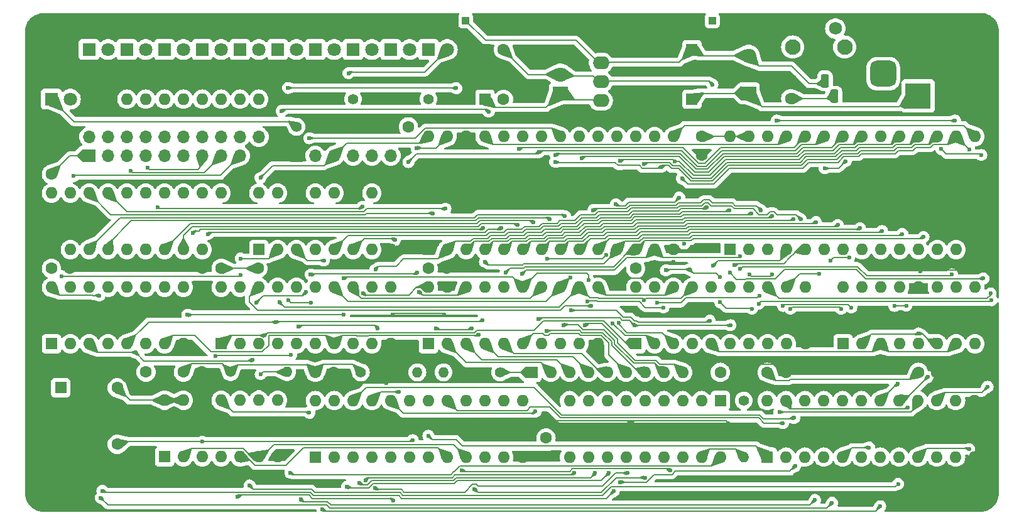
<source format=gbr>
%TF.GenerationSoftware,KiCad,Pcbnew,8.0.1*%
%TF.CreationDate,2024-07-07T17:16:32-04:00*%
%TF.ProjectId,8k8,386b382e-6b69-4636-9164-5f7063625858,rev?*%
%TF.SameCoordinates,Original*%
%TF.FileFunction,Copper,L2,Bot*%
%TF.FilePolarity,Positive*%
%FSLAX46Y46*%
G04 Gerber Fmt 4.6, Leading zero omitted, Abs format (unit mm)*
G04 Created by KiCad (PCBNEW 8.0.1) date 2024-07-07 17:16:32*
%MOMM*%
%LPD*%
G01*
G04 APERTURE LIST*
G04 Aperture macros list*
%AMRoundRect*
0 Rectangle with rounded corners*
0 $1 Rounding radius*
0 $2 $3 $4 $5 $6 $7 $8 $9 X,Y pos of 4 corners*
0 Add a 4 corners polygon primitive as box body*
4,1,4,$2,$3,$4,$5,$6,$7,$8,$9,$2,$3,0*
0 Add four circle primitives for the rounded corners*
1,1,$1+$1,$2,$3*
1,1,$1+$1,$4,$5*
1,1,$1+$1,$6,$7*
1,1,$1+$1,$8,$9*
0 Add four rect primitives between the rounded corners*
20,1,$1+$1,$2,$3,$4,$5,0*
20,1,$1+$1,$4,$5,$6,$7,0*
20,1,$1+$1,$6,$7,$8,$9,0*
20,1,$1+$1,$8,$9,$2,$3,0*%
G04 Aperture macros list end*
%TA.AperFunction,ComponentPad*%
%ADD10R,1.600000X1.600000*%
%TD*%
%TA.AperFunction,ComponentPad*%
%ADD11O,1.600000X1.600000*%
%TD*%
%TA.AperFunction,ComponentPad*%
%ADD12C,1.600000*%
%TD*%
%TA.AperFunction,ComponentPad*%
%ADD13R,1.000000X1.000000*%
%TD*%
%TA.AperFunction,ComponentPad*%
%ADD14O,1.700000X1.700000*%
%TD*%
%TA.AperFunction,ComponentPad*%
%ADD15R,1.700000X1.700000*%
%TD*%
%TA.AperFunction,ComponentPad*%
%ADD16C,5.600000*%
%TD*%
%TA.AperFunction,ComponentPad*%
%ADD17C,1.400000*%
%TD*%
%TA.AperFunction,ComponentPad*%
%ADD18O,1.400000X1.400000*%
%TD*%
%TA.AperFunction,ComponentPad*%
%ADD19R,1.100000X1.800000*%
%TD*%
%TA.AperFunction,ComponentPad*%
%ADD20RoundRect,0.275000X0.275000X0.625000X-0.275000X0.625000X-0.275000X-0.625000X0.275000X-0.625000X0*%
%TD*%
%TA.AperFunction,ComponentPad*%
%ADD21R,1.800000X1.800000*%
%TD*%
%TA.AperFunction,ComponentPad*%
%ADD22C,1.800000*%
%TD*%
%TA.AperFunction,ComponentPad*%
%ADD23R,3.500000X3.500000*%
%TD*%
%TA.AperFunction,ComponentPad*%
%ADD24RoundRect,0.750000X-1.000000X0.750000X-1.000000X-0.750000X1.000000X-0.750000X1.000000X0.750000X0*%
%TD*%
%TA.AperFunction,ComponentPad*%
%ADD25RoundRect,0.875000X-0.875000X0.875000X-0.875000X-0.875000X0.875000X-0.875000X0.875000X0.875000X0*%
%TD*%
%TA.AperFunction,ComponentPad*%
%ADD26C,2.100000*%
%TD*%
%TA.AperFunction,ComponentPad*%
%ADD27C,1.750000*%
%TD*%
%TA.AperFunction,ComponentPad*%
%ADD28R,2.000000X1.905000*%
%TD*%
%TA.AperFunction,ComponentPad*%
%ADD29O,2.000000X1.905000*%
%TD*%
%TA.AperFunction,ComponentPad*%
%ADD30R,2.250000X1.750000*%
%TD*%
%TA.AperFunction,ComponentPad*%
%ADD31O,2.250000X1.750000*%
%TD*%
%TA.AperFunction,ViaPad*%
%ADD32C,0.600000*%
%TD*%
%TA.AperFunction,Conductor*%
%ADD33C,0.200000*%
%TD*%
G04 APERTURE END LIST*
D10*
%TO.P,U5,1,~{Mr}*%
%TO.N,~{POR}*%
X123440000Y-77400000D03*
D11*
%TO.P,U5,2,Q0*%
%TO.N,A_{0}*%
X125980000Y-77400000D03*
%TO.P,U5,3,D0*%
%TO.N,D_{0}*%
X128520000Y-77400000D03*
%TO.P,U5,4,D1*%
%TO.N,D_{1}*%
X131060000Y-77400000D03*
%TO.P,U5,5,Q1*%
%TO.N,A_{1}*%
X133600000Y-77400000D03*
%TO.P,U5,6,Q2*%
%TO.N,A_{2}*%
X136140000Y-77400000D03*
%TO.P,U5,7,D2*%
%TO.N,D_{2}*%
X138680000Y-77400000D03*
%TO.P,U5,8,D3*%
%TO.N,D_{3}*%
X141220000Y-77400000D03*
%TO.P,U5,9,Q3*%
%TO.N,A_{3}*%
X143760000Y-77400000D03*
%TO.P,U5,10,GND*%
%TO.N,GND*%
X146300000Y-77400000D03*
%TO.P,U5,11,Cp*%
%TO.N,ALL*%
X146300000Y-69780000D03*
%TO.P,U5,12,Q4*%
%TO.N,A_{4}*%
X143760000Y-69780000D03*
%TO.P,U5,13,D4*%
%TO.N,D_{4}*%
X141220000Y-69780000D03*
%TO.P,U5,14,D5*%
%TO.N,D_{5}*%
X138680000Y-69780000D03*
%TO.P,U5,15,Q5*%
%TO.N,A_{5}*%
X136140000Y-69780000D03*
%TO.P,U5,16,Q6*%
%TO.N,A_{6}*%
X133600000Y-69780000D03*
%TO.P,U5,17,D6*%
%TO.N,D_{6}*%
X131060000Y-69780000D03*
%TO.P,U5,18,D7*%
%TO.N,D_{7}*%
X128520000Y-69780000D03*
%TO.P,U5,19,Q7*%
%TO.N,A_{7}*%
X125980000Y-69780000D03*
%TO.P,U5,20,VCC*%
%TO.N,+5V*%
X123440000Y-69780000D03*
%TD*%
D10*
%TO.P,U3,1,I/CLK*%
%TO.N,S_{0}*%
X80260000Y-92680000D03*
D11*
%TO.P,U3,2,I_{2}*%
%TO.N,S_{1}*%
X82800000Y-92680000D03*
%TO.P,U3,3,I_{3}*%
%TO.N,S_{2}*%
X85340000Y-92680000D03*
%TO.P,U3,4,I_{4}*%
%TO.N,SYNC*%
X87880000Y-92680000D03*
%TO.P,U3,5,I_{5}*%
%TO.N,CC_{1}*%
X90420000Y-92680000D03*
%TO.P,U3,6,I_{6}*%
%TO.N,CC_{2}*%
X92960000Y-92680000D03*
%TO.P,U3,7,I_{7}*%
%TO.N,Net-(U2A-C)*%
X95500000Y-92680000D03*
%TO.P,U3,8,I_{8}*%
%TO.N,Net-(U2A-Q)*%
X98040000Y-92680000D03*
%TO.P,U3,9,I_{9}*%
%TO.N,Net-(U2A-D)*%
X100580000Y-92680000D03*
%TO.P,U3,10,I_{10}*%
%TO.N,unconnected-(U3-I_{10}-Pad10)*%
X103120000Y-92680000D03*
%TO.P,U3,11,I_{11}*%
%TO.N,unconnected-(U3-I_{11}-Pad11)*%
X105660000Y-92680000D03*
%TO.P,U3,12,GND*%
%TO.N,GND*%
X108200000Y-92680000D03*
%TO.P,U3,13,I_{12}*%
%TO.N,unconnected-(U3-I_{12}-Pad13)*%
X108200000Y-85060000D03*
%TO.P,U3,14,IO_{0}*%
%TO.N,DBD*%
X105660000Y-85060000D03*
%TO.P,U3,15,IO_{1}*%
%TO.N,\u03A62*%
X103120000Y-85060000D03*
%TO.P,U3,16,IO_{2}*%
%TO.N,\u03A61*%
X100580000Y-85060000D03*
%TO.P,U3,17,IO_{3}*%
%TO.N,~{IOWR}*%
X98040000Y-85060000D03*
%TO.P,U3,18,IO_{4}*%
%TO.N,~{IORD}*%
X95500000Y-85060000D03*
%TO.P,U3,19,IO_{5}*%
%TO.N,~{MEMWR}*%
X92960000Y-85060000D03*
%TO.P,U3,20,IO_{6}*%
%TO.N,~{MEMRD}*%
X90420000Y-85060000D03*
%TO.P,U3,21,IO_{7}*%
%TO.N,ALH*%
X87880000Y-85060000D03*
%TO.P,U3,22,IO_{8}*%
%TO.N,ALL*%
X85340000Y-85060000D03*
%TO.P,U3,23,IO_{9}*%
%TO.N,/~{Running}*%
X82800000Y-85060000D03*
%TO.P,U3,24,V_{CC}*%
%TO.N,+5V*%
X80260000Y-85060000D03*
%TD*%
D10*
%TO.P,U6,1,~{Mr}*%
%TO.N,~{POR}*%
X67560000Y-77400000D03*
D11*
%TO.P,U6,2,Q0*%
%TO.N,A_{8}*%
X70100000Y-77400000D03*
%TO.P,U6,3,D0*%
%TO.N,D_{0}*%
X72640000Y-77400000D03*
%TO.P,U6,4,D1*%
%TO.N,D_{1}*%
X75180000Y-77400000D03*
%TO.P,U6,5,Q1*%
%TO.N,A_{9}*%
X77720000Y-77400000D03*
%TO.P,U6,6,Q2*%
%TO.N,A_{10}*%
X80260000Y-77400000D03*
%TO.P,U6,7,D2*%
%TO.N,D_{2}*%
X82800000Y-77400000D03*
%TO.P,U6,8,D3*%
%TO.N,D_{3}*%
X85340000Y-77400000D03*
%TO.P,U6,9,Q3*%
%TO.N,A_{11}*%
X87880000Y-77400000D03*
%TO.P,U6,10,GND*%
%TO.N,GND*%
X90420000Y-77400000D03*
%TO.P,U6,11,Cp*%
%TO.N,ALH*%
X90420000Y-69780000D03*
%TO.P,U6,12,Q4*%
%TO.N,A_{12}*%
X87880000Y-69780000D03*
%TO.P,U6,13,D4*%
%TO.N,D_{4}*%
X85340000Y-69780000D03*
%TO.P,U6,14,D5*%
%TO.N,D_{5}*%
X82800000Y-69780000D03*
%TO.P,U6,15,Q5*%
%TO.N,A_{13}*%
X80260000Y-69780000D03*
%TO.P,U6,16,Q6*%
%TO.N,CC_{1}*%
X77720000Y-69780000D03*
%TO.P,U6,17,D6*%
%TO.N,D_{6}*%
X75180000Y-69780000D03*
%TO.P,U6,18,D7*%
%TO.N,D_{7}*%
X72640000Y-69780000D03*
%TO.P,U6,19,Q7*%
%TO.N,CC_{2}*%
X70100000Y-69780000D03*
%TO.P,U6,20,VCC*%
%TO.N,+5V*%
X67560000Y-69780000D03*
%TD*%
D10*
%TO.P,U8,1,A->B*%
%TO.N,DBD*%
X95500000Y-77400000D03*
D11*
%TO.P,U8,2,A0*%
%TO.N,Net-(RN1-R1)*%
X98040000Y-77400000D03*
%TO.P,U8,3,A1*%
%TO.N,Net-(RN1-R2)*%
X100580000Y-77400000D03*
%TO.P,U8,4,A2*%
%TO.N,Net-(RN1-R3)*%
X103120000Y-77400000D03*
%TO.P,U8,5,A3*%
%TO.N,Net-(RN1-R4)*%
X105660000Y-77400000D03*
%TO.P,U8,6,A4*%
%TO.N,Net-(RN1-R5)*%
X108200000Y-77400000D03*
%TO.P,U8,7,A5*%
%TO.N,Net-(RN1-R6)*%
X110740000Y-77400000D03*
%TO.P,U8,8,A6*%
%TO.N,Net-(RN1-R7)*%
X113280000Y-77400000D03*
%TO.P,U8,9,A7*%
%TO.N,Net-(RN1-R8)*%
X115820000Y-77400000D03*
%TO.P,U8,10,GND*%
%TO.N,GND*%
X118360000Y-77400000D03*
%TO.P,U8,11,B7*%
%TO.N,D_{7}*%
X118360000Y-69780000D03*
%TO.P,U8,12,B6*%
%TO.N,D_{6}*%
X115820000Y-69780000D03*
%TO.P,U8,13,B5*%
%TO.N,D_{5}*%
X113280000Y-69780000D03*
%TO.P,U8,14,B4*%
%TO.N,D_{4}*%
X110740000Y-69780000D03*
%TO.P,U8,15,B3*%
%TO.N,D_{3}*%
X108200000Y-69780000D03*
%TO.P,U8,16,B2*%
%TO.N,D_{2}*%
X105660000Y-69780000D03*
%TO.P,U8,17,B1*%
%TO.N,D_{1}*%
X103120000Y-69780000D03*
%TO.P,U8,18,B0*%
%TO.N,D_{0}*%
X100580000Y-69780000D03*
%TO.P,U8,19,CE*%
%TO.N,GND*%
X98040000Y-69780000D03*
%TO.P,U8,20,VCC*%
%TO.N,+5V*%
X95500000Y-69780000D03*
%TD*%
D12*
%TO.P,C9,1*%
%TO.N,GND*%
X90300000Y-48155000D03*
%TO.P,C9,2*%
%TO.N,+5V*%
X92800000Y-48155000D03*
%TD*%
D10*
%TO.P,U7,1,I/CLK*%
%TO.N,~{IORD}*%
X141160000Y-92680000D03*
D11*
%TO.P,U7,2,I_{2}*%
%TO.N,~{IOWR}*%
X143700000Y-92680000D03*
%TO.P,U7,3,I_{3}*%
%TO.N,A_{9}*%
X146240000Y-92680000D03*
%TO.P,U7,4,I_{4}*%
%TO.N,A_{10}*%
X148780000Y-92680000D03*
%TO.P,U7,5,I_{5}*%
%TO.N,A_{11}*%
X151320000Y-92680000D03*
%TO.P,U7,6,I_{6}*%
%TO.N,A_{12}*%
X153860000Y-92680000D03*
%TO.P,U7,7,I_{7}*%
%TO.N,A_{13}*%
X156400000Y-92680000D03*
%TO.P,U7,8,I_{8}*%
%TO.N,~{RESET}*%
X158940000Y-92680000D03*
%TO.P,U7,9,I_{9}*%
%TO.N,Q3*%
X161480000Y-92680000D03*
%TO.P,U7,10,I_{10}*%
%TO.N,Q2*%
X164020000Y-92680000D03*
%TO.P,U7,11,I_{11}*%
%TO.N,unconnected-(U7-I_{11}-Pad11)*%
X166560000Y-92680000D03*
%TO.P,U7,12,GND*%
%TO.N,GND*%
X169100000Y-92680000D03*
%TO.P,U7,13,I_{12}*%
X169100000Y-85060000D03*
%TO.P,U7,14,IO_{0}*%
%TO.N,ROM_{A13}*%
X166560000Y-85060000D03*
%TO.P,U7,15,IO_{1}*%
%TO.N,ROM_{A14}*%
X164020000Y-85060000D03*
%TO.P,U7,16,IO_{2}*%
%TO.N,~{RAMCS}*%
X161480000Y-85060000D03*
%TO.P,U7,17,IO_{3}*%
%TO.N,~{ROMCS}*%
X158940000Y-85060000D03*
%TO.P,U7,18,IO_{4}*%
%TO.N,OUT_{P2}*%
X156400000Y-85060000D03*
%TO.P,U7,19,IO_{5}*%
%TO.N,unconnected-(U7-IO_{5}-Pad19)*%
X153860000Y-85060000D03*
%TO.P,U7,20,IO_{6}*%
%TO.N,~{IN_{P1}}*%
X151320000Y-85060000D03*
%TO.P,U7,21,IO_{7}*%
%TO.N,OUT_{P1}*%
X148780000Y-85060000D03*
%TO.P,U7,22,IO_{8}*%
%TO.N,~{IN_{P0}}*%
X146240000Y-85060000D03*
%TO.P,U7,23,IO_{9}*%
%TO.N,OUT_{P0}*%
X143700000Y-85060000D03*
%TO.P,U7,24,V_{CC}*%
%TO.N,+5V*%
X141160000Y-85060000D03*
%TD*%
D13*
%TO.P,TP1,1,1*%
%TO.N,+5V*%
X100530000Y-33830000D03*
%TD*%
D12*
%TO.P,C6,1*%
%TO.N,GND*%
X143660000Y-81250000D03*
%TO.P,C6,2*%
%TO.N,+5V*%
X141160000Y-81250000D03*
%TD*%
D14*
%TO.P,J1,20,Pin_20*%
%TO.N,unconnected-(J1-Pin_20-Pad20)*%
X72640000Y-49500000D03*
%TO.P,J1,19,Pin_19*%
%TO.N,GND*%
X72640000Y-52040000D03*
%TO.P,J1,18,Pin_18*%
%TO.N,Net-(D12-A)*%
X70100000Y-49500000D03*
%TO.P,J1,17,Pin_17*%
%TO.N,/POUT_{7}*%
X70100000Y-52040000D03*
%TO.P,J1,16,Pin_16*%
%TO.N,Net-(D11-A)*%
X67560000Y-49500000D03*
%TO.P,J1,15,Pin_15*%
%TO.N,/POUT_{6}*%
X67560000Y-52040000D03*
%TO.P,J1,14,Pin_14*%
%TO.N,Net-(D10-A)*%
X65020000Y-49500000D03*
%TO.P,J1,13,Pin_13*%
%TO.N,/POUT_{5}*%
X65020000Y-52040000D03*
%TO.P,J1,12,Pin_12*%
%TO.N,Net-(D9-A)*%
X62480000Y-49500000D03*
%TO.P,J1,11,Pin_11*%
%TO.N,/POUT_{4}*%
X62480000Y-52040000D03*
%TO.P,J1,10,Pin_10*%
%TO.N,Net-(D8-A)*%
X59940000Y-49500000D03*
%TO.P,J1,9,Pin_9*%
%TO.N,/POUT_{3}*%
X59940000Y-52040000D03*
%TO.P,J1,8,Pin_8*%
%TO.N,Net-(D7-A)*%
X57400000Y-49500000D03*
%TO.P,J1,7,Pin_7*%
%TO.N,/POUT_{2}*%
X57400000Y-52040000D03*
%TO.P,J1,6,Pin_6*%
%TO.N,Net-(D6-A)*%
X54860000Y-49500000D03*
%TO.P,J1,5,Pin_5*%
%TO.N,/POUT_{1}*%
X54860000Y-52040000D03*
%TO.P,J1,4,Pin_4*%
%TO.N,Net-(D5-A)*%
X52320000Y-49500000D03*
%TO.P,J1,3,Pin_3*%
%TO.N,/POUT_{0}*%
X52320000Y-52040000D03*
%TO.P,J1,2,Pin_2*%
%TO.N,unconnected-(J1-Pin_2-Pad2)*%
X49780000Y-49500000D03*
D15*
%TO.P,J1,1,Pin_1*%
%TO.N,+5V*%
X49780000Y-52040000D03*
%TD*%
D16*
%TO.P,H3,1,1*%
%TO.N,GND*%
X44200000Y-97000000D03*
%TD*%
D12*
%TO.P,C18,1*%
%TO.N,GND*%
X44700000Y-52040000D03*
%TO.P,C18,2*%
%TO.N,+5V*%
X44700000Y-54540000D03*
%TD*%
D17*
%TO.P,R1,1*%
%TO.N,+5V*%
X137997500Y-85060000D03*
D18*
%TO.P,R1,2*%
%TO.N,Net-(U1-READY)*%
X137997500Y-92680000D03*
%TD*%
D12*
%TO.P,C20,1*%
%TO.N,GND*%
X137335000Y-81250000D03*
%TO.P,C20,2*%
%TO.N,-9V*%
X134835000Y-81250000D03*
%TD*%
D19*
%TO.P,U4,1,GND*%
%TO.N,GND*%
X151490000Y-41950000D03*
D20*
%TO.P,U4,2,~{RESET}*%
%TO.N,~{RESET}*%
X150220000Y-44020000D03*
%TO.P,U4,3,V_{CC}*%
%TO.N,+5V*%
X148950000Y-41950000D03*
%TD*%
D17*
%TO.P,R2,1*%
%TO.N,+5V*%
X68830000Y-81210000D03*
D18*
%TO.P,R2,2*%
%TO.N,POR*%
X76450000Y-81210000D03*
%TD*%
D17*
%TO.P,R15,1*%
%TO.N,Net-(D4-K)*%
X95500000Y-44420000D03*
D18*
%TO.P,R15,2*%
%TO.N,GND*%
X87880000Y-44420000D03*
%TD*%
D21*
%TO.P,D6,1,K*%
%TO.N,Net-(D6-K)*%
X54860000Y-37735000D03*
D22*
%TO.P,D6,2,A*%
%TO.N,Net-(D6-A)*%
X57400000Y-37735000D03*
%TD*%
D17*
%TO.P,R5,1*%
%TO.N,Net-(D1-K)*%
X77720000Y-48155000D03*
D18*
%TO.P,R5,2*%
%TO.N,GND*%
X85340000Y-48155000D03*
%TD*%
D12*
%TO.P,C5,1*%
%TO.N,GND*%
X64980000Y-81210000D03*
%TO.P,C5,2*%
%TO.N,+5V*%
X62480000Y-81210000D03*
%TD*%
D10*
%TO.P,U11,1,VCC*%
%TO.N,+5V*%
X72640000Y-64700000D03*
D11*
%TO.P,U11,2*%
%TO.N,Net-(D1-A)*%
X75180000Y-64700000D03*
%TO.P,U11,3*%
%TO.N,/~{Running}*%
X77720000Y-64700000D03*
%TO.P,U11,4*%
%TO.N,Net-(D4-A)*%
X80260000Y-64700000D03*
%TO.P,U11,5*%
%TO.N,Net-(J2-Pin_4)*%
X82800000Y-64700000D03*
%TO.P,U11,6*%
%TO.N,Net-(D3-A)*%
X85340000Y-64700000D03*
%TO.P,U11,7*%
%TO.N,Net-(J2-Pin_5)*%
X87880000Y-64700000D03*
%TO.P,U11,8,VSS*%
%TO.N,GND*%
X90420000Y-64700000D03*
%TO.P,U11,9*%
X90420000Y-57080000D03*
%TO.P,U11,10*%
%TO.N,unconnected-(U11-Pad10)*%
X87880000Y-57080000D03*
%TO.P,U11,11*%
%TO.N,GND*%
X85340000Y-57080000D03*
%TO.P,U11,12*%
%TO.N,unconnected-(U11-Pad12)*%
X82800000Y-57080000D03*
%TO.P,U11,13,NC*%
%TO.N,unconnected-(U11G-NC-Pad13)*%
X80260000Y-57080000D03*
%TO.P,U11,14*%
%TO.N,GND*%
X77720000Y-57080000D03*
%TO.P,U11,15*%
%TO.N,unconnected-(U11-Pad15)*%
X75180000Y-57080000D03*
%TO.P,U11,16,NC*%
%TO.N,unconnected-(U11G-NC-Pad16)*%
X72640000Y-57080000D03*
%TD*%
D10*
%TO.P,U10,1,A14*%
%TO.N,ROM_{A14}*%
X136140000Y-64700000D03*
D11*
%TO.P,U10,2,A12*%
%TO.N,A_{12}*%
X138680000Y-64700000D03*
%TO.P,U10,3,A7*%
%TO.N,A_{7}*%
X141220000Y-64700000D03*
%TO.P,U10,4,A6*%
%TO.N,A_{6}*%
X143760000Y-64700000D03*
%TO.P,U10,5,A5*%
%TO.N,A_{5}*%
X146300000Y-64700000D03*
%TO.P,U10,6,A4*%
%TO.N,A_{4}*%
X148840000Y-64700000D03*
%TO.P,U10,7,A3*%
%TO.N,A_{3}*%
X151380000Y-64700000D03*
%TO.P,U10,8,A2*%
%TO.N,A_{2}*%
X153920000Y-64700000D03*
%TO.P,U10,9,A1*%
%TO.N,A_{1}*%
X156460000Y-64700000D03*
%TO.P,U10,10,A0*%
%TO.N,A_{0}*%
X159000000Y-64700000D03*
%TO.P,U10,11,D0*%
%TO.N,D_{0}*%
X161540000Y-64700000D03*
%TO.P,U10,12,D1*%
%TO.N,D_{1}*%
X164080000Y-64700000D03*
%TO.P,U10,13,D2*%
%TO.N,D_{2}*%
X166620000Y-64700000D03*
%TO.P,U10,14,GND*%
%TO.N,GND*%
X169160000Y-64700000D03*
%TO.P,U10,15,D3*%
%TO.N,D_{3}*%
X169160000Y-49460000D03*
%TO.P,U10,16,D4*%
%TO.N,D_{4}*%
X166620000Y-49460000D03*
%TO.P,U10,17,D5*%
%TO.N,D_{5}*%
X164080000Y-49460000D03*
%TO.P,U10,18,D6*%
%TO.N,D_{6}*%
X161540000Y-49460000D03*
%TO.P,U10,19,D7*%
%TO.N,D_{7}*%
X159000000Y-49460000D03*
%TO.P,U10,20,~{CS}*%
%TO.N,~{ROMCS}*%
X156460000Y-49460000D03*
%TO.P,U10,21,A10*%
%TO.N,A_{10}*%
X153920000Y-49460000D03*
%TO.P,U10,22,~{OE}*%
%TO.N,~{MEMRD}*%
X151380000Y-49460000D03*
%TO.P,U10,23,A11*%
%TO.N,A_{11}*%
X148840000Y-49460000D03*
%TO.P,U10,24,A9*%
%TO.N,A_{9}*%
X146300000Y-49460000D03*
%TO.P,U10,25,A8*%
%TO.N,A_{8}*%
X143760000Y-49460000D03*
%TO.P,U10,26,A13*%
%TO.N,ROM_{A13}*%
X141220000Y-49460000D03*
%TO.P,U10,27,~{WE}*%
%TO.N,+5V*%
X138680000Y-49460000D03*
%TO.P,U10,28,VCC*%
X136140000Y-49460000D03*
%TD*%
D23*
%TO.P,J3,1*%
%TO.N,Net-(U16-VI)*%
X161500000Y-44000000D03*
D24*
%TO.P,J3,2*%
%TO.N,GND*%
X161500000Y-38000000D03*
D25*
%TO.P,J3,3*%
%TO.N,unconnected-(J3-Pad3)*%
X156800000Y-41000000D03*
%TD*%
D10*
%TO.P,U1,1,V_{DD}*%
%TO.N,-9V*%
X134835000Y-85060000D03*
D11*
%TO.P,U1,2,D_{7}*%
%TO.N,Net-(RN1-R8)*%
X132295000Y-85060000D03*
%TO.P,U1,3,D_{6}*%
%TO.N,Net-(RN1-R7)*%
X129755000Y-85060000D03*
%TO.P,U1,4,D_{5}*%
%TO.N,Net-(RN1-R6)*%
X127215000Y-85060000D03*
%TO.P,U1,5,D_{4}*%
%TO.N,Net-(RN1-R5)*%
X124675000Y-85060000D03*
%TO.P,U1,6,D_{3}*%
%TO.N,Net-(RN1-R4)*%
X122135000Y-85060000D03*
%TO.P,U1,7,D_{2}*%
%TO.N,Net-(RN1-R3)*%
X119595000Y-85060000D03*
%TO.P,U1,8,D_{1}*%
%TO.N,Net-(RN1-R2)*%
X117055000Y-85060000D03*
%TO.P,U1,9,D_{0}*%
%TO.N,Net-(RN1-R1)*%
X114515000Y-85060000D03*
%TO.P,U1,10,V_{CC}*%
%TO.N,+5V*%
X114515000Y-92680000D03*
%TO.P,U1,11,S_{2}*%
%TO.N,S_{2}*%
X117055000Y-92680000D03*
%TO.P,U1,12,S_{1}*%
%TO.N,S_{1}*%
X119595000Y-92680000D03*
%TO.P,U1,13,S_{0}*%
%TO.N,S_{0}*%
X122135000Y-92680000D03*
%TO.P,U1,14,SYNC*%
%TO.N,SYNC*%
X124675000Y-92680000D03*
%TO.P,U1,15,\u03D52*%
%TO.N,\u03A62*%
X127215000Y-92680000D03*
%TO.P,U1,16,\u03D51*%
%TO.N,\u03A61*%
X129755000Y-92680000D03*
%TO.P,U1,17,READY*%
%TO.N,Net-(U1-READY)*%
X132295000Y-92680000D03*
%TO.P,U1,18,INTR*%
%TO.N,POR*%
X134835000Y-92680000D03*
%TD*%
%TO.P,U9,28,VCC*%
%TO.N,+5V*%
X95500000Y-49460000D03*
%TO.P,U9,27,~{WE}*%
%TO.N,~{MEMWR}*%
X98040000Y-49460000D03*
%TO.P,U9,26,A13*%
%TO.N,GND*%
X100580000Y-49460000D03*
%TO.P,U9,25,A8*%
%TO.N,A_{8}*%
X103120000Y-49460000D03*
%TO.P,U9,24,A9*%
%TO.N,A_{9}*%
X105660000Y-49460000D03*
%TO.P,U9,23,A11*%
%TO.N,A_{11}*%
X108200000Y-49460000D03*
%TO.P,U9,22,~{OE}*%
%TO.N,~{MEMRD}*%
X110740000Y-49460000D03*
%TO.P,U9,21,A10*%
%TO.N,A_{10}*%
X113280000Y-49460000D03*
%TO.P,U9,20,~{CS}*%
%TO.N,~{RAMCS}*%
X115820000Y-49460000D03*
%TO.P,U9,19,Q7*%
%TO.N,D_{7}*%
X118360000Y-49460000D03*
%TO.P,U9,18,Q6*%
%TO.N,D_{6}*%
X120900000Y-49460000D03*
%TO.P,U9,17,Q5*%
%TO.N,D_{5}*%
X123440000Y-49460000D03*
%TO.P,U9,16,Q4*%
%TO.N,D_{4}*%
X125980000Y-49460000D03*
%TO.P,U9,15,Q3*%
%TO.N,D_{3}*%
X128520000Y-49460000D03*
%TO.P,U9,14,GND*%
%TO.N,GND*%
X128520000Y-64700000D03*
%TO.P,U9,13,Q2*%
%TO.N,D_{2}*%
X125980000Y-64700000D03*
%TO.P,U9,12,Q1*%
%TO.N,D_{1}*%
X123440000Y-64700000D03*
%TO.P,U9,11,Q0*%
%TO.N,D_{0}*%
X120900000Y-64700000D03*
%TO.P,U9,10,A0*%
%TO.N,A_{0}*%
X118360000Y-64700000D03*
%TO.P,U9,9,A1*%
%TO.N,A_{1}*%
X115820000Y-64700000D03*
%TO.P,U9,8,A2*%
%TO.N,A_{2}*%
X113280000Y-64700000D03*
%TO.P,U9,7,A3*%
%TO.N,A_{3}*%
X110740000Y-64700000D03*
%TO.P,U9,6,A4*%
%TO.N,A_{4}*%
X108200000Y-64700000D03*
%TO.P,U9,5,A5*%
%TO.N,A_{5}*%
X105660000Y-64700000D03*
%TO.P,U9,4,A6*%
%TO.N,A_{6}*%
X103120000Y-64700000D03*
%TO.P,U9,3,A7*%
%TO.N,A_{7}*%
X100580000Y-64700000D03*
%TO.P,U9,2,A12*%
%TO.N,A_{12}*%
X98040000Y-64700000D03*
D10*
%TO.P,U9,1,A14*%
%TO.N,GND*%
X95500000Y-64700000D03*
%TD*%
D17*
%TO.P,R3,1*%
%TO.N,+5V*%
X86388333Y-81250000D03*
D18*
%TO.P,R3,2*%
%TO.N,\u03A61*%
X94008333Y-81250000D03*
%TD*%
D13*
%TO.P,TP3,1,1*%
%TO.N,-9V*%
X133750000Y-33830000D03*
%TD*%
D26*
%TO.P,SW1,*%
%TO.N,*%
X144590000Y-37392500D03*
X151600000Y-37392500D03*
D27*
%TO.P,SW1,1,1*%
%TO.N,GND*%
X145840000Y-34902500D03*
%TO.P,SW1,2,2*%
%TO.N,~{RESET}*%
X150340000Y-34902500D03*
%TD*%
D21*
%TO.P,D4,1,K*%
%TO.N,Net-(D4-K)*%
X95500000Y-37735000D03*
D22*
%TO.P,D4,2,A*%
%TO.N,Net-(D4-A)*%
X98040000Y-37735000D03*
%TD*%
D10*
%TO.P,RN2,1,common*%
%TO.N,GND*%
X52320000Y-44420000D03*
D11*
%TO.P,RN2,2,R1*%
%TO.N,Net-(D5-K)*%
X54860000Y-44420000D03*
%TO.P,RN2,3,R2*%
%TO.N,Net-(D6-K)*%
X57400000Y-44420000D03*
%TO.P,RN2,4,R3*%
%TO.N,Net-(D7-K)*%
X59940000Y-44420000D03*
%TO.P,RN2,5,R4*%
%TO.N,Net-(D8-K)*%
X62480000Y-44420000D03*
%TO.P,RN2,6,R5*%
%TO.N,Net-(D9-K)*%
X65020000Y-44420000D03*
%TO.P,RN2,7,R6*%
%TO.N,Net-(D10-K)*%
X67560000Y-44420000D03*
%TO.P,RN2,8,R7*%
%TO.N,Net-(D11-K)*%
X70100000Y-44420000D03*
%TO.P,RN2,9,R8*%
%TO.N,Net-(D12-K)*%
X72640000Y-44420000D03*
%TD*%
%TO.P,U2,14,VCC*%
%TO.N,+5V*%
X59940000Y-85020000D03*
%TO.P,U2,13,~{R}*%
X62480000Y-85020000D03*
%TO.P,U2,12,D*%
%TO.N,GND*%
X65020000Y-85020000D03*
%TO.P,U2,11,C*%
%TO.N,S_{0}*%
X67560000Y-85020000D03*
%TO.P,U2,10,~{S}*%
%TO.N,~{RESET}*%
X70100000Y-85020000D03*
%TO.P,U2,9,Q*%
%TO.N,POR*%
X72640000Y-85020000D03*
%TO.P,U2,8,~{Q}*%
%TO.N,~{POR}*%
X75180000Y-85020000D03*
%TO.P,U2,7,GND*%
%TO.N,GND*%
X75180000Y-92640000D03*
%TO.P,U2,6,~{Q}*%
%TO.N,Net-(U2A-D)*%
X72640000Y-92640000D03*
%TO.P,U2,5,Q*%
%TO.N,Net-(U2A-Q)*%
X70100000Y-92640000D03*
%TO.P,U2,4,~{S}*%
%TO.N,+5V*%
X67560000Y-92640000D03*
%TO.P,U2,3,C*%
%TO.N,Net-(U2A-C)*%
X65020000Y-92640000D03*
%TO.P,U2,2,D*%
%TO.N,Net-(U2A-D)*%
X62480000Y-92640000D03*
D10*
%TO.P,U2,1,~{R}*%
%TO.N,+5V*%
X59940000Y-92640000D03*
%TD*%
D21*
%TO.P,D9,1,K*%
%TO.N,Net-(D9-K)*%
X70100000Y-37735000D03*
D22*
%TO.P,D9,2,A*%
%TO.N,Net-(D9-A)*%
X72640000Y-37735000D03*
%TD*%
D12*
%TO.P,C1,1*%
%TO.N,+5V*%
X57440000Y-81210000D03*
%TO.P,C1,2*%
%TO.N,GND*%
X59940000Y-81210000D03*
%TD*%
D28*
%TO.P,U17,1,VI*%
%TO.N,Net-(PS1-+Vout)*%
X113280000Y-43628750D03*
D29*
%TO.P,U17,2,GND*%
%TO.N,-9V*%
X113280000Y-41088750D03*
%TO.P,U17,3,VO*%
%TO.N,GND*%
X113280000Y-38548750D03*
%TD*%
D21*
%TO.P,D8,1,K*%
%TO.N,Net-(D8-K)*%
X65020000Y-37735000D03*
D22*
%TO.P,D8,2,A*%
%TO.N,Net-(D8-A)*%
X67560000Y-37735000D03*
%TD*%
D17*
%TO.P,R14,1*%
%TO.N,Net-(D3-K)*%
X85340000Y-44420000D03*
D18*
%TO.P,R14,2*%
%TO.N,GND*%
X77720000Y-44420000D03*
%TD*%
D16*
%TO.P,H2,1,1*%
%TO.N,GND*%
X169335000Y-35850000D03*
%TD*%
D21*
%TO.P,D10,1,K*%
%TO.N,Net-(D10-K)*%
X75180000Y-37735000D03*
D22*
%TO.P,D10,2,A*%
%TO.N,Net-(D10-A)*%
X77720000Y-37735000D03*
%TD*%
D16*
%TO.P,H4,1,1*%
%TO.N,GND*%
X169335000Y-97000000D03*
%TD*%
D10*
%TO.P,U12,1,OEa*%
%TO.N,~{IN_{P1}}*%
X44700000Y-77400000D03*
D11*
%TO.P,U12,2,I1*%
%TO.N,unconnected-(U12-I1-Pad2)*%
X47240000Y-77400000D03*
%TO.P,U12,3,O1a*%
%TO.N,D_{0}*%
X49780000Y-77400000D03*
%TO.P,U12,4,I2*%
%TO.N,unconnected-(U12-I2-Pad4)*%
X52320000Y-77400000D03*
%TO.P,U12,5,O2a*%
%TO.N,D_{1}*%
X54860000Y-77400000D03*
%TO.P,U12,6,I3*%
%TO.N,unconnected-(U12-I3-Pad6)*%
X57400000Y-77400000D03*
%TO.P,U12,7,O3a*%
%TO.N,D_{2}*%
X59940000Y-77400000D03*
%TO.P,U12,8,GND*%
%TO.N,GND*%
X62480000Y-77400000D03*
%TO.P,U12,9,O4a*%
%TO.N,D_{3}*%
X62480000Y-69780000D03*
%TO.P,U12,10,I4*%
%TO.N,unconnected-(U12-I4-Pad10)*%
X59940000Y-69780000D03*
%TO.P,U12,11,O5b*%
%TO.N,D_{0}*%
X57400000Y-69780000D03*
%TO.P,U12,12,I5*%
%TO.N,Net-(J2-Pin_5)*%
X54860000Y-69780000D03*
%TO.P,U12,13,O6b*%
%TO.N,D_{1}*%
X52320000Y-69780000D03*
%TO.P,U12,14,I6*%
%TO.N,unconnected-(U12-I6-Pad14)*%
X49780000Y-69780000D03*
%TO.P,U12,15,OEb*%
%TO.N,~{IN_{P0}}*%
X47240000Y-69780000D03*
%TO.P,U12,16,VCC*%
%TO.N,+5V*%
X44700000Y-69780000D03*
%TD*%
D15*
%TO.P,J2,1,Pin_1*%
%TO.N,GND*%
X77720000Y-52040000D03*
D14*
%TO.P,J2,2,Pin_2*%
%TO.N,unconnected-(J2-Pin_2-Pad2)*%
X80260000Y-52040000D03*
%TO.P,J2,3,Pin_3*%
%TO.N,+5V*%
X82800000Y-52040000D03*
%TO.P,J2,4,Pin_4*%
%TO.N,Net-(J2-Pin_4)*%
X85340000Y-52040000D03*
%TO.P,J2,5,Pin_5*%
%TO.N,Net-(J2-Pin_5)*%
X87880000Y-52040000D03*
%TO.P,J2,6,Pin_6*%
%TO.N,unconnected-(J2-Pin_6-Pad6)*%
X90420000Y-52040000D03*
%TD*%
D21*
%TO.P,D1,1,K*%
%TO.N,Net-(D1-K)*%
X44700000Y-44420000D03*
D22*
%TO.P,D1,2,A*%
%TO.N,Net-(D1-A)*%
X47240000Y-44420000D03*
%TD*%
D21*
%TO.P,D11,1,K*%
%TO.N,Net-(D11-K)*%
X80260000Y-37735000D03*
D22*
%TO.P,D11,2,A*%
%TO.N,Net-(D11-A)*%
X82800000Y-37735000D03*
%TD*%
D12*
%TO.P,C11,1*%
%TO.N,GND*%
X75030000Y-67240000D03*
%TO.P,C11,2*%
%TO.N,+5V*%
X72530000Y-67240000D03*
%TD*%
%TO.P,C14,1*%
%TO.N,GND*%
X47200000Y-67240000D03*
%TO.P,C14,2*%
%TO.N,+5V*%
X44700000Y-67240000D03*
%TD*%
D21*
%TO.P,D5,1,K*%
%TO.N,Net-(D5-K)*%
X49780000Y-37735000D03*
D22*
%TO.P,D5,2,A*%
%TO.N,Net-(D5-A)*%
X52320000Y-37735000D03*
%TD*%
D12*
%TO.P,C2,1*%
%TO.N,~{RESET}*%
X144340000Y-44350000D03*
%TO.P,C2,2*%
%TO.N,GND*%
X144340000Y-41850000D03*
%TD*%
%TO.P,C7,1*%
%TO.N,GND*%
X82760000Y-81250000D03*
%TO.P,C7,2*%
%TO.N,+5V*%
X80260000Y-81250000D03*
%TD*%
%TO.P,C8,1*%
%TO.N,GND*%
X98000000Y-67240000D03*
%TO.P,C8,2*%
%TO.N,+5V*%
X95500000Y-67240000D03*
%TD*%
%TO.P,C13,1*%
%TO.N,GND*%
X164040000Y-81250000D03*
%TO.P,C13,2*%
%TO.N,+5V*%
X161540000Y-81250000D03*
%TD*%
D10*
%TO.P,RN1,1,common*%
%TO.N,+5V*%
X109435000Y-81250000D03*
D11*
%TO.P,RN1,2,R1*%
%TO.N,Net-(RN1-R1)*%
X111975000Y-81250000D03*
%TO.P,RN1,3,R2*%
%TO.N,Net-(RN1-R2)*%
X114515000Y-81250000D03*
%TO.P,RN1,4,R3*%
%TO.N,Net-(RN1-R3)*%
X117055000Y-81250000D03*
%TO.P,RN1,5,R4*%
%TO.N,Net-(RN1-R4)*%
X119595000Y-81250000D03*
%TO.P,RN1,6,R5*%
%TO.N,Net-(RN1-R5)*%
X122135000Y-81250000D03*
%TO.P,RN1,7,R6*%
%TO.N,Net-(RN1-R6)*%
X124675000Y-81250000D03*
%TO.P,RN1,8,R7*%
%TO.N,Net-(RN1-R7)*%
X127215000Y-81250000D03*
%TO.P,RN1,9,R8*%
%TO.N,Net-(RN1-R8)*%
X129755000Y-81250000D03*
%TD*%
D30*
%TO.P,PS1,1,-Vin*%
%TO.N,GND*%
X118750000Y-37000000D03*
D31*
%TO.P,PS1,2,+Vin*%
%TO.N,+5V*%
X118750000Y-39540000D03*
%TO.P,PS1,3,-Vout*%
%TO.N,-9V*%
X118750000Y-42080000D03*
%TO.P,PS1,4,+Vout*%
%TO.N,Net-(PS1-+Vout)*%
X118750000Y-44620000D03*
%TD*%
D21*
%TO.P,D12,1,K*%
%TO.N,Net-(D12-K)*%
X85340000Y-37735000D03*
D22*
%TO.P,D12,2,A*%
%TO.N,Net-(D12-A)*%
X87880000Y-37735000D03*
%TD*%
D12*
%TO.P,C3,1*%
%TO.N,GND*%
X65060000Y-67240000D03*
%TO.P,C3,2*%
%TO.N,+5V*%
X67560000Y-67240000D03*
%TD*%
D10*
%TO.P,C26,1*%
%TO.N,GND*%
X103120000Y-37735000D03*
D12*
%TO.P,C26,2*%
%TO.N,-9V*%
X105620000Y-37735000D03*
%TD*%
%TO.P,C10,1*%
%TO.N,GND*%
X132330000Y-51960000D03*
%TO.P,C10,2*%
%TO.N,+5V*%
X132330000Y-49460000D03*
%TD*%
D10*
%TO.P,C24,1*%
%TO.N,+5V*%
X131020000Y-37735000D03*
D12*
%TO.P,C24,2*%
%TO.N,GND*%
X128520000Y-37735000D03*
%TD*%
D10*
%TO.P,X1,1,EN*%
%TO.N,unconnected-(X1-EN-Pad1)*%
X45940000Y-83330000D03*
D12*
%TO.P,X1,4,GND*%
%TO.N,GND*%
X45940000Y-90950000D03*
%TO.P,X1,5,OUT*%
%TO.N,Net-(U2A-C)*%
X53560000Y-90950000D03*
%TO.P,X1,8,Vcc*%
%TO.N,+5V*%
X53560000Y-83330000D03*
%TD*%
D28*
%TO.P,U16,1,VI*%
%TO.N,Net-(U16-VI)*%
X138650000Y-43628750D03*
D29*
%TO.P,U16,2,GND*%
%TO.N,GND*%
X138650000Y-41088750D03*
%TO.P,U16,3,VO*%
%TO.N,+5V*%
X138650000Y-38548750D03*
%TD*%
D12*
%TO.P,C19,1*%
%TO.N,GND*%
X111357500Y-87610000D03*
%TO.P,C19,2*%
%TO.N,+5V*%
X111357500Y-90110000D03*
%TD*%
D17*
%TO.P,R4,1*%
%TO.N,+5V*%
X105156666Y-81250000D03*
D18*
%TO.P,R4,2*%
%TO.N,\u03A62*%
X97536666Y-81250000D03*
%TD*%
D16*
%TO.P,H1,1,1*%
%TO.N,GND*%
X44200000Y-35850000D03*
%TD*%
D12*
%TO.P,C4,1*%
%TO.N,GND*%
X125940000Y-67240000D03*
%TO.P,C4,2*%
%TO.N,+5V*%
X123440000Y-67240000D03*
%TD*%
D10*
%TO.P,U13,1,~{Q0}*%
%TO.N,unconnected-(U13-~{Q0}-Pad1)*%
X151380000Y-77400000D03*
D11*
%TO.P,U13,2,D0*%
%TO.N,A_{0}*%
X153920000Y-77400000D03*
%TO.P,U13,3,D1*%
%TO.N,A_{1}*%
X156460000Y-77400000D03*
%TO.P,U13,4,E23*%
%TO.N,OUT_{P2}*%
X159000000Y-77400000D03*
%TO.P,U13,5,VCC*%
%TO.N,+5V*%
X161540000Y-77400000D03*
%TO.P,U13,6,D2*%
%TO.N,A_{0}*%
X164080000Y-77400000D03*
%TO.P,U13,7,D3*%
%TO.N,A_{1}*%
X166620000Y-77400000D03*
%TO.P,U13,8,~{Q3}*%
%TO.N,unconnected-(U13-~{Q3}-Pad8)*%
X169160000Y-77400000D03*
%TO.P,U13,9,Q3*%
%TO.N,Q3*%
X169160000Y-69780000D03*
%TO.P,U13,10,Q2*%
%TO.N,Q2*%
X166620000Y-69780000D03*
%TO.P,U13,11,~{Q2}*%
%TO.N,unconnected-(U13-~{Q2}-Pad11)*%
X164080000Y-69780000D03*
%TO.P,U13,12,GND*%
%TO.N,GND*%
X161540000Y-69780000D03*
%TO.P,U13,13,E01*%
%TO.N,OUT_{P0}*%
X159000000Y-69780000D03*
%TO.P,U13,14,~{Q1}*%
%TO.N,unconnected-(U13-~{Q1}-Pad14)*%
X156460000Y-69780000D03*
%TO.P,U13,15,Q1*%
%TO.N,unconnected-(U13-Q1-Pad15)*%
X153920000Y-69780000D03*
%TO.P,U13,16,Q0*%
%TO.N,Net-(J2-Pin_4)*%
X151380000Y-69780000D03*
%TD*%
D10*
%TO.P,C25,1*%
%TO.N,Net-(PS1-+Vout)*%
X103120000Y-44442500D03*
D12*
%TO.P,C25,2*%
%TO.N,-9V*%
X105620000Y-44442500D03*
%TD*%
D21*
%TO.P,D3,1,K*%
%TO.N,Net-(D3-K)*%
X90420000Y-37735000D03*
D22*
%TO.P,D3,2,A*%
%TO.N,Net-(D3-A)*%
X92960000Y-37735000D03*
%TD*%
D13*
%TO.P,TP2,1,1*%
%TO.N,GND*%
X116000000Y-33830000D03*
%TD*%
D10*
%TO.P,C23,1*%
%TO.N,Net-(U16-VI)*%
X131020000Y-44442500D03*
D12*
%TO.P,C23,2*%
%TO.N,GND*%
X128520000Y-44442500D03*
%TD*%
D10*
%TO.P,U15,1,OE*%
%TO.N,GND*%
X44700000Y-64700000D03*
D11*
%TO.P,U15,2,O0*%
%TO.N,/POUT_{0}*%
X47240000Y-64700000D03*
%TO.P,U15,3,D0*%
%TO.N,A_{0}*%
X49780000Y-64700000D03*
%TO.P,U15,4,D1*%
%TO.N,A_{1}*%
X52320000Y-64700000D03*
%TO.P,U15,5,O1*%
%TO.N,/POUT_{1}*%
X54860000Y-64700000D03*
%TO.P,U15,6,O2*%
%TO.N,/POUT_{2}*%
X57400000Y-64700000D03*
%TO.P,U15,7,D2*%
%TO.N,A_{2}*%
X59940000Y-64700000D03*
%TO.P,U15,8,D3*%
%TO.N,A_{3}*%
X62480000Y-64700000D03*
%TO.P,U15,9,O3*%
%TO.N,/POUT_{3}*%
X65020000Y-64700000D03*
%TO.P,U15,10,GND*%
%TO.N,GND*%
X67560000Y-64700000D03*
%TO.P,U15,11,LE*%
%TO.N,OUT_{P1}*%
X67560000Y-57080000D03*
%TO.P,U15,12,O4*%
%TO.N,/POUT_{4}*%
X65020000Y-57080000D03*
%TO.P,U15,13,D4*%
%TO.N,A_{4}*%
X62480000Y-57080000D03*
%TO.P,U15,14,D5*%
%TO.N,A_{5}*%
X59940000Y-57080000D03*
%TO.P,U15,15,O5*%
%TO.N,/POUT_{5}*%
X57400000Y-57080000D03*
%TO.P,U15,16,O6*%
%TO.N,/POUT_{6}*%
X54860000Y-57080000D03*
%TO.P,U15,17,D6*%
%TO.N,A_{6}*%
X52320000Y-57080000D03*
%TO.P,U15,18,D7*%
%TO.N,A_{7}*%
X49780000Y-57080000D03*
%TO.P,U15,19,O7*%
%TO.N,/POUT_{7}*%
X47240000Y-57080000D03*
%TO.P,U15,20,VCC*%
%TO.N,+5V*%
X44700000Y-57080000D03*
%TD*%
D21*
%TO.P,D7,1,K*%
%TO.N,Net-(D7-K)*%
X59940000Y-37735000D03*
D22*
%TO.P,D7,2,A*%
%TO.N,Net-(D7-A)*%
X62480000Y-37735000D03*
%TD*%
D32*
%TO.N,D_{4}*%
X111470000Y-65900000D03*
%TO.N,A_{12}*%
X143300000Y-72300000D03*
X152500000Y-72500000D03*
%TO.N,A_{3}*%
X151125735Y-72680000D03*
X144300000Y-72680000D03*
%TO.N,D_{3}*%
X139100000Y-72700003D03*
%TO.N,A_{7}*%
X126300000Y-71900000D03*
%TO.N,GND*%
X119600000Y-68400000D03*
%TO.N,D_{6}*%
X124575000Y-71500000D03*
%TO.N,D_{7}*%
X128680735Y-52779265D03*
%TO.N,A_{0}*%
X120334358Y-74643761D03*
%TO.N,D_{3}*%
X134800000Y-71800000D03*
%TO.N,D_{5}*%
X140000000Y-72000000D03*
%TO.N,A_{7}*%
X140101852Y-70900000D03*
%TO.N,D_{3}*%
X134800000Y-68400000D03*
%TO.N,D_{1}*%
X130000000Y-63900000D03*
%TO.N,D_{4}*%
X119500000Y-65400000D03*
%TO.N,Net-(U2A-C)*%
X65000000Y-90600000D03*
%TO.N,D_{3}*%
X127180528Y-72500000D03*
X116887851Y-71685421D03*
X117100000Y-68800000D03*
%TO.N,Net-(J2-Pin_5)*%
X59000000Y-59000000D03*
%TO.N,Net-(D1-A)*%
X46100000Y-68300000D03*
X70200000Y-68100000D03*
X70200000Y-65900000D03*
%TO.N,OUT_{P1}*%
X66800000Y-79100000D03*
X77000000Y-78900000D03*
%TO.N,/POUT_{5}*%
X57700000Y-53700000D03*
%TO.N,/POUT_{6}*%
X55400000Y-54100000D03*
%TO.N,/POUT_{7}*%
X47700000Y-54800000D03*
%TO.N,POR*%
X72900000Y-81500000D03*
%TO.N,D_{0}*%
X121132638Y-74591280D03*
%TO.N,D_{5}*%
X114604265Y-68455735D03*
%TO.N,A_{10}*%
X79700000Y-71880000D03*
X76600000Y-71500000D03*
%TO.N,D_{3}*%
X84100000Y-73480000D03*
%TO.N,Net-(D4-A)*%
X84725000Y-40925000D03*
%TO.N,Net-(D3-A)*%
X91000000Y-63400000D03*
%TO.N,GND*%
X128500000Y-66400000D03*
X122790000Y-88000000D03*
X168320000Y-67360000D03*
X135900000Y-88100000D03*
X89850000Y-82680000D03*
X161771271Y-67650000D03*
X97610000Y-73480000D03*
X90710000Y-73480000D03*
%TO.N,+5V*%
X51150000Y-70900000D03*
X72870000Y-55040000D03*
X123300000Y-74900000D03*
X86660000Y-70560000D03*
X110300000Y-74100000D03*
X136200000Y-74900000D03*
X101351471Y-75300000D03*
X96540000Y-75300000D03*
%TO.N,~{RESET}*%
X158800000Y-96300000D03*
X158300000Y-72300000D03*
X159900000Y-72280000D03*
X71400000Y-96500000D03*
%TO.N,POR*%
X76900000Y-94800000D03*
%TO.N,\u03A61*%
X128075000Y-94450000D03*
X100025000Y-94450000D03*
%TO.N,\u03A62*%
X101710000Y-96970000D03*
X124675000Y-95450000D03*
%TO.N,S_{0}*%
X84524890Y-96675110D03*
X79460000Y-86700000D03*
X119825000Y-94850000D03*
%TO.N,-9V*%
X133790000Y-42450000D03*
%TO.N,SYNC*%
X88300000Y-96850000D03*
X122325000Y-94850000D03*
%TO.N,S_{1}*%
X86200000Y-96200000D03*
X117975000Y-94850000D03*
%TO.N,S_{2}*%
X87042783Y-95800000D03*
X115175000Y-94850000D03*
%TO.N,~{POR}*%
X73400000Y-76300000D03*
%TO.N,CC_{2}*%
X90800000Y-98550000D03*
X69800000Y-98000000D03*
%TO.N,/~{Running}*%
X81425000Y-66175000D03*
%TO.N,~{MEMWR}*%
X93900000Y-51000000D03*
%TO.N,ALL*%
X144800000Y-87400000D03*
%TO.N,~{IOWR}*%
X143300000Y-88100000D03*
%TO.N,ALH*%
X91500000Y-83900000D03*
%TO.N,CC_{1}*%
X78000000Y-75102893D03*
X88680000Y-75300000D03*
%TO.N,~{IORD}*%
X95500000Y-89800000D03*
%TO.N,~{MEMRD}*%
X112650000Y-51960000D03*
X109920000Y-86545000D03*
%TO.N,D_{2}*%
X102270000Y-76180000D03*
X108100000Y-68000000D03*
X137500000Y-67300000D03*
X137500000Y-65600000D03*
X166060000Y-68050000D03*
%TO.N,D_{4}*%
X168395000Y-51235000D03*
X129685862Y-55114137D03*
X129310000Y-57700000D03*
X171260000Y-70600000D03*
X120770000Y-58600000D03*
%TO.N,A_{2}*%
X114700000Y-72900000D03*
X109665000Y-61000000D03*
X133425735Y-74300000D03*
X150672500Y-61400000D03*
%TO.N,A_{4}*%
X105286943Y-61800000D03*
X144725000Y-60600000D03*
X65800000Y-62600000D03*
X148200000Y-68000000D03*
%TO.N,A_{5}*%
X141800000Y-60200000D03*
X63729657Y-62469608D03*
X136710883Y-66800000D03*
X102850000Y-61800000D03*
%TO.N,A_{7}*%
X136060000Y-59400000D03*
X96100000Y-59800000D03*
%TO.N,A_{1}*%
X111885000Y-60575000D03*
X153667500Y-61800000D03*
%TO.N,A_{3}*%
X107522641Y-61400000D03*
X147725000Y-61000000D03*
%TO.N,D_{3}*%
X127500000Y-67500000D03*
X130700000Y-67400000D03*
X84100000Y-68600000D03*
X63000000Y-73500000D03*
%TO.N,A_{0}*%
X113920000Y-60200000D03*
X156650000Y-62200000D03*
X161570000Y-76010000D03*
%TO.N,D_{1}*%
X102800000Y-74200000D03*
X162225000Y-63000000D03*
X74927918Y-74472082D03*
X105900000Y-67800000D03*
%TO.N,D_{6}*%
X75400000Y-71760000D03*
X124575000Y-53160000D03*
%TO.N,D_{5}*%
X126900000Y-53560000D03*
X164630000Y-51160000D03*
X112579265Y-52879265D03*
X170029265Y-51960735D03*
X171408015Y-71530723D03*
%TO.N,D_{0}*%
X56050000Y-78575000D03*
X94274306Y-70390000D03*
X79010000Y-70450000D03*
X72308074Y-71852239D03*
X71800000Y-79610000D03*
X94000000Y-67810000D03*
X103112868Y-66338603D03*
X159375000Y-62600000D03*
X79630000Y-68080000D03*
%TO.N,A_{6}*%
X133900000Y-66864860D03*
X97800000Y-59200000D03*
X139000000Y-59800000D03*
%TO.N,D_{7}*%
X117400000Y-72300000D03*
X121300000Y-52760000D03*
%TO.N,A_{8}*%
X76580000Y-42910000D03*
X99265000Y-42945000D03*
%TO.N,A_{11}*%
X154900000Y-91390000D03*
X110375000Y-51560000D03*
X92800000Y-52900000D03*
%TO.N,A_{9}*%
X107690977Y-51160000D03*
X103630000Y-46100000D03*
X75730000Y-46010000D03*
%TO.N,A_{13}*%
X81200000Y-99750000D03*
X156400000Y-99300000D03*
%TO.N,A_{12}*%
X88360000Y-67400000D03*
X141837761Y-68080000D03*
X138800000Y-68080000D03*
X132975000Y-59000000D03*
%TO.N,A_{10}*%
X151743480Y-52773480D03*
X148910000Y-53730000D03*
X116125000Y-52360000D03*
X79440000Y-49700000D03*
X149680000Y-66200000D03*
X152200000Y-65800000D03*
%TO.N,OUT_{P2}*%
X158790000Y-82820000D03*
%TO.N,~{ROMCS}*%
X162800000Y-81850000D03*
%TO.N,OUT_{P1}*%
X147600000Y-98450000D03*
X78300000Y-98400000D03*
%TO.N,~{IN_{P1}}*%
X51351773Y-98154616D03*
X149900000Y-98850000D03*
%TO.N,ROM_{A14}*%
X170300000Y-68600000D03*
X170860000Y-83200000D03*
X136110883Y-67800000D03*
%TO.N,ROM_{A13}*%
X166480000Y-47300000D03*
X142450000Y-47300000D03*
%TO.N,Q3*%
X168368996Y-91604994D03*
%TO.N,OUT_{P0}*%
X160080000Y-86000000D03*
%TO.N,~{RAMCS}*%
X142800000Y-86600000D03*
X140325000Y-59400000D03*
X117725149Y-59395149D03*
%TO.N,~{IN_{P0}}*%
X120489950Y-97250000D03*
X51560977Y-97232447D03*
X144925000Y-93875000D03*
X121325000Y-96050000D03*
%TO.N,Net-(J2-Pin_5)*%
X86600000Y-58920000D03*
%TO.N,Net-(J2-Pin_4)*%
X145673811Y-60600000D03*
%TO.N,Net-(U2A-C)*%
X93400000Y-90400000D03*
%TO.N,Net-(RN1-R6)*%
X111450000Y-75700000D03*
%TO.N,Net-(RN1-R8)*%
X116600000Y-74900000D03*
%TO.N,Net-(RN1-R7)*%
X113700000Y-74900000D03*
%TD*%
D33*
%TO.N,D_{4}*%
X110740000Y-69780000D02*
X109240000Y-71280000D01*
X109240000Y-71280000D02*
X86480000Y-71280000D01*
X86480000Y-71280000D02*
X85340000Y-70140000D01*
X85340000Y-70140000D02*
X85340000Y-69780000D01*
X111470000Y-65900000D02*
X119000000Y-65900000D01*
X119000000Y-65900000D02*
X119500000Y-65400000D01*
%TO.N,D_{0}*%
X103112868Y-66338603D02*
X103574265Y-66800000D01*
X103574265Y-66800000D02*
X108168628Y-66800000D01*
X108168628Y-66800000D02*
X108312894Y-66655735D01*
X108312894Y-66655735D02*
X119092794Y-66655735D01*
X119092794Y-66655735D02*
X120900000Y-64848529D01*
X120900000Y-64848529D02*
X120900000Y-64700000D01*
%TO.N,D_{1}*%
X105900000Y-67800000D02*
X106500000Y-67200000D01*
X108334314Y-67200000D02*
X108478579Y-67055735D01*
X106500000Y-67200000D02*
X108334314Y-67200000D01*
X108478579Y-67055735D02*
X120444265Y-67055735D01*
X120444265Y-67055735D02*
X122800000Y-64700000D01*
X122800000Y-64700000D02*
X123440000Y-64700000D01*
%TO.N,D_{2}*%
X108100000Y-68000000D02*
X108600000Y-67500000D01*
X108600000Y-67500000D02*
X109914314Y-67500000D01*
X109914314Y-67500000D02*
X109958580Y-67455735D01*
X120600000Y-67500000D02*
X122300000Y-65800000D01*
X109958580Y-67455735D02*
X115018479Y-67455735D01*
X115062744Y-67500000D02*
X120600000Y-67500000D01*
X124880000Y-65800000D02*
X125840000Y-64840000D01*
X115018479Y-67455735D02*
X115062744Y-67500000D01*
X122300000Y-65800000D02*
X124880000Y-65800000D01*
%TO.N,A_{12}*%
X152080000Y-72080000D02*
X143520000Y-72080000D01*
X143520000Y-72080000D02*
X143300000Y-72300000D01*
X152500000Y-72500000D02*
X152080000Y-72080000D01*
%TO.N,A_{3}*%
X144300000Y-72680000D02*
X144500000Y-72480000D01*
X144500000Y-72480000D02*
X150925735Y-72480000D01*
X150925735Y-72480000D02*
X151125735Y-72680000D01*
%TO.N,D_{5}*%
X171408015Y-71530723D02*
X171258738Y-71680000D01*
X141720000Y-71680000D02*
X141700000Y-71700000D01*
X141700000Y-71700000D02*
X140300000Y-71700000D01*
X171258738Y-71680000D02*
X141720000Y-71680000D01*
X140300000Y-71700000D02*
X140000000Y-72000000D01*
%TO.N,~{RESET}*%
X158300000Y-72300000D02*
X159880000Y-72300000D01*
X159880000Y-72300000D02*
X159900000Y-72280000D01*
%TO.N,D_{4}*%
X171260000Y-70600000D02*
X171260000Y-70830209D01*
X170810209Y-71280000D02*
X142720000Y-71280000D01*
X171260000Y-70830209D02*
X170810209Y-71280000D01*
X142720000Y-71280000D02*
X141220000Y-69780000D01*
%TO.N,A_{4}*%
X148200000Y-68000000D02*
X145540000Y-68000000D01*
X145540000Y-68000000D02*
X143760000Y-69780000D01*
%TO.N,ROM_{A14}*%
X170300000Y-68600000D02*
X170250000Y-68650000D01*
X154408529Y-68650000D02*
X153158529Y-67400000D01*
X142248529Y-68680000D02*
X138224365Y-68680000D01*
X137010883Y-68700000D02*
X136110883Y-67800000D01*
X153158529Y-67400000D02*
X143528529Y-67400000D01*
X170250000Y-68650000D02*
X154408529Y-68650000D01*
X143528529Y-67400000D02*
X142248529Y-68680000D01*
X138224365Y-68680000D02*
X138204365Y-68700000D01*
X138204365Y-68700000D02*
X137010883Y-68700000D01*
%TO.N,D_{2}*%
X137500000Y-67300000D02*
X137800000Y-67000000D01*
X137800000Y-67000000D02*
X153324215Y-67000000D01*
X153324215Y-67000000D02*
X154574215Y-68250000D01*
X154574215Y-68250000D02*
X165860000Y-68250000D01*
X165860000Y-68250000D02*
X166060000Y-68050000D01*
%TO.N,D_{3}*%
X135600000Y-72600000D02*
X134800000Y-71800000D01*
X139100000Y-72700003D02*
X138999997Y-72600000D01*
X138999997Y-72600000D02*
X135600000Y-72600000D01*
%TO.N,+5V*%
X136200000Y-74900000D02*
X123300000Y-74900000D01*
%TO.N,A_{2}*%
X133225735Y-74500000D02*
X123748529Y-74500000D01*
X133425735Y-74300000D02*
X133225735Y-74500000D01*
X123748529Y-74500000D02*
X123548529Y-74300000D01*
X123548529Y-74300000D02*
X123265686Y-74300000D01*
X123265686Y-74300000D02*
X122765685Y-73800000D01*
X122765685Y-73800000D02*
X121755573Y-73800000D01*
X120855573Y-72900000D02*
X114700000Y-72900000D01*
X121755573Y-73800000D02*
X120855573Y-72900000D01*
%TO.N,+5V*%
X123300000Y-74900000D02*
X122600000Y-74200000D01*
X122600000Y-74200000D02*
X121589887Y-74200000D01*
X121589887Y-74200000D02*
X121289888Y-73900001D01*
X121289888Y-73900001D02*
X110499999Y-73900001D01*
X110499999Y-73900001D02*
X110300000Y-74100000D01*
%TO.N,D_{3}*%
X118200001Y-71600000D02*
X116973272Y-71600000D01*
X124726471Y-72500000D02*
X123926471Y-71700000D01*
X127180528Y-72500000D02*
X124726471Y-72500000D01*
X123926471Y-71700000D02*
X118300001Y-71700000D01*
X118300001Y-71700000D02*
X118200001Y-71600000D01*
X116973272Y-71600000D02*
X116887851Y-71685421D01*
%TO.N,A_{7}*%
X126300000Y-71900000D02*
X129505686Y-71900000D01*
X139801852Y-71200000D02*
X140101852Y-70900000D01*
X129505686Y-71900000D02*
X130205686Y-71200000D01*
X130205686Y-71200000D02*
X139801852Y-71200000D01*
%TO.N,D_{7}*%
X128520000Y-69780000D02*
X127420000Y-70880000D01*
X127420000Y-70880000D02*
X119480000Y-70880000D01*
X119480000Y-70880000D02*
X118380000Y-69780000D01*
X118380000Y-69780000D02*
X118360000Y-69780000D01*
%TO.N,D_{6}*%
X124575000Y-71500000D02*
X124375000Y-71300000D01*
X124375000Y-71300000D02*
X118465686Y-71300000D01*
X118465686Y-71300000D02*
X118365685Y-71200000D01*
X118365685Y-71200000D02*
X117240000Y-71200000D01*
X117240000Y-71200000D02*
X115820000Y-69780000D01*
X129540000Y-71300000D02*
X131060000Y-69780000D01*
X124575000Y-71500000D02*
X124775000Y-71300000D01*
X124775000Y-71300000D02*
X129540000Y-71300000D01*
%TO.N,GND*%
X124580000Y-68600000D02*
X125940000Y-67240000D01*
X119600000Y-68400000D02*
X119800000Y-68600000D01*
X119800000Y-68600000D02*
X124580000Y-68600000D01*
%TO.N,D_{0}*%
X127020000Y-75900000D02*
X128520000Y-77400000D01*
X121132638Y-74591280D02*
X121132638Y-74766952D01*
X122265686Y-75900000D02*
X127020000Y-75900000D01*
X121132638Y-74766952D02*
X122265686Y-75900000D01*
%TO.N,A_{0}*%
X121990597Y-76300000D02*
X124880000Y-76300000D01*
X120334358Y-74643761D02*
X121990597Y-76300000D01*
X124880000Y-76300000D02*
X125980000Y-77400000D01*
%TO.N,D_{7}*%
X117400000Y-72300000D02*
X113865686Y-72300000D01*
X71400000Y-71792693D02*
X71400000Y-71020000D01*
X113865686Y-72300000D02*
X113285685Y-72880000D01*
X71400000Y-71020000D02*
X72640000Y-69780000D01*
X113285685Y-72880000D02*
X72487306Y-72880000D01*
X72487306Y-72880000D02*
X71400000Y-71792693D01*
%TO.N,D_{3}*%
X127500000Y-67500000D02*
X127600000Y-67400000D01*
X127600000Y-67400000D02*
X130700000Y-67400000D01*
%TO.N,D_{5}*%
X127100000Y-53360000D02*
X127847255Y-53360000D01*
X127847255Y-53360000D02*
X128266521Y-53779265D01*
X129199520Y-53779265D02*
X130880255Y-55460000D01*
X161005686Y-50560000D02*
X162980000Y-50560000D01*
X126900000Y-53560000D02*
X127100000Y-53360000D01*
X135879751Y-53360000D02*
X145794116Y-53360000D01*
X162980000Y-50560000D02*
X164080000Y-49460000D01*
X130880255Y-55460000D02*
X133779751Y-55460000D01*
X133779751Y-55460000D02*
X135879751Y-53360000D01*
X145794116Y-53360000D02*
X146594116Y-52560000D01*
X128266521Y-53779265D02*
X129199520Y-53779265D01*
X150542744Y-52560000D02*
X151342744Y-51760000D01*
X146594116Y-52560000D02*
X150542744Y-52560000D01*
X151342744Y-51760000D02*
X153317058Y-51760000D01*
X153317058Y-51760000D02*
X153717058Y-51360000D01*
X153717058Y-51360000D02*
X158231372Y-51360000D01*
X158231372Y-51360000D02*
X158631372Y-50960000D01*
X158631372Y-50960000D02*
X160605686Y-50960000D01*
X160605686Y-50960000D02*
X161005686Y-50560000D01*
%TO.N,D_{6}*%
X135714065Y-52960000D02*
X145628430Y-52960000D01*
X124775000Y-52960000D02*
X128012941Y-52960000D01*
X151177058Y-51360000D02*
X153151372Y-51360000D01*
X128012941Y-52960000D02*
X128432206Y-53379265D01*
X153551372Y-50960000D02*
X158065686Y-50960000D01*
X129365205Y-53379265D02*
X131045940Y-55060000D01*
X145628430Y-52960000D02*
X146428430Y-52160000D01*
X150377058Y-52160000D02*
X151177058Y-51360000D01*
X131045940Y-55060000D02*
X133614065Y-55060000D01*
X124575000Y-53160000D02*
X124775000Y-52960000D01*
X160440000Y-50560000D02*
X161540000Y-49460000D01*
X133614065Y-55060000D02*
X135714065Y-52960000D01*
X146428430Y-52160000D02*
X150377058Y-52160000D01*
X128432206Y-53379265D02*
X129365205Y-53379265D01*
X153151372Y-51360000D02*
X153551372Y-50960000D01*
X158065686Y-50960000D02*
X158465686Y-50560000D01*
X158465686Y-50560000D02*
X160440000Y-50560000D01*
%TO.N,D_{7}*%
X150211372Y-51760000D02*
X151011372Y-50960000D01*
X145462744Y-52560000D02*
X146262744Y-51760000D01*
X157900000Y-50560000D02*
X159000000Y-49460000D01*
X129330890Y-52779265D02*
X131211625Y-54660000D01*
X153385686Y-50560000D02*
X157900000Y-50560000D01*
X121500000Y-52560000D02*
X121300000Y-52760000D01*
X128461470Y-52560000D02*
X121500000Y-52560000D01*
X128680735Y-52779265D02*
X129330890Y-52779265D01*
X133448379Y-54660000D02*
X135548379Y-52560000D01*
X131211625Y-54660000D02*
X133448379Y-54660000D01*
X128680735Y-52779265D02*
X128461470Y-52560000D01*
X135548379Y-52560000D02*
X145462744Y-52560000D01*
X146262744Y-51760000D02*
X150211372Y-51760000D01*
X151011372Y-50960000D02*
X152985686Y-50960000D01*
X152985686Y-50960000D02*
X153385686Y-50560000D01*
%TO.N,D_{5}*%
X121548529Y-53360000D02*
X121051471Y-53360000D01*
X112660000Y-52960000D02*
X112579265Y-52879265D01*
X124326471Y-53760000D02*
X123916471Y-53350000D01*
X123916471Y-53350000D02*
X121558529Y-53350000D01*
X126700000Y-53760000D02*
X124326471Y-53760000D01*
X126900000Y-53560000D02*
X126700000Y-53760000D01*
X121051471Y-53360000D02*
X120651471Y-52960000D01*
X121558529Y-53350000D02*
X121548529Y-53360000D01*
X120651471Y-52960000D02*
X112660000Y-52960000D01*
%TO.N,D_{4}*%
X121986083Y-58800000D02*
X122486083Y-58300000D01*
%TO.N,~{POR}*%
X73400000Y-76300000D02*
X73800000Y-75900000D01*
X109720000Y-75580000D02*
X110999999Y-74300001D01*
X73800000Y-75900000D02*
X101701471Y-75900000D01*
X101701471Y-75900000D02*
X102021471Y-75580000D01*
X102021471Y-75580000D02*
X109720000Y-75580000D01*
X110999999Y-74300001D02*
X119100001Y-74300001D01*
X119100001Y-74300001D02*
X122200000Y-77400000D01*
X122200000Y-77400000D02*
X123140000Y-77400000D01*
%TO.N,Net-(RN1-R8)*%
X116600000Y-74900000D02*
X116800000Y-74700000D01*
X123356372Y-79625000D02*
X126155686Y-79625000D01*
X118912690Y-74700000D02*
X121000000Y-76787310D01*
X116800000Y-74700000D02*
X118912690Y-74700000D01*
X121000000Y-77268628D02*
X123356372Y-79625000D01*
X128655000Y-80150000D02*
X129755000Y-81250000D01*
X121000000Y-76787310D02*
X121000000Y-77268628D01*
X126155686Y-79625000D02*
X126680686Y-80150000D01*
X126680686Y-80150000D02*
X128655000Y-80150000D01*
%TO.N,Net-(RN1-R7)*%
X113700000Y-74900000D02*
X113800000Y-74800000D01*
X120600000Y-76952995D02*
X120600000Y-77434314D01*
X123190686Y-80025000D02*
X125990000Y-80025000D01*
X113800000Y-74800000D02*
X115651471Y-74800000D01*
X115651471Y-74800000D02*
X116351471Y-75500000D01*
X119147007Y-75500000D02*
X120600000Y-76952995D01*
X116351471Y-75500000D02*
X119147007Y-75500000D01*
X120600000Y-77434314D02*
X123190686Y-80025000D01*
X125990000Y-80025000D02*
X127215000Y-81250000D01*
%TO.N,Net-(RN1-R6)*%
X111550000Y-75600000D02*
X115885785Y-75600000D01*
X116185786Y-75900000D02*
X118981321Y-75900000D01*
X111450000Y-75700000D02*
X111550000Y-75600000D01*
X115885785Y-75600000D02*
X116185786Y-75900000D01*
X118981321Y-75900000D02*
X120200000Y-77118680D01*
X120200000Y-77600000D02*
X123850000Y-81250000D01*
X120200000Y-77118680D02*
X120200000Y-77600000D01*
X123850000Y-81250000D02*
X124675000Y-81250000D01*
%TO.N,Net-(RN1-R5)*%
X109620000Y-75980000D02*
X110881471Y-75980000D01*
X110881471Y-75980000D02*
X111201471Y-76300000D01*
X113707156Y-76000000D02*
X115720100Y-76000000D01*
X118815635Y-76300000D02*
X119800000Y-77284365D01*
X108200000Y-77400000D02*
X109620000Y-75980000D01*
X111201471Y-76300000D02*
X111698529Y-76300000D01*
X111698529Y-76300000D02*
X111958529Y-76040000D01*
X119800000Y-78915000D02*
X122135000Y-81250000D01*
X111958529Y-76040000D02*
X113667156Y-76040000D01*
X116020101Y-76300000D02*
X118815635Y-76300000D01*
X113667156Y-76040000D02*
X113707156Y-76000000D01*
X115720100Y-76000000D02*
X116020101Y-76300000D01*
X119800000Y-77284365D02*
X119800000Y-78915000D01*
%TO.N,D_{3}*%
X134300000Y-67900000D02*
X131200000Y-67900000D01*
X134800000Y-68400000D02*
X134300000Y-67900000D01*
X131200000Y-67900000D02*
X130700000Y-67400000D01*
X117100000Y-68800000D02*
X117100000Y-68175000D01*
X110124265Y-67855735D02*
X108200000Y-69780000D01*
X117100000Y-68175000D02*
X116825000Y-67900000D01*
X116825000Y-67900000D02*
X114897059Y-67900000D01*
X114897059Y-67900000D02*
X114852794Y-67855735D01*
X114852794Y-67855735D02*
X110124265Y-67855735D01*
%TO.N,D_{5}*%
X114604265Y-68455735D02*
X113280000Y-69780000D01*
%TO.N,Net-(U2A-C)*%
X65000000Y-90600000D02*
X54090000Y-90600000D01*
X93400000Y-90400000D02*
X93200000Y-90600000D01*
X93200000Y-90600000D02*
X65000000Y-90600000D01*
X54090000Y-90600000D02*
X53650000Y-91040000D01*
%TO.N,Net-(U2A-Q)*%
X70585000Y-92285000D02*
X72100000Y-93800000D01*
X72100000Y-93800000D02*
X76300000Y-93800000D01*
X78700000Y-91400000D02*
X96760000Y-91400000D01*
X76300000Y-93800000D02*
X78700000Y-91400000D01*
X96760000Y-91400000D02*
X98040000Y-92680000D01*
%TO.N,Net-(U2A-D)*%
X100580000Y-92680000D02*
X98900000Y-91000000D01*
X98900000Y-91000000D02*
X74698679Y-91000000D01*
X74698679Y-91000000D02*
X73058679Y-92640000D01*
X63580000Y-91540000D02*
X62480000Y-92640000D01*
X71655635Y-92640000D02*
X70555635Y-91540000D01*
X73058679Y-92640000D02*
X71655635Y-92640000D01*
X70555635Y-91540000D02*
X63580000Y-91540000D01*
%TO.N,~{IOWR}*%
X140700000Y-88100000D02*
X140000000Y-87400000D01*
X111845000Y-85945000D02*
X109255000Y-85945000D01*
X143300000Y-88100000D02*
X140700000Y-88100000D01*
X109255000Y-85945000D02*
X108800000Y-86400000D01*
X140000000Y-87400000D02*
X113300000Y-87400000D01*
X113300000Y-87400000D02*
X111845000Y-85945000D01*
X99380000Y-86400000D02*
X98040000Y-85060000D01*
X108800000Y-86400000D02*
X99380000Y-86400000D01*
%TO.N,GND*%
X122790000Y-88000000D02*
X122590000Y-87800000D01*
X122590000Y-87800000D02*
X111547500Y-87800000D01*
X111547500Y-87800000D02*
X111357500Y-87610000D01*
%TO.N,~{MEMRD}*%
X109920000Y-86545000D02*
X109665000Y-86800000D01*
X109665000Y-86800000D02*
X92160000Y-86800000D01*
X92160000Y-86800000D02*
X90420000Y-85060000D01*
%TO.N,ALH*%
X91500000Y-83900000D02*
X89040000Y-83900000D01*
X89040000Y-83900000D02*
X87880000Y-85060000D01*
%TO.N,ALL*%
X144800000Y-87400000D02*
X144700000Y-87500000D01*
X144700000Y-87500000D02*
X140665686Y-87500000D01*
X140665686Y-87500000D02*
X140165685Y-87000000D01*
X109765686Y-83300000D02*
X87100000Y-83300000D01*
X87100000Y-83300000D02*
X85340000Y-85060000D01*
X140165685Y-87000000D02*
X113465686Y-87000000D01*
X113465686Y-87000000D02*
X109765686Y-83300000D01*
%TO.N,GND*%
X135900000Y-88100000D02*
X135600000Y-87800000D01*
X135600000Y-87800000D02*
X122990000Y-87800000D01*
X122990000Y-87800000D02*
X122790000Y-88000000D01*
%TO.N,D_{5}*%
X113280000Y-69780000D02*
X111380000Y-71680000D01*
X111380000Y-71680000D02*
X84700000Y-71680000D01*
X84700000Y-71680000D02*
X82800000Y-69780000D01*
%TO.N,A_{11}*%
X92800000Y-52900000D02*
X93900000Y-51800000D01*
X93900000Y-51800000D02*
X110135000Y-51800000D01*
X110135000Y-51800000D02*
X110375000Y-51560000D01*
%TO.N,~{MEMWR}*%
X96500000Y-51000000D02*
X98040000Y-49460000D01*
X93900000Y-51000000D02*
X96500000Y-51000000D01*
%TO.N,Net-(D3-A)*%
X90800000Y-63200000D02*
X86840000Y-63200000D01*
X91000000Y-63400000D02*
X90800000Y-63200000D01*
X86840000Y-63200000D02*
X85340000Y-64700000D01*
%TO.N,A_{7}*%
X96100000Y-59800000D02*
X87134215Y-59800000D01*
X87134215Y-59800000D02*
X86934214Y-60000000D01*
X86934214Y-60000000D02*
X52700000Y-60000000D01*
X52700000Y-60000000D02*
X49780000Y-57080000D01*
%TO.N,A_{6}*%
X97800000Y-59200000D02*
X87168529Y-59200000D01*
X87168529Y-59200000D02*
X86768529Y-59600000D01*
X86768529Y-59600000D02*
X54840000Y-59600000D01*
X54840000Y-59600000D02*
X52320000Y-57080000D01*
%TO.N,A_{1}*%
X111885000Y-60575000D02*
X111710000Y-60400000D01*
X55500000Y-60800000D02*
X52320000Y-63980000D01*
X111710000Y-60400000D02*
X102270101Y-60400000D01*
X52320000Y-63980000D02*
X52320000Y-64700000D01*
X102270101Y-60400000D02*
X101870100Y-60800000D01*
X101870100Y-60800000D02*
X55500000Y-60800000D01*
%TO.N,A_{0}*%
X113920000Y-60200000D02*
X113695000Y-59975000D01*
X113695000Y-59975000D02*
X102129415Y-59975000D01*
X102129415Y-59975000D02*
X101704415Y-60400000D01*
X101704415Y-60400000D02*
X53934314Y-60400000D01*
X53934314Y-60400000D02*
X49780000Y-64554314D01*
X49780000Y-64554314D02*
X49780000Y-64700000D01*
%TO.N,Net-(J2-Pin_5)*%
X59000000Y-59000000D02*
X59200000Y-59200000D01*
X59200000Y-59200000D02*
X86320000Y-59200000D01*
X86320000Y-59200000D02*
X86600000Y-58920000D01*
%TO.N,A_{2}*%
X59940000Y-64700000D02*
X63440000Y-61200000D01*
X109465000Y-60800000D02*
X109665000Y-61000000D01*
X63440000Y-61200000D02*
X102035785Y-61200000D01*
X102035785Y-61200000D02*
X102435786Y-60800000D01*
X102435786Y-60800000D02*
X109465000Y-60800000D01*
%TO.N,A_{3}*%
X62480000Y-64700000D02*
X62480000Y-62810000D01*
X62480000Y-62810000D02*
X63690000Y-61600000D01*
X63690000Y-61600000D02*
X102201471Y-61600000D01*
X102201471Y-61600000D02*
X102601471Y-61200000D01*
X102601471Y-61200000D02*
X107322641Y-61200000D01*
X107322641Y-61200000D02*
X107522641Y-61400000D01*
%TO.N,Net-(D1-A)*%
X69960000Y-68340000D02*
X46140000Y-68340000D01*
X46140000Y-68340000D02*
X46100000Y-68300000D01*
X70200000Y-68100000D02*
X69960000Y-68340000D01*
X73980000Y-65900000D02*
X70200000Y-65900000D01*
X75180000Y-64700000D02*
X73980000Y-65900000D01*
%TO.N,A_{4}*%
X105086943Y-62000000D02*
X105286943Y-61800000D01*
X103157256Y-62400000D02*
X103557256Y-62000000D01*
X65800000Y-62600000D02*
X66000000Y-62400000D01*
X66000000Y-62400000D02*
X103157256Y-62400000D01*
X103557256Y-62000000D02*
X105086943Y-62000000D01*
%TO.N,OUT_{P1}*%
X66890000Y-79010000D02*
X76890000Y-79010000D01*
X66800000Y-79100000D02*
X66890000Y-79010000D01*
X76890000Y-79010000D02*
X77000000Y-78900000D01*
X66700000Y-79000000D02*
X66800000Y-79100000D01*
%TO.N,D_{2}*%
X82800000Y-77400000D02*
X81700000Y-76300000D01*
X64000000Y-76300000D02*
X61040000Y-76300000D01*
X81700000Y-76300000D02*
X74000000Y-76300000D01*
X61040000Y-76300000D02*
X59940000Y-77400000D01*
X74000000Y-77595635D02*
X73095635Y-78500000D01*
X74000000Y-76300000D02*
X74000000Y-77595635D01*
X73095635Y-78500000D02*
X66200000Y-78500000D01*
X66200000Y-78500000D02*
X64000000Y-76300000D01*
%TO.N,D_{0}*%
X71710000Y-79700000D02*
X57190000Y-79700000D01*
X71800000Y-79610000D02*
X71710000Y-79700000D01*
X57190000Y-79700000D02*
X56065000Y-78575000D01*
X56065000Y-78575000D02*
X56050000Y-78575000D01*
%TO.N,/POUT_{5}*%
X57700000Y-53700000D02*
X57900000Y-53900000D01*
X57900000Y-53900000D02*
X64400000Y-53900000D01*
X65020000Y-53280000D02*
X65020000Y-52040000D01*
X64400000Y-53900000D02*
X65020000Y-53280000D01*
%TO.N,/POUT_{7}*%
X47800000Y-54700000D02*
X67440000Y-54700000D01*
X47700000Y-54800000D02*
X47800000Y-54700000D01*
X67440000Y-54700000D02*
X70100000Y-52040000D01*
%TO.N,/POUT_{6}*%
X55600000Y-54300000D02*
X65300000Y-54300000D01*
X55400000Y-54100000D02*
X55600000Y-54300000D01*
X65300000Y-54300000D02*
X67560000Y-52040000D01*
%TO.N,Net-(U2A-D)*%
X62480000Y-93180000D02*
X62480000Y-92640000D01*
%TO.N,~{RESET}*%
X91665686Y-97450000D02*
X92065686Y-97850000D01*
X79756005Y-97000000D02*
X80206005Y-97450000D01*
X71400000Y-96500000D02*
X71900000Y-97000000D01*
X92065686Y-97850000D02*
X118981372Y-97850000D01*
X80206005Y-97450000D02*
X91665686Y-97450000D01*
X120181372Y-96650000D02*
X158450000Y-96650000D01*
X71900000Y-97000000D02*
X79756005Y-97000000D01*
X158450000Y-96650000D02*
X158800000Y-96300000D01*
X118981372Y-97850000D02*
X120181372Y-96650000D01*
%TO.N,A_{13}*%
X81200000Y-99750000D02*
X81400000Y-99950000D01*
X155750000Y-99950000D02*
X156400000Y-99300000D01*
X81400000Y-99950000D02*
X155750000Y-99950000D01*
%TO.N,POR*%
X77150221Y-95050221D02*
X98521352Y-95050221D01*
X98521352Y-95050221D02*
X98921574Y-94650000D01*
X98921574Y-94650000D02*
X98976471Y-94650000D01*
X133665000Y-93850000D02*
X134835000Y-92680000D01*
X98976471Y-94650000D02*
X99776471Y-93850000D01*
X76900000Y-94800000D02*
X77150221Y-95050221D01*
X99776471Y-93850000D02*
X133665000Y-93850000D01*
%TO.N,S_{0}*%
X99018630Y-96250000D02*
X99418630Y-95850000D01*
X84524890Y-96675110D02*
X84649780Y-96800000D01*
X84649780Y-96800000D02*
X87501471Y-96800000D01*
X87501471Y-96800000D02*
X88051471Y-96250000D01*
X88051471Y-96250000D02*
X99018630Y-96250000D01*
X118825000Y-95850000D02*
X119825000Y-94850000D01*
X99418630Y-95850000D02*
X118825000Y-95850000D01*
%TO.N,S_{1}*%
X86200000Y-96200000D02*
X86400000Y-96400000D01*
X86400000Y-96400000D02*
X87335785Y-96400000D01*
X98852944Y-95850000D02*
X99252944Y-95450000D01*
X87335785Y-96400000D02*
X87885786Y-95850000D01*
X87885786Y-95850000D02*
X98852944Y-95850000D01*
X99252944Y-95450000D02*
X117375000Y-95450000D01*
X117375000Y-95450000D02*
X117975000Y-94850000D01*
%TO.N,S_{2}*%
X87042783Y-95800000D02*
X87392562Y-95450221D01*
X87392562Y-95450221D02*
X98687037Y-95450221D01*
X98687037Y-95450221D02*
X99087259Y-95050000D01*
X99087259Y-95050000D02*
X114975000Y-95050000D01*
X114975000Y-95050000D02*
X115175000Y-94850000D01*
%TO.N,SYNC*%
X88300000Y-96850000D02*
X88500000Y-97050000D01*
X101958529Y-96370000D02*
X102188529Y-96600000D01*
X88500000Y-97050000D02*
X91831372Y-97050000D01*
X91831372Y-97050000D02*
X92231372Y-97450000D01*
X92231372Y-97450000D02*
X100381471Y-97450000D01*
X120725000Y-94850000D02*
X122325000Y-94850000D01*
X100381471Y-97450000D02*
X101461471Y-96370000D01*
X101461471Y-96370000D02*
X101958529Y-96370000D01*
X102188529Y-96600000D02*
X118975000Y-96600000D01*
X118975000Y-96600000D02*
X120725000Y-94850000D01*
%TO.N,~{IN_{P0}}*%
X51560977Y-97232447D02*
X51728530Y-97400000D01*
X79590319Y-97400000D02*
X80040319Y-97850000D01*
X80040319Y-97850000D02*
X91500000Y-97850000D01*
X91500000Y-97850000D02*
X91900000Y-98250000D01*
X51728530Y-97400000D02*
X79590319Y-97400000D01*
X91900000Y-98250000D02*
X119489950Y-98250000D01*
X119489950Y-98250000D02*
X120489950Y-97250000D01*
%TO.N,CC_{2}*%
X90800000Y-98550000D02*
X90500000Y-98250000D01*
X70000000Y-97800000D02*
X69800000Y-98000000D01*
X90500000Y-98250000D02*
X79874633Y-98250000D01*
X79874633Y-98250000D02*
X79424633Y-97800000D01*
X79424633Y-97800000D02*
X70000000Y-97800000D01*
%TO.N,OUT_{P1}*%
X78300000Y-98400000D02*
X78600000Y-98700000D01*
X81914215Y-98700000D02*
X82364215Y-99150000D01*
X78600000Y-98700000D02*
X81914215Y-98700000D01*
X82364215Y-99150000D02*
X146900000Y-99150000D01*
X146900000Y-99150000D02*
X147600000Y-98450000D01*
%TO.N,~{IN_{P1}}*%
X149900000Y-98850000D02*
X149200000Y-99550000D01*
X149200000Y-99550000D02*
X82198529Y-99550000D01*
X81748529Y-99100000D02*
X52297157Y-99100000D01*
X52297157Y-99100000D02*
X51351773Y-98154616D01*
X82198529Y-99550000D02*
X81748529Y-99100000D01*
%TO.N,~{IORD}*%
X100115686Y-91210000D02*
X111813135Y-91210000D01*
X95500000Y-89800000D02*
X96000000Y-90300000D01*
X96000000Y-90300000D02*
X99205686Y-90300000D01*
X99205686Y-90300000D02*
X100115686Y-91210000D01*
X111813135Y-91210000D02*
X111843135Y-91180000D01*
X111843135Y-91180000D02*
X139660000Y-91180000D01*
X139660000Y-91180000D02*
X141160000Y-92680000D01*
%TO.N,POR*%
X72900000Y-81500000D02*
X72920000Y-81500000D01*
X72920000Y-81500000D02*
X73210000Y-81210000D01*
X73210000Y-81210000D02*
X76450000Y-81210000D01*
%TO.N,S_{0}*%
X79460000Y-86700000D02*
X79360000Y-86600000D01*
X69140000Y-86600000D02*
X67560000Y-85020000D01*
X79360000Y-86600000D02*
X69140000Y-86600000D01*
%TO.N,D_{3}*%
X108200000Y-69780000D02*
X106820000Y-68400000D01*
X93741471Y-68400000D02*
X84300000Y-68400000D01*
X106820000Y-68400000D02*
X106300000Y-68400000D01*
X106300000Y-68400000D02*
X106290000Y-68410000D01*
X93751471Y-68410000D02*
X93741471Y-68400000D01*
X106290000Y-68410000D02*
X93751471Y-68410000D01*
X84300000Y-68400000D02*
X84100000Y-68600000D01*
%TO.N,D_{6}*%
X115820000Y-69780000D02*
X113120000Y-72480000D01*
X113120000Y-72480000D02*
X76120000Y-72480000D01*
X76120000Y-72480000D02*
X75400000Y-71760000D01*
%TO.N,D_{1}*%
X74927918Y-74472082D02*
X57787918Y-74472082D01*
X57787918Y-74472082D02*
X54860000Y-77400000D01*
%TO.N,D_{3}*%
X63000000Y-73500000D02*
X66375000Y-73500000D01*
X66375000Y-73500000D02*
X66395000Y-73480000D01*
X66395000Y-73480000D02*
X84100000Y-73480000D01*
%TO.N,D_{1}*%
X74927918Y-74472082D02*
X75000000Y-74400000D01*
X75000000Y-74400000D02*
X102600000Y-74400000D01*
X102600000Y-74400000D02*
X102800000Y-74200000D01*
%TO.N,~{POR}*%
X68660000Y-76300000D02*
X67560000Y-77400000D01*
X73400000Y-76300000D02*
X68660000Y-76300000D01*
%TO.N,A_{10}*%
X76980000Y-71880000D02*
X76600000Y-71500000D01*
X79700000Y-71880000D02*
X76980000Y-71880000D01*
%TO.N,CC_{1}*%
X78000000Y-75102893D02*
X78200000Y-74902893D01*
X88282893Y-74902893D02*
X88680000Y-75300000D01*
X78200000Y-74902893D02*
X88282893Y-74902893D01*
%TO.N,Net-(D4-A)*%
X84725000Y-40925000D02*
X84900000Y-40750000D01*
X84900000Y-40750000D02*
X95025000Y-40750000D01*
X95025000Y-40750000D02*
X98040000Y-37735000D01*
%TO.N,GND*%
X84190000Y-82680000D02*
X82760000Y-81250000D01*
X126780000Y-66400000D02*
X128500000Y-66400000D01*
X137335000Y-81250000D02*
X138435000Y-80150000D01*
X90910000Y-73280000D02*
X97410000Y-73280000D01*
X161971271Y-67450000D02*
X168230000Y-67450000D01*
X90710000Y-73480000D02*
X90910000Y-73280000D01*
X89850000Y-82680000D02*
X84190000Y-82680000D01*
X142560000Y-80150000D02*
X143660000Y-81250000D01*
X126750000Y-66430000D02*
X125940000Y-67240000D01*
X126750000Y-66430000D02*
X126780000Y-66400000D01*
X168230000Y-67450000D02*
X168320000Y-67360000D01*
X138435000Y-80150000D02*
X142560000Y-80150000D01*
X97410000Y-73280000D02*
X97610000Y-73480000D01*
X90420000Y-64700000D02*
X95500000Y-64700000D01*
X161771271Y-67650000D02*
X161971271Y-67450000D01*
%TO.N,+5V*%
X67730000Y-80110000D02*
X63580000Y-80110000D01*
X115415000Y-36500000D02*
X103200000Y-36500000D01*
X68830000Y-81210000D02*
X67730000Y-80110000D01*
X103200000Y-36500000D02*
X100530000Y-33830000D01*
X94620000Y-50340000D02*
X84500000Y-50340000D01*
X146840000Y-42350000D02*
X148950000Y-42350000D01*
X138650000Y-38548750D02*
X140081250Y-39980000D01*
X51150000Y-70900000D02*
X50255635Y-70900000D01*
X161540000Y-81250000D02*
X160570000Y-82220000D01*
X138650000Y-38548750D02*
X131833750Y-38548750D01*
X47200000Y-52040000D02*
X44700000Y-54540000D01*
X81360000Y-80150000D02*
X80260000Y-81250000D01*
X62480000Y-85020000D02*
X59940000Y-85020000D01*
X69830000Y-80210000D02*
X79220000Y-80210000D01*
X85288333Y-80150000D02*
X81360000Y-80150000D01*
X74520000Y-53390000D02*
X81450000Y-53390000D01*
X50235635Y-70880000D02*
X45800000Y-70880000D01*
X63580000Y-80110000D02*
X62480000Y-81210000D01*
X118360000Y-39445000D02*
X115415000Y-36500000D01*
X86388333Y-81250000D02*
X85288333Y-80150000D01*
X144115635Y-82350000D02*
X142260000Y-82350000D01*
X101151471Y-75500000D02*
X101351471Y-75300000D01*
X81450000Y-53390000D02*
X82800000Y-52040000D01*
X86980000Y-70880000D02*
X92840000Y-70880000D01*
X84500000Y-50340000D02*
X82800000Y-52040000D01*
X109435000Y-81250000D02*
X105100000Y-81250000D01*
X144470000Y-39980000D02*
X146840000Y-42350000D01*
X160570000Y-82220000D02*
X144245635Y-82220000D01*
X68830000Y-81210000D02*
X69830000Y-80210000D01*
X45800000Y-70880000D02*
X45192183Y-70272183D01*
X95500000Y-49460000D02*
X94620000Y-50340000D01*
X86660000Y-70560000D02*
X86980000Y-70880000D01*
X96540000Y-75300000D02*
X96740000Y-75500000D01*
X72870000Y-55040000D02*
X74520000Y-53390000D01*
X131020000Y-37735000D02*
X129310000Y-39445000D01*
X49780000Y-52040000D02*
X47200000Y-52040000D01*
X92840000Y-70880000D02*
X93930000Y-69790000D01*
X55250000Y-85020000D02*
X53560000Y-83330000D01*
X140081250Y-39980000D02*
X144470000Y-39980000D01*
X144245635Y-82220000D02*
X144115635Y-82350000D01*
X50255635Y-70900000D02*
X50235635Y-70880000D01*
X142260000Y-82350000D02*
X141160000Y-81250000D01*
X79220000Y-80210000D02*
X80260000Y-81250000D01*
X72530000Y-67240000D02*
X67560000Y-67240000D01*
X93930000Y-69790000D02*
X95490000Y-69790000D01*
X59940000Y-85020000D02*
X55250000Y-85020000D01*
X131833750Y-38548750D02*
X131020000Y-37735000D01*
X96740000Y-75500000D02*
X101151471Y-75500000D01*
X138680000Y-49460000D02*
X132330000Y-49460000D01*
X129310000Y-39445000D02*
X118360000Y-39445000D01*
%TO.N,~{RESET}*%
X149490000Y-44350000D02*
X144340000Y-44350000D01*
X150220000Y-43620000D02*
X149490000Y-44350000D01*
%TO.N,Net-(D1-K)*%
X47720000Y-47440000D02*
X44700000Y-44420000D01*
X77720000Y-48155000D02*
X77005000Y-47440000D01*
X77005000Y-47440000D02*
X47720000Y-47440000D01*
%TO.N,POR*%
X72640000Y-84220000D02*
X72640000Y-85020000D01*
%TO.N,\u03A61*%
X102338730Y-94650000D02*
X114526471Y-94650000D01*
X100215000Y-94640000D02*
X102328730Y-94640000D01*
X127875000Y-94250000D02*
X128075000Y-94450000D01*
X114526471Y-94650000D02*
X114926471Y-94250000D01*
X100025000Y-94450000D02*
X100215000Y-94640000D01*
X102328730Y-94640000D02*
X102338730Y-94650000D01*
X114926471Y-94250000D02*
X127875000Y-94250000D01*
%TO.N,\u03A62*%
X118815686Y-97450000D02*
X120815686Y-95450000D01*
X102190000Y-97450000D02*
X118815686Y-97450000D01*
X101710000Y-96970000D02*
X102190000Y-97450000D01*
X120815686Y-95450000D02*
X124675000Y-95450000D01*
%TO.N,-9V*%
X117695000Y-41320000D02*
X113511250Y-41320000D01*
X118360000Y-41985000D02*
X133325000Y-41985000D01*
X108973750Y-41088750D02*
X105620000Y-37735000D01*
X113280000Y-41088750D02*
X108973750Y-41088750D01*
X133325000Y-41985000D02*
X133790000Y-42450000D01*
X118360000Y-41985000D02*
X117695000Y-41320000D01*
%TO.N,/~{Running}*%
X81425000Y-66175000D02*
X79195000Y-66175000D01*
X79195000Y-66175000D02*
X77720000Y-64700000D01*
%TO.N,~{MEMRD}*%
X131542995Y-53860000D02*
X133117007Y-53860000D01*
X129442993Y-51760000D02*
X131542995Y-53860000D01*
X145931372Y-50960000D02*
X149880000Y-50960000D01*
X145131372Y-51760000D02*
X145931372Y-50960000D01*
X112650000Y-51960000D02*
X112850000Y-51760000D01*
X135217007Y-51760000D02*
X145131372Y-51760000D01*
X133117007Y-53860000D02*
X135217007Y-51760000D01*
X112850000Y-51760000D02*
X129442993Y-51760000D01*
X149880000Y-50960000D02*
X151380000Y-49460000D01*
%TO.N,D_{2}*%
X83900000Y-76300000D02*
X82800000Y-77400000D01*
X85845635Y-76350000D02*
X85795635Y-76300000D01*
X102150000Y-76300000D02*
X87424365Y-76300000D01*
X85795635Y-76300000D02*
X83900000Y-76300000D01*
X137500000Y-65600000D02*
X137300000Y-65800000D01*
X87374365Y-76350000D02*
X85845635Y-76350000D01*
X137300000Y-65800000D02*
X127150000Y-65800000D01*
X87424365Y-76300000D02*
X87374365Y-76350000D01*
X102270000Y-76180000D02*
X102150000Y-76300000D01*
X127150000Y-65800000D02*
X126050000Y-64700000D01*
%TO.N,D_{4}*%
X160771372Y-51360000D02*
X161171372Y-50960000D01*
X145959802Y-53760000D02*
X146759802Y-52960000D01*
X120970000Y-58800000D02*
X121986083Y-58800000D01*
X153482744Y-52160000D02*
X153882744Y-51760000D01*
X168395000Y-51235000D02*
X166620000Y-49460000D01*
X122486083Y-58300000D02*
X128710000Y-58300000D01*
X146759802Y-52960000D02*
X150708430Y-52960000D01*
X151508430Y-52160000D02*
X153482744Y-52160000D01*
X163545686Y-50560000D02*
X165520000Y-50560000D01*
X128710000Y-58300000D02*
X129310000Y-57700000D01*
X165520000Y-50560000D02*
X166620000Y-49460000D01*
X153882744Y-51760000D02*
X158397058Y-51760000D01*
X129685862Y-55114137D02*
X130431725Y-55860000D01*
X130431725Y-55860000D02*
X133945437Y-55860000D01*
X163145686Y-50960000D02*
X163545686Y-50560000D01*
X120770000Y-58600000D02*
X120970000Y-58800000D01*
X158397058Y-51760000D02*
X158797058Y-51360000D01*
X161171372Y-50960000D02*
X163145686Y-50960000D01*
X133945437Y-55860000D02*
X136045437Y-53760000D01*
X150708430Y-52960000D02*
X151508430Y-52160000D01*
X158797058Y-51360000D02*
X160771372Y-51360000D01*
X136045437Y-53760000D02*
X145959802Y-53760000D01*
%TO.N,A_{2}*%
X119528628Y-62400000D02*
X119128628Y-62800000D01*
X150672500Y-61400000D02*
X150472500Y-61600000D01*
X119128628Y-62800000D02*
X117154314Y-62800000D01*
X116354314Y-63600000D02*
X114380000Y-63600000D01*
X114380000Y-63600000D02*
X113280000Y-64700000D01*
X123977256Y-61900000D02*
X123477256Y-62400000D01*
X150472500Y-61600000D02*
X130531570Y-61600000D01*
X130231570Y-61900000D02*
X123977256Y-61900000D01*
X130531570Y-61600000D02*
X130231570Y-61900000D01*
X117154314Y-62800000D02*
X116354314Y-63600000D01*
X123477256Y-62400000D02*
X119528628Y-62400000D01*
%TO.N,A_{4}*%
X119197256Y-61600000D02*
X118797256Y-62000000D01*
X123645885Y-61100000D02*
X123145884Y-61600000D01*
X144725000Y-60600000D02*
X144525000Y-60800000D01*
X144525000Y-60800000D02*
X130200198Y-60800000D01*
X116822943Y-62000000D02*
X116022943Y-62800000D01*
X113673629Y-63175000D02*
X111699314Y-63175000D01*
X144317058Y-69382942D02*
X144317058Y-69780000D01*
X111699314Y-63175000D02*
X111274314Y-63600000D01*
X111274314Y-63600000D02*
X109300000Y-63600000D01*
X123145884Y-61600000D02*
X119197256Y-61600000D01*
X118797256Y-62000000D02*
X116822943Y-62000000D01*
X129900198Y-61100000D02*
X123645885Y-61100000D01*
X114048629Y-62800000D02*
X113673629Y-63175000D01*
X109300000Y-63600000D02*
X108200000Y-64700000D01*
X116022943Y-62800000D02*
X114048629Y-62800000D01*
X130200198Y-60800000D02*
X129900198Y-61100000D01*
%TO.N,A_{5}*%
X123480200Y-60700000D02*
X122980198Y-61200000D01*
X63729657Y-62469608D02*
X64019265Y-62180000D01*
X111108628Y-63200000D02*
X109134315Y-63200000D01*
X144860000Y-65140000D02*
X145300000Y-64700000D01*
X122980198Y-61200000D02*
X119031570Y-61200000D01*
X144200000Y-65800000D02*
X144215635Y-65800000D01*
X64019265Y-62180000D02*
X64592491Y-62180000D01*
X102650000Y-62000000D02*
X102850000Y-61800000D01*
X141600000Y-60400000D02*
X130034512Y-60400000D01*
X64592491Y-62180000D02*
X64772491Y-62000000D01*
X109134315Y-63200000D02*
X108734315Y-63600000D01*
X141800000Y-60200000D02*
X141600000Y-60400000D01*
X144860000Y-65155635D02*
X144860000Y-65140000D01*
X129734512Y-60700000D02*
X123480200Y-60700000D01*
X118631570Y-61600000D02*
X116657257Y-61600000D01*
X136710883Y-66800000D02*
X136910883Y-66600000D01*
X145300000Y-64700000D02*
X146300000Y-64700000D01*
X119031570Y-61200000D02*
X118631570Y-61600000D01*
X116657257Y-61600000D02*
X115857257Y-62400000D01*
X143400000Y-66600000D02*
X144200000Y-65800000D01*
X113507943Y-62775000D02*
X111533628Y-62775000D01*
X115857257Y-62400000D02*
X113882943Y-62400000D01*
X113882943Y-62400000D02*
X113507943Y-62775000D01*
X111533628Y-62775000D02*
X111108628Y-63200000D01*
X130034512Y-60400000D02*
X129734512Y-60700000D01*
X136910883Y-66600000D02*
X143400000Y-66600000D01*
X144215635Y-65800000D02*
X144860000Y-65155635D01*
X106760000Y-63600000D02*
X105660000Y-64700000D01*
X64772491Y-62000000D02*
X102650000Y-62000000D01*
X108734315Y-63600000D02*
X106760000Y-63600000D01*
%TO.N,A_{7}*%
X135860000Y-59600000D02*
X129703140Y-59600000D01*
X111202256Y-61975000D02*
X110777256Y-62400000D01*
X106428628Y-62800000D02*
X106028628Y-63200000D01*
X104054314Y-63200000D02*
X103654314Y-63600000D01*
X108802943Y-62400000D02*
X108402943Y-62800000D01*
X108402943Y-62800000D02*
X106428628Y-62800000D01*
X101680000Y-63600000D02*
X100580000Y-64700000D01*
X129403140Y-59900000D02*
X123148827Y-59900000D01*
X113551571Y-61600000D02*
X113176571Y-61975000D01*
X123148827Y-59900000D02*
X122648826Y-60400000D01*
X115525885Y-61600000D02*
X113551571Y-61600000D01*
X118700199Y-60400000D02*
X118300199Y-60800000D01*
X122648826Y-60400000D02*
X118700199Y-60400000D01*
X118300199Y-60800000D02*
X116325885Y-60800000D01*
X106028628Y-63200000D02*
X104054314Y-63200000D01*
X113176571Y-61975000D02*
X111202256Y-61975000D01*
X136060000Y-59400000D02*
X135860000Y-59600000D01*
X110777256Y-62400000D02*
X108802943Y-62400000D01*
X103654314Y-63600000D02*
X101680000Y-63600000D01*
X129703140Y-59600000D02*
X129403140Y-59900000D01*
X116325885Y-60800000D02*
X115525885Y-61600000D01*
%TO.N,A_{1}*%
X153667500Y-61800000D02*
X153467500Y-62000000D01*
X134700000Y-78500000D02*
X155360000Y-78500000D01*
X123642942Y-62800000D02*
X119694314Y-62800000D01*
X155360000Y-78500000D02*
X156460000Y-77400000D01*
X117320000Y-63200000D02*
X115820000Y-64700000D01*
X124142942Y-62300000D02*
X123642942Y-62800000D01*
X165520000Y-78500000D02*
X157560000Y-78500000D01*
X130697256Y-62000000D02*
X130397256Y-62300000D01*
X133600000Y-77400000D02*
X134700000Y-78500000D01*
X119294314Y-63200000D02*
X117320000Y-63200000D01*
X119694314Y-62800000D02*
X119294314Y-63200000D01*
X153467500Y-62000000D02*
X130697256Y-62000000D01*
X157560000Y-78500000D02*
X156460000Y-77400000D01*
X166620000Y-77400000D02*
X165520000Y-78500000D01*
X130397256Y-62300000D02*
X124142942Y-62300000D01*
%TO.N,A_{3}*%
X116188629Y-63200000D02*
X114214315Y-63200000D01*
X116988629Y-62400000D02*
X116188629Y-63200000D01*
X147525000Y-61200000D02*
X130365884Y-61200000D01*
X130065884Y-61500000D02*
X123811570Y-61500000D01*
X111865000Y-63575000D02*
X110740000Y-64700000D01*
X114214315Y-63200000D02*
X113839315Y-63575000D01*
X113839315Y-63575000D02*
X111865000Y-63575000D01*
X119362942Y-62000000D02*
X118962942Y-62400000D01*
X130365884Y-61200000D02*
X130065884Y-61500000D01*
X147725000Y-61000000D02*
X147525000Y-61200000D01*
X118962942Y-62400000D02*
X116988629Y-62400000D01*
X123311570Y-62000000D02*
X119362942Y-62000000D01*
X123811570Y-61500000D02*
X123311570Y-62000000D01*
%TO.N,D_{3}*%
X167660000Y-47960000D02*
X130020000Y-47960000D01*
X169160000Y-49460000D02*
X167660000Y-47960000D01*
X130020000Y-47960000D02*
X128520000Y-49460000D01*
%TO.N,A_{0}*%
X124298628Y-62710000D02*
X123808628Y-63200000D01*
X156450000Y-62400000D02*
X130862942Y-62400000D01*
X123808628Y-63200000D02*
X119860000Y-63200000D01*
X161570000Y-76010000D02*
X162020000Y-76010000D01*
X156650000Y-62200000D02*
X156450000Y-62400000D01*
X162020000Y-76010000D02*
X163410000Y-77400000D01*
X161440000Y-76140000D02*
X155180000Y-76140000D01*
X130862942Y-62400000D02*
X130552942Y-62710000D01*
X130552942Y-62710000D02*
X124298628Y-62710000D01*
X119860000Y-63200000D02*
X118360000Y-64700000D01*
X155180000Y-76140000D02*
X153920000Y-77400000D01*
X161570000Y-76010000D02*
X161440000Y-76140000D01*
%TO.N,D_{1}*%
X162025000Y-63200000D02*
X131194314Y-63200000D01*
X162225000Y-63000000D02*
X162025000Y-63200000D01*
X124630000Y-63510000D02*
X123440000Y-64700000D01*
X131194314Y-63200000D02*
X130884313Y-63510000D01*
X130884313Y-63510000D02*
X124630000Y-63510000D01*
%TO.N,D_{5}*%
X169903530Y-51835000D02*
X165305000Y-51835000D01*
X170029265Y-51960735D02*
X169903530Y-51835000D01*
X165305000Y-51835000D02*
X164630000Y-51160000D01*
%TO.N,D_{0}*%
X131028628Y-62800000D02*
X130718628Y-63110000D01*
X123974314Y-63600000D02*
X122000000Y-63600000D01*
X159375000Y-62600000D02*
X159175000Y-62800000D01*
X99480000Y-70880000D02*
X100580000Y-69780000D01*
X94764306Y-70880000D02*
X95955635Y-70880000D01*
X95975635Y-70860000D02*
X97564365Y-70860000D01*
X79710000Y-68000000D02*
X93810000Y-68000000D01*
X97564365Y-70860000D02*
X97584365Y-70880000D01*
X130718628Y-63110000D02*
X124464314Y-63110000D01*
X95955635Y-70880000D02*
X95975635Y-70860000D01*
X78560000Y-70900000D02*
X79010000Y-70450000D01*
X159175000Y-62800000D02*
X131028628Y-62800000D01*
X124464314Y-63110000D02*
X123974314Y-63600000D01*
X122000000Y-63600000D02*
X120900000Y-64700000D01*
X72308074Y-71852239D02*
X73260313Y-70900000D01*
X50955000Y-78575000D02*
X49780000Y-77400000D01*
X73260313Y-70900000D02*
X78560000Y-70900000D01*
X97584365Y-70880000D02*
X99480000Y-70880000D01*
X94274306Y-70390000D02*
X94764306Y-70880000D01*
X93810000Y-68000000D02*
X94000000Y-67810000D01*
X79630000Y-68080000D02*
X79710000Y-68000000D01*
X56050000Y-78575000D02*
X50955000Y-78575000D01*
%TO.N,A_{6}*%
X142800000Y-66200000D02*
X143760000Y-65240000D01*
X106594314Y-63200000D02*
X106194314Y-63600000D01*
X134564860Y-66200000D02*
X142800000Y-66200000D01*
X139000000Y-59800000D02*
X138800000Y-60000000D01*
X111367942Y-62375000D02*
X110942942Y-62800000D01*
X116491571Y-61200000D02*
X115691571Y-62000000D01*
X138800000Y-60000000D02*
X129868826Y-60000000D01*
X129868826Y-60000000D02*
X129568826Y-60300000D01*
X115691571Y-62000000D02*
X113717257Y-62000000D01*
X108568629Y-63200000D02*
X106594314Y-63200000D01*
X113342257Y-62375000D02*
X111367942Y-62375000D01*
X118465884Y-61200000D02*
X116491571Y-61200000D01*
X104220000Y-63600000D02*
X103120000Y-64700000D01*
X129568826Y-60300000D02*
X123314512Y-60300000D01*
X106194314Y-63600000D02*
X104220000Y-63600000D01*
X123314512Y-60300000D02*
X122814512Y-60800000D01*
X133900000Y-66864860D02*
X134564860Y-66200000D01*
X110942942Y-62800000D02*
X108968629Y-62800000D01*
X118865884Y-60800000D02*
X118465884Y-61200000D01*
X108968629Y-62800000D02*
X108568629Y-63200000D01*
X122814512Y-60800000D02*
X118865884Y-60800000D01*
X113717257Y-62000000D02*
X113342257Y-62375000D01*
%TO.N,A_{8}*%
X104220000Y-50560000D02*
X103120000Y-49460000D01*
X142660000Y-50560000D02*
X104220000Y-50560000D01*
X99230000Y-42910000D02*
X76580000Y-42910000D01*
X143760000Y-49460000D02*
X142660000Y-50560000D01*
X99265000Y-42945000D02*
X99230000Y-42910000D01*
%TO.N,A_{11}*%
X147740000Y-50560000D02*
X148840000Y-49460000D01*
X132951321Y-53460000D02*
X135051321Y-51360000D01*
X135051321Y-51360000D02*
X144965686Y-51360000D01*
X144965686Y-51360000D02*
X145765686Y-50560000D01*
X110575000Y-51360000D02*
X129608679Y-51360000D01*
X129608679Y-51360000D02*
X131708680Y-53460000D01*
X110375000Y-51560000D02*
X110575000Y-51360000D01*
X154900000Y-91390000D02*
X152610000Y-91390000D01*
X152610000Y-91390000D02*
X151320000Y-92680000D01*
X131708680Y-53460000D02*
X132951321Y-53460000D01*
X145765686Y-50560000D02*
X147740000Y-50560000D01*
%TO.N,A_{9}*%
X132785635Y-53060000D02*
X134885635Y-50960000D01*
X134885635Y-50960000D02*
X144800000Y-50960000D01*
X144800000Y-50960000D02*
X146300000Y-49460000D01*
X103350000Y-45820000D02*
X75920000Y-45820000D01*
X129774365Y-50960000D02*
X131874365Y-53060000D01*
X75920000Y-45820000D02*
X75730000Y-46010000D01*
X103630000Y-46100000D02*
X103350000Y-45820000D01*
X107890977Y-50960000D02*
X129774365Y-50960000D01*
X131874365Y-53060000D02*
X132785635Y-53060000D01*
X107690977Y-51160000D02*
X107890977Y-50960000D01*
%TO.N,A_{12}*%
X101514314Y-63200000D02*
X101139314Y-63575000D01*
X141637761Y-68280000D02*
X141837761Y-68080000D01*
X88810000Y-66950000D02*
X91180000Y-66950000D01*
X116160199Y-60400000D02*
X115360199Y-61200000D01*
X122483140Y-60000000D02*
X118534513Y-60000000D01*
X108637257Y-62000000D02*
X108237257Y-62400000D01*
X101139314Y-63575000D02*
X99165000Y-63575000D01*
X113385885Y-61200000D02*
X113010885Y-61575000D01*
X111036570Y-61575000D02*
X110611570Y-62000000D01*
X139000000Y-68280000D02*
X141637761Y-68280000D01*
X103488628Y-63200000D02*
X101514314Y-63200000D01*
X99165000Y-63575000D02*
X98040000Y-64700000D01*
X118534513Y-60000000D02*
X118134513Y-60400000D01*
X129237454Y-59500000D02*
X122983142Y-59500000D01*
X132775000Y-59200000D02*
X129537454Y-59200000D01*
X106262942Y-62400000D02*
X105862942Y-62800000D01*
X105862942Y-62800000D02*
X103888628Y-62800000D01*
X138800000Y-68080000D02*
X139000000Y-68280000D01*
X118134513Y-60400000D02*
X116160199Y-60400000D01*
X122983142Y-59500000D02*
X122483140Y-60000000D01*
X132975000Y-59000000D02*
X132775000Y-59200000D01*
X96760000Y-65980000D02*
X98040000Y-64700000D01*
X108237257Y-62400000D02*
X106262942Y-62400000D01*
X103888628Y-62800000D02*
X103488628Y-63200000D01*
X113010885Y-61575000D02*
X111036570Y-61575000D01*
X110611570Y-62000000D02*
X108637257Y-62000000D01*
X91180000Y-66950000D02*
X92150000Y-65980000D01*
X129537454Y-59200000D02*
X129237454Y-59500000D01*
X88360000Y-67400000D02*
X88810000Y-66950000D01*
X92150000Y-65980000D02*
X96760000Y-65980000D01*
X115360199Y-61200000D02*
X113385885Y-61200000D01*
%TO.N,A_{10}*%
X152200000Y-65800000D02*
X150080000Y-65800000D01*
X131377310Y-54260000D02*
X133282693Y-54260000D01*
X93704365Y-49700000D02*
X95044365Y-48360000D01*
X152820000Y-50560000D02*
X153920000Y-49460000D01*
X116125000Y-52360000D02*
X116325000Y-52160000D01*
X129277307Y-52160000D02*
X131377310Y-54260000D01*
X150045686Y-51360000D02*
X150845686Y-50560000D01*
X150845686Y-50560000D02*
X152820000Y-50560000D01*
X148910000Y-53730000D02*
X150786960Y-53730000D01*
X133282693Y-54260000D02*
X135382693Y-52160000D01*
X145297058Y-52160000D02*
X146097058Y-51360000D01*
X150080000Y-65800000D02*
X149680000Y-66200000D01*
X116325000Y-52160000D02*
X129277307Y-52160000D01*
X95044365Y-48360000D02*
X112180000Y-48360000D01*
X79440000Y-49700000D02*
X93704365Y-49700000D01*
X135382693Y-52160000D02*
X145297058Y-52160000D01*
X150786960Y-53730000D02*
X151743480Y-52773480D01*
X146097058Y-51360000D02*
X150045686Y-51360000D01*
X112180000Y-48360000D02*
X113280000Y-49460000D01*
%TO.N,OUT_{P2}*%
X158640000Y-82820000D02*
X156400000Y-85060000D01*
X158790000Y-82820000D02*
X158640000Y-82820000D01*
%TO.N,~{ROMCS}*%
X162800000Y-81850000D02*
X159590000Y-85060000D01*
%TO.N,ROM_{A14}*%
X165130000Y-83950000D02*
X164020000Y-85060000D01*
X170860000Y-83200000D02*
X170100000Y-83960000D01*
X170100000Y-83960000D02*
X165580000Y-83960000D01*
X165570000Y-83950000D02*
X165130000Y-83950000D01*
X165580000Y-83960000D02*
X165570000Y-83950000D01*
%TO.N,ROM_{A13}*%
X142450000Y-47300000D02*
X166480000Y-47300000D01*
%TO.N,Q3*%
X168244002Y-91480000D02*
X162680000Y-91480000D01*
X168368996Y-91604994D02*
X168244002Y-91480000D01*
X162680000Y-91480000D02*
X161480000Y-92680000D01*
%TO.N,OUT_{P0}*%
X159880000Y-86200000D02*
X144150000Y-86200000D01*
X160080000Y-86000000D02*
X159880000Y-86200000D01*
X144150000Y-86200000D02*
X143700000Y-85750000D01*
%TO.N,~{RAMCS}*%
X136864215Y-58790000D02*
X139715000Y-58790000D01*
X133389215Y-58000000D02*
X133789215Y-58400000D01*
X136474214Y-58400000D02*
X136864215Y-58790000D01*
X132160786Y-58400000D02*
X132560786Y-58000000D01*
X118203142Y-59200000D02*
X122151769Y-59200000D01*
X128906082Y-58700000D02*
X129206082Y-58400000D01*
X142800000Y-86600000D02*
X160560000Y-86600000D01*
X139715000Y-58790000D02*
X140325000Y-59400000D01*
X118007993Y-59395149D02*
X118203142Y-59200000D01*
X122151769Y-59200000D02*
X122651769Y-58700000D01*
X132560786Y-58000000D02*
X133389215Y-58000000D01*
X129206082Y-58400000D02*
X132160786Y-58400000D01*
X117725149Y-59395149D02*
X118007993Y-59395149D01*
X160560000Y-86600000D02*
X161480000Y-85680000D01*
X122651769Y-58700000D02*
X128906082Y-58700000D01*
X133789215Y-58400000D02*
X136474214Y-58400000D01*
%TO.N,~{IN_{P0}}*%
X124923529Y-96050000D02*
X121325000Y-96050000D01*
X128323529Y-95050000D02*
X125923529Y-95050000D01*
X144925000Y-93875000D02*
X144225000Y-94575000D01*
X144225000Y-94575000D02*
X128798529Y-94575000D01*
X125923529Y-95050000D02*
X124923529Y-96050000D01*
X128798529Y-94575000D02*
X128323529Y-95050000D01*
%TO.N,Net-(J2-Pin_4)*%
X142458529Y-60010000D02*
X142048529Y-59600000D01*
X144476471Y-60000000D02*
X144466471Y-60010000D01*
X144466471Y-60010000D02*
X142458529Y-60010000D01*
X103722942Y-62400000D02*
X103322941Y-62800000D01*
X117968827Y-60000000D02*
X115994513Y-60000000D01*
X115994513Y-60000000D02*
X115194513Y-60800000D01*
X112845199Y-61175000D02*
X110870884Y-61175000D01*
X110445884Y-61600000D02*
X108471571Y-61600000D01*
X129371768Y-58800000D02*
X129071768Y-59100000D01*
X139248529Y-59200000D02*
X136708529Y-59200000D01*
X122317455Y-59600000D02*
X118368827Y-59600000D01*
X118368827Y-59600000D02*
X117968827Y-60000000D01*
X106097256Y-62000000D02*
X105697256Y-62400000D01*
X136308529Y-58800000D02*
X133623529Y-58800000D01*
X132726471Y-58400000D02*
X132326471Y-58800000D01*
X145673811Y-60600000D02*
X145073811Y-60000000D01*
X113220199Y-60800000D02*
X112845199Y-61175000D01*
X115194513Y-60800000D02*
X113220199Y-60800000D01*
X140048529Y-60000000D02*
X139248529Y-59200000D01*
X108471571Y-61600000D02*
X108071571Y-62000000D01*
X141551471Y-59600000D02*
X141151471Y-60000000D01*
X141151471Y-60000000D02*
X140048529Y-60000000D01*
X108071571Y-62000000D02*
X106097256Y-62000000D01*
X103322941Y-62800000D02*
X84700000Y-62800000D01*
X142048529Y-59600000D02*
X141551471Y-59600000D01*
X105697256Y-62400000D02*
X103722942Y-62400000D01*
X122817457Y-59100000D02*
X122317455Y-59600000D01*
X145073811Y-60000000D02*
X144476471Y-60000000D01*
X84700000Y-62800000D02*
X82800000Y-64700000D01*
X133223529Y-58400000D02*
X132726471Y-58400000D01*
X133623529Y-58800000D02*
X133223529Y-58400000D01*
X110870884Y-61175000D02*
X110445884Y-61600000D01*
X129071768Y-59100000D02*
X122817457Y-59100000D01*
X132326471Y-58800000D02*
X129371768Y-58800000D01*
X136708529Y-59200000D02*
X136308529Y-58800000D01*
%TO.N,Net-(U16-VI)*%
X138650000Y-43628750D02*
X131833750Y-43628750D01*
X140471250Y-45450000D02*
X138650000Y-43628750D01*
X158950000Y-45450000D02*
X140471250Y-45450000D01*
X160400000Y-44000000D02*
X158950000Y-45450000D01*
X131833750Y-43628750D02*
X131020000Y-44442500D01*
%TO.N,Net-(RN1-R2)*%
X114515000Y-81250000D02*
X112815000Y-79550000D01*
X112815000Y-79550000D02*
X102730000Y-79550000D01*
X102730000Y-79550000D02*
X100580000Y-77400000D01*
%TO.N,Net-(RN1-R4)*%
X116180000Y-78750000D02*
X107010000Y-78750000D01*
X118680000Y-81250000D02*
X116180000Y-78750000D01*
X107010000Y-78750000D02*
X105660000Y-77400000D01*
X119595000Y-81250000D02*
X118680000Y-81250000D01*
%TO.N,Net-(RN1-R1)*%
X110675000Y-79950000D02*
X100590000Y-79950000D01*
X100590000Y-79950000D02*
X98040000Y-77400000D01*
X111975000Y-81250000D02*
X110675000Y-79950000D01*
%TO.N,Net-(RN1-R3)*%
X117055000Y-81250000D02*
X114955000Y-79150000D01*
X114955000Y-79150000D02*
X104870000Y-79150000D01*
X104870000Y-79150000D02*
X103120000Y-77400000D01*
%TO.N,Net-(U1-READY)*%
X133395000Y-91580000D02*
X132295000Y-92680000D01*
X137997500Y-92680000D02*
X136897500Y-91580000D01*
X136897500Y-91580000D02*
X133395000Y-91580000D01*
%TO.N,Net-(PS1-+Vout)*%
X111366250Y-45542500D02*
X104220000Y-45542500D01*
X113280000Y-43628750D02*
X111366250Y-45542500D01*
X114176250Y-44525000D02*
X113280000Y-43628750D01*
X104220000Y-45542500D02*
X103120000Y-44442500D01*
X118360000Y-44525000D02*
X114176250Y-44525000D01*
%TD*%
%TA.AperFunction,Conductor*%
%TO.N,GND*%
G36*
X99620496Y-32820185D02*
G01*
X99666251Y-32872989D01*
X99676195Y-32942147D01*
X99652723Y-32998810D01*
X99622843Y-33038724D01*
X99586204Y-33087668D01*
X99586202Y-33087671D01*
X99535908Y-33222517D01*
X99529501Y-33282116D01*
X99529501Y-33282123D01*
X99529500Y-33282135D01*
X99529500Y-34377870D01*
X99529501Y-34377876D01*
X99535908Y-34437483D01*
X99586202Y-34572328D01*
X99586206Y-34572335D01*
X99672452Y-34687544D01*
X99672455Y-34687547D01*
X99787664Y-34773793D01*
X99787671Y-34773797D01*
X99819719Y-34785750D01*
X99922517Y-34824091D01*
X99982127Y-34830500D01*
X100629902Y-34830499D01*
X100696941Y-34850183D01*
X100717583Y-34866818D01*
X102715139Y-36864374D01*
X102715149Y-36864385D01*
X102719479Y-36868715D01*
X102719480Y-36868716D01*
X102831284Y-36980520D01*
X102918095Y-37030639D01*
X102918097Y-37030641D01*
X102968213Y-37059576D01*
X102968215Y-37059577D01*
X103120942Y-37100500D01*
X103120943Y-37100500D01*
X104286288Y-37100500D01*
X104353327Y-37120185D01*
X104399082Y-37172989D01*
X104409026Y-37242147D01*
X104398670Y-37276905D01*
X104393261Y-37288502D01*
X104393258Y-37288511D01*
X104334366Y-37508302D01*
X104334364Y-37508313D01*
X104314532Y-37734998D01*
X104314532Y-37735001D01*
X104334364Y-37961686D01*
X104334366Y-37961697D01*
X104393258Y-38181488D01*
X104393261Y-38181497D01*
X104489431Y-38387732D01*
X104489432Y-38387734D01*
X104619954Y-38574141D01*
X104780858Y-38735045D01*
X104780861Y-38735047D01*
X104967266Y-38865568D01*
X105143597Y-38947793D01*
X105173504Y-38961739D01*
X105173510Y-38961741D01*
X105190290Y-38966237D01*
X105197981Y-38968567D01*
X105439340Y-39050322D01*
X106389952Y-39372321D01*
X106437849Y-39402084D01*
X108605034Y-41569270D01*
X108605036Y-41569271D01*
X108605040Y-41569274D01*
X108741959Y-41648323D01*
X108741966Y-41648327D01*
X108894693Y-41689251D01*
X108894695Y-41689251D01*
X109060404Y-41689251D01*
X109060420Y-41689250D01*
X111184811Y-41689250D01*
X111241124Y-41702775D01*
X111332789Y-41749500D01*
X111958547Y-42068471D01*
X112009334Y-42116452D01*
X112026118Y-42184276D01*
X112003570Y-42250407D01*
X111976545Y-42278211D01*
X111922452Y-42318705D01*
X111836206Y-42433914D01*
X111836202Y-42433921D01*
X111785908Y-42568767D01*
X111780556Y-42618552D01*
X111779501Y-42628373D01*
X111779500Y-42628385D01*
X111779500Y-43156407D01*
X111771936Y-43199051D01*
X111163383Y-44860644D01*
X111121844Y-44916825D01*
X111056526Y-44941629D01*
X111046947Y-44942000D01*
X106994137Y-44942000D01*
X106927098Y-44922315D01*
X106881343Y-44869511D01*
X106871399Y-44800353D01*
X106874362Y-44785907D01*
X106896029Y-44705042D01*
X106905635Y-44669192D01*
X106925468Y-44442500D01*
X106923499Y-44419999D01*
X106908533Y-44248935D01*
X106905635Y-44215808D01*
X106846739Y-43996004D01*
X106750568Y-43789766D01*
X106620047Y-43603361D01*
X106620045Y-43603358D01*
X106459141Y-43442454D01*
X106272734Y-43311932D01*
X106272732Y-43311931D01*
X106066497Y-43215761D01*
X106066488Y-43215758D01*
X105846697Y-43156866D01*
X105846693Y-43156865D01*
X105846692Y-43156865D01*
X105846691Y-43156864D01*
X105846686Y-43156864D01*
X105620002Y-43137032D01*
X105619998Y-43137032D01*
X105393313Y-43156864D01*
X105393302Y-43156866D01*
X105173511Y-43215758D01*
X105173502Y-43215761D01*
X104967267Y-43311931D01*
X104967265Y-43311932D01*
X104780862Y-43442451D01*
X104623726Y-43599587D01*
X104562403Y-43633071D01*
X104492711Y-43628087D01*
X104436778Y-43586215D01*
X104415369Y-43540423D01*
X104414091Y-43535018D01*
X104412288Y-43530185D01*
X104377317Y-43436421D01*
X104363797Y-43400171D01*
X104363793Y-43400164D01*
X104277547Y-43284955D01*
X104277544Y-43284952D01*
X104162335Y-43198706D01*
X104162328Y-43198702D01*
X104027482Y-43148408D01*
X104027483Y-43148408D01*
X103967883Y-43142001D01*
X103967881Y-43142000D01*
X103967873Y-43142000D01*
X103967864Y-43142000D01*
X102272129Y-43142000D01*
X102272123Y-43142001D01*
X102212516Y-43148408D01*
X102077671Y-43198702D01*
X102077664Y-43198706D01*
X101962455Y-43284952D01*
X101962452Y-43284955D01*
X101876206Y-43400164D01*
X101876202Y-43400171D01*
X101825908Y-43535017D01*
X101821630Y-43574815D01*
X101819500Y-43594627D01*
X101819500Y-44350001D01*
X101819501Y-45095500D01*
X101799816Y-45162539D01*
X101747013Y-45208294D01*
X101695501Y-45219500D01*
X96643259Y-45219500D01*
X96576220Y-45199815D01*
X96530465Y-45147011D01*
X96520521Y-45077853D01*
X96532259Y-45040228D01*
X96624224Y-44855538D01*
X96624223Y-44855538D01*
X96624229Y-44855528D01*
X96685115Y-44641536D01*
X96705643Y-44420000D01*
X96699156Y-44349998D01*
X96685115Y-44198464D01*
X96685114Y-44198462D01*
X96667045Y-44134957D01*
X96624229Y-43984472D01*
X96624224Y-43984461D01*
X96525061Y-43785316D01*
X96525056Y-43785308D01*
X96483567Y-43730368D01*
X96467601Y-43709226D01*
X96442910Y-43643866D01*
X96457475Y-43575531D01*
X96506672Y-43525918D01*
X96566556Y-43510500D01*
X98527326Y-43510500D01*
X98577611Y-43521154D01*
X98934270Y-43679383D01*
X98938862Y-43681392D01*
X98938942Y-43681427D01*
X98939176Y-43681528D01*
X98939182Y-43681530D01*
X98939184Y-43681531D01*
X98939200Y-43681537D01*
X98973684Y-43694048D01*
X98995620Y-43702007D01*
X98999509Y-43702578D01*
X99022448Y-43708219D01*
X99085745Y-43730368D01*
X99085749Y-43730368D01*
X99085753Y-43730369D01*
X99264996Y-43750565D01*
X99265000Y-43750565D01*
X99265004Y-43750565D01*
X99444249Y-43730369D01*
X99444252Y-43730368D01*
X99444255Y-43730368D01*
X99614522Y-43670789D01*
X99767262Y-43574816D01*
X99894816Y-43447262D01*
X99990789Y-43294522D01*
X100050368Y-43124255D01*
X100050480Y-43123261D01*
X100070565Y-42945003D01*
X100070565Y-42944996D01*
X100050369Y-42765750D01*
X100050368Y-42765745D01*
X100032396Y-42714385D01*
X99990789Y-42595478D01*
X99984519Y-42585500D01*
X99951582Y-42533080D01*
X99894816Y-42442738D01*
X99767262Y-42315184D01*
X99679950Y-42260322D01*
X99614523Y-42219211D01*
X99444254Y-42159631D01*
X99444249Y-42159630D01*
X99265004Y-42139435D01*
X99264996Y-42139435D01*
X99085746Y-42159631D01*
X99085742Y-42159632D01*
X99030540Y-42178947D01*
X99007655Y-42184582D01*
X98996079Y-42186286D01*
X98996075Y-42186287D01*
X98598891Y-42304359D01*
X98563558Y-42309500D01*
X77305027Y-42309500D01*
X77262496Y-42301978D01*
X76878687Y-42161834D01*
X76867104Y-42158150D01*
X76838111Y-42148927D01*
X76838104Y-42148926D01*
X76838095Y-42148924D01*
X76836718Y-42148754D01*
X76810992Y-42142735D01*
X76759252Y-42124631D01*
X76580004Y-42104435D01*
X76579996Y-42104435D01*
X76400750Y-42124630D01*
X76400745Y-42124631D01*
X76230476Y-42184211D01*
X76077737Y-42280184D01*
X75950184Y-42407737D01*
X75854211Y-42560476D01*
X75794631Y-42730745D01*
X75794630Y-42730750D01*
X75774435Y-42909996D01*
X75774435Y-42910003D01*
X75794630Y-43089249D01*
X75794631Y-43089254D01*
X75854211Y-43259523D01*
X75911970Y-43351445D01*
X75950184Y-43412262D01*
X76077738Y-43539816D01*
X76151582Y-43586215D01*
X76185876Y-43607764D01*
X76230478Y-43635789D01*
X76360804Y-43681392D01*
X76400745Y-43695368D01*
X76400750Y-43695369D01*
X76579996Y-43715565D01*
X76580000Y-43715565D01*
X76580004Y-43715565D01*
X76759249Y-43695369D01*
X76759250Y-43695368D01*
X76759255Y-43695368D01*
X76838251Y-43667725D01*
X76853651Y-43663431D01*
X76878687Y-43658166D01*
X77262495Y-43518022D01*
X77305026Y-43510500D01*
X84273444Y-43510500D01*
X84340483Y-43530185D01*
X84386238Y-43582989D01*
X84396182Y-43652147D01*
X84372398Y-43709227D01*
X84314943Y-43785308D01*
X84314938Y-43785316D01*
X84215775Y-43984461D01*
X84215769Y-43984476D01*
X84154885Y-44198462D01*
X84154884Y-44198464D01*
X84134357Y-44419999D01*
X84134357Y-44420000D01*
X84154884Y-44641535D01*
X84154885Y-44641537D01*
X84215769Y-44855523D01*
X84215775Y-44855538D01*
X84307741Y-45040228D01*
X84320002Y-45109013D01*
X84293129Y-45173508D01*
X84235653Y-45213236D01*
X84196741Y-45219500D01*
X76296501Y-45219500D01*
X76276529Y-45217881D01*
X76255032Y-45214372D01*
X75751428Y-45204815D01*
X75745999Y-45204741D01*
X75745895Y-45204741D01*
X75744167Y-45204775D01*
X75744164Y-45204639D01*
X75736959Y-45204404D01*
X75736959Y-45204435D01*
X75729992Y-45204435D01*
X75717558Y-45205835D01*
X75709601Y-45206473D01*
X75689362Y-45207439D01*
X75689357Y-45207440D01*
X75686112Y-45208257D01*
X75669750Y-45211222D01*
X75550750Y-45224630D01*
X75380478Y-45284210D01*
X75227737Y-45380184D01*
X75100184Y-45507737D01*
X75004211Y-45660476D01*
X74944631Y-45830745D01*
X74944630Y-45830750D01*
X74924435Y-46009996D01*
X74924435Y-46010003D01*
X74944630Y-46189249D01*
X74944631Y-46189254D01*
X75004211Y-46359523D01*
X75100184Y-46512262D01*
X75215741Y-46627819D01*
X75249226Y-46689142D01*
X75244242Y-46758834D01*
X75202370Y-46814767D01*
X75136906Y-46839184D01*
X75128060Y-46839500D01*
X48020097Y-46839500D01*
X47953058Y-46819815D01*
X47932416Y-46803181D01*
X47161416Y-46032181D01*
X47127931Y-45970858D01*
X47132915Y-45901166D01*
X47174787Y-45845233D01*
X47240251Y-45820816D01*
X47249097Y-45820500D01*
X47356048Y-45820500D01*
X47356049Y-45820500D01*
X47584981Y-45782298D01*
X47804503Y-45706936D01*
X48008626Y-45596470D01*
X48191784Y-45453913D01*
X48348979Y-45283153D01*
X48475924Y-45088849D01*
X48569157Y-44876300D01*
X48626134Y-44651305D01*
X48626516Y-44646697D01*
X48645300Y-44420006D01*
X48645300Y-44420001D01*
X53554532Y-44420001D01*
X53574364Y-44646686D01*
X53574366Y-44646697D01*
X53633258Y-44866488D01*
X53633261Y-44866497D01*
X53729431Y-45072732D01*
X53729432Y-45072734D01*
X53859954Y-45259141D01*
X54020858Y-45420045D01*
X54020861Y-45420047D01*
X54207266Y-45550568D01*
X54413504Y-45646739D01*
X54633308Y-45705635D01*
X54795230Y-45719801D01*
X54859998Y-45725468D01*
X54860000Y-45725468D01*
X54860002Y-45725468D01*
X54916673Y-45720509D01*
X55086692Y-45705635D01*
X55306496Y-45646739D01*
X55512734Y-45550568D01*
X55699139Y-45420047D01*
X55860047Y-45259139D01*
X55990568Y-45072734D01*
X56017618Y-45014724D01*
X56063790Y-44962285D01*
X56130983Y-44943133D01*
X56197865Y-44963348D01*
X56242382Y-45014725D01*
X56269429Y-45072728D01*
X56269432Y-45072734D01*
X56399954Y-45259141D01*
X56560858Y-45420045D01*
X56560861Y-45420047D01*
X56747266Y-45550568D01*
X56953504Y-45646739D01*
X57173308Y-45705635D01*
X57335230Y-45719801D01*
X57399998Y-45725468D01*
X57400000Y-45725468D01*
X57400002Y-45725468D01*
X57456673Y-45720509D01*
X57626692Y-45705635D01*
X57846496Y-45646739D01*
X58052734Y-45550568D01*
X58239139Y-45420047D01*
X58400047Y-45259139D01*
X58530568Y-45072734D01*
X58557618Y-45014724D01*
X58603790Y-44962285D01*
X58670983Y-44943133D01*
X58737865Y-44963348D01*
X58782382Y-45014725D01*
X58809429Y-45072728D01*
X58809432Y-45072734D01*
X58939954Y-45259141D01*
X59100858Y-45420045D01*
X59100861Y-45420047D01*
X59287266Y-45550568D01*
X59493504Y-45646739D01*
X59713308Y-45705635D01*
X59875230Y-45719801D01*
X59939998Y-45725468D01*
X59940000Y-45725468D01*
X59940002Y-45725468D01*
X59996673Y-45720509D01*
X60166692Y-45705635D01*
X60386496Y-45646739D01*
X60592734Y-45550568D01*
X60779139Y-45420047D01*
X60940047Y-45259139D01*
X61070568Y-45072734D01*
X61097618Y-45014724D01*
X61143790Y-44962285D01*
X61210983Y-44943133D01*
X61277865Y-44963348D01*
X61322382Y-45014725D01*
X61349429Y-45072728D01*
X61349432Y-45072734D01*
X61479954Y-45259141D01*
X61640858Y-45420045D01*
X61640861Y-45420047D01*
X61827266Y-45550568D01*
X62033504Y-45646739D01*
X62253308Y-45705635D01*
X62415230Y-45719801D01*
X62479998Y-45725468D01*
X62480000Y-45725468D01*
X62480002Y-45725468D01*
X62536673Y-45720509D01*
X62706692Y-45705635D01*
X62926496Y-45646739D01*
X63132734Y-45550568D01*
X63319139Y-45420047D01*
X63480047Y-45259139D01*
X63610568Y-45072734D01*
X63637618Y-45014724D01*
X63683790Y-44962285D01*
X63750983Y-44943133D01*
X63817865Y-44963348D01*
X63862382Y-45014725D01*
X63889429Y-45072728D01*
X63889432Y-45072734D01*
X64019954Y-45259141D01*
X64180858Y-45420045D01*
X64180861Y-45420047D01*
X64367266Y-45550568D01*
X64573504Y-45646739D01*
X64793308Y-45705635D01*
X64955230Y-45719801D01*
X65019998Y-45725468D01*
X65020000Y-45725468D01*
X65020002Y-45725468D01*
X65076673Y-45720509D01*
X65246692Y-45705635D01*
X65466496Y-45646739D01*
X65672734Y-45550568D01*
X65859139Y-45420047D01*
X66020047Y-45259139D01*
X66150568Y-45072734D01*
X66177618Y-45014724D01*
X66223790Y-44962285D01*
X66290983Y-44943133D01*
X66357865Y-44963348D01*
X66402382Y-45014725D01*
X66429429Y-45072728D01*
X66429432Y-45072734D01*
X66559954Y-45259141D01*
X66720858Y-45420045D01*
X66720861Y-45420047D01*
X66907266Y-45550568D01*
X67113504Y-45646739D01*
X67333308Y-45705635D01*
X67495230Y-45719801D01*
X67559998Y-45725468D01*
X67560000Y-45725468D01*
X67560002Y-45725468D01*
X67616673Y-45720509D01*
X67786692Y-45705635D01*
X68006496Y-45646739D01*
X68212734Y-45550568D01*
X68399139Y-45420047D01*
X68560047Y-45259139D01*
X68690568Y-45072734D01*
X68717618Y-45014724D01*
X68763790Y-44962285D01*
X68830983Y-44943133D01*
X68897865Y-44963348D01*
X68942382Y-45014725D01*
X68969429Y-45072728D01*
X68969432Y-45072734D01*
X69099954Y-45259141D01*
X69260858Y-45420045D01*
X69260861Y-45420047D01*
X69447266Y-45550568D01*
X69653504Y-45646739D01*
X69873308Y-45705635D01*
X70035230Y-45719801D01*
X70099998Y-45725468D01*
X70100000Y-45725468D01*
X70100002Y-45725468D01*
X70156673Y-45720509D01*
X70326692Y-45705635D01*
X70546496Y-45646739D01*
X70752734Y-45550568D01*
X70939139Y-45420047D01*
X71100047Y-45259139D01*
X71230568Y-45072734D01*
X71257618Y-45014724D01*
X71303790Y-44962285D01*
X71370983Y-44943133D01*
X71437865Y-44963348D01*
X71482382Y-45014725D01*
X71509429Y-45072728D01*
X71509432Y-45072734D01*
X71639954Y-45259141D01*
X71800858Y-45420045D01*
X71800861Y-45420047D01*
X71987266Y-45550568D01*
X72193504Y-45646739D01*
X72413308Y-45705635D01*
X72575230Y-45719801D01*
X72639998Y-45725468D01*
X72640000Y-45725468D01*
X72640002Y-45725468D01*
X72696673Y-45720509D01*
X72866692Y-45705635D01*
X73086496Y-45646739D01*
X73292734Y-45550568D01*
X73479139Y-45420047D01*
X73640047Y-45259139D01*
X73770568Y-45072734D01*
X73866739Y-44866496D01*
X73925635Y-44646692D01*
X73943500Y-44442498D01*
X73945468Y-44420001D01*
X73945468Y-44419998D01*
X73931544Y-44260853D01*
X73925635Y-44193308D01*
X73866739Y-43973504D01*
X73770568Y-43767266D01*
X73640047Y-43580861D01*
X73640045Y-43580858D01*
X73479141Y-43419954D01*
X73292734Y-43289432D01*
X73292732Y-43289431D01*
X73086497Y-43193261D01*
X73086488Y-43193258D01*
X72866697Y-43134366D01*
X72866693Y-43134365D01*
X72866692Y-43134365D01*
X72866691Y-43134364D01*
X72866686Y-43134364D01*
X72640002Y-43114532D01*
X72639998Y-43114532D01*
X72413313Y-43134364D01*
X72413302Y-43134366D01*
X72193511Y-43193258D01*
X72193502Y-43193261D01*
X71987267Y-43289431D01*
X71987265Y-43289432D01*
X71800858Y-43419954D01*
X71639954Y-43580858D01*
X71509432Y-43767265D01*
X71509431Y-43767267D01*
X71482382Y-43825275D01*
X71436209Y-43877714D01*
X71369016Y-43896866D01*
X71302135Y-43876650D01*
X71257618Y-43825275D01*
X71241060Y-43789766D01*
X71230568Y-43767266D01*
X71100047Y-43580861D01*
X71100045Y-43580858D01*
X70939141Y-43419954D01*
X70752734Y-43289432D01*
X70752732Y-43289431D01*
X70546497Y-43193261D01*
X70546488Y-43193258D01*
X70326697Y-43134366D01*
X70326693Y-43134365D01*
X70326692Y-43134365D01*
X70326691Y-43134364D01*
X70326686Y-43134364D01*
X70100002Y-43114532D01*
X70099998Y-43114532D01*
X69873313Y-43134364D01*
X69873302Y-43134366D01*
X69653511Y-43193258D01*
X69653502Y-43193261D01*
X69447267Y-43289431D01*
X69447265Y-43289432D01*
X69260858Y-43419954D01*
X69099954Y-43580858D01*
X68969432Y-43767265D01*
X68969431Y-43767267D01*
X68942382Y-43825275D01*
X68896209Y-43877714D01*
X68829016Y-43896866D01*
X68762135Y-43876650D01*
X68717618Y-43825275D01*
X68701060Y-43789766D01*
X68690568Y-43767266D01*
X68560047Y-43580861D01*
X68560045Y-43580858D01*
X68399141Y-43419954D01*
X68212734Y-43289432D01*
X68212732Y-43289431D01*
X68006497Y-43193261D01*
X68006488Y-43193258D01*
X67786697Y-43134366D01*
X67786693Y-43134365D01*
X67786692Y-43134365D01*
X67786691Y-43134364D01*
X67786686Y-43134364D01*
X67560002Y-43114532D01*
X67559998Y-43114532D01*
X67333313Y-43134364D01*
X67333302Y-43134366D01*
X67113511Y-43193258D01*
X67113502Y-43193261D01*
X66907267Y-43289431D01*
X66907265Y-43289432D01*
X66720858Y-43419954D01*
X66559954Y-43580858D01*
X66429432Y-43767265D01*
X66429431Y-43767267D01*
X66402382Y-43825275D01*
X66356209Y-43877714D01*
X66289016Y-43896866D01*
X66222135Y-43876650D01*
X66177618Y-43825275D01*
X66161060Y-43789766D01*
X66150568Y-43767266D01*
X66020047Y-43580861D01*
X66020045Y-43580858D01*
X65859141Y-43419954D01*
X65672734Y-43289432D01*
X65672732Y-43289431D01*
X65466497Y-43193261D01*
X65466488Y-43193258D01*
X65246697Y-43134366D01*
X65246693Y-43134365D01*
X65246692Y-43134365D01*
X65246691Y-43134364D01*
X65246686Y-43134364D01*
X65020002Y-43114532D01*
X65019998Y-43114532D01*
X64793313Y-43134364D01*
X64793302Y-43134366D01*
X64573511Y-43193258D01*
X64573502Y-43193261D01*
X64367267Y-43289431D01*
X64367265Y-43289432D01*
X64180858Y-43419954D01*
X64019954Y-43580858D01*
X63889432Y-43767265D01*
X63889431Y-43767267D01*
X63862382Y-43825275D01*
X63816209Y-43877714D01*
X63749016Y-43896866D01*
X63682135Y-43876650D01*
X63637618Y-43825275D01*
X63621060Y-43789766D01*
X63610568Y-43767266D01*
X63480047Y-43580861D01*
X63480045Y-43580858D01*
X63319141Y-43419954D01*
X63132734Y-43289432D01*
X63132732Y-43289431D01*
X62926497Y-43193261D01*
X62926488Y-43193258D01*
X62706697Y-43134366D01*
X62706693Y-43134365D01*
X62706692Y-43134365D01*
X62706691Y-43134364D01*
X62706686Y-43134364D01*
X62480002Y-43114532D01*
X62479998Y-43114532D01*
X62253313Y-43134364D01*
X62253302Y-43134366D01*
X62033511Y-43193258D01*
X62033502Y-43193261D01*
X61827267Y-43289431D01*
X61827265Y-43289432D01*
X61640858Y-43419954D01*
X61479954Y-43580858D01*
X61349432Y-43767265D01*
X61349431Y-43767267D01*
X61322382Y-43825275D01*
X61276209Y-43877714D01*
X61209016Y-43896866D01*
X61142135Y-43876650D01*
X61097618Y-43825275D01*
X61081060Y-43789766D01*
X61070568Y-43767266D01*
X60940047Y-43580861D01*
X60940045Y-43580858D01*
X60779141Y-43419954D01*
X60592734Y-43289432D01*
X60592732Y-43289431D01*
X60386497Y-43193261D01*
X60386488Y-43193258D01*
X60166697Y-43134366D01*
X60166693Y-43134365D01*
X60166692Y-43134365D01*
X60166691Y-43134364D01*
X60166686Y-43134364D01*
X59940002Y-43114532D01*
X59939998Y-43114532D01*
X59713313Y-43134364D01*
X59713302Y-43134366D01*
X59493511Y-43193258D01*
X59493502Y-43193261D01*
X59287267Y-43289431D01*
X59287265Y-43289432D01*
X59100858Y-43419954D01*
X58939954Y-43580858D01*
X58809432Y-43767265D01*
X58809431Y-43767267D01*
X58782382Y-43825275D01*
X58736209Y-43877714D01*
X58669016Y-43896866D01*
X58602135Y-43876650D01*
X58557618Y-43825275D01*
X58541060Y-43789766D01*
X58530568Y-43767266D01*
X58400047Y-43580861D01*
X58400045Y-43580858D01*
X58239141Y-43419954D01*
X58052734Y-43289432D01*
X58052732Y-43289431D01*
X57846497Y-43193261D01*
X57846488Y-43193258D01*
X57626697Y-43134366D01*
X57626693Y-43134365D01*
X57626692Y-43134365D01*
X57626691Y-43134364D01*
X57626686Y-43134364D01*
X57400002Y-43114532D01*
X57399998Y-43114532D01*
X57173313Y-43134364D01*
X57173302Y-43134366D01*
X56953511Y-43193258D01*
X56953502Y-43193261D01*
X56747267Y-43289431D01*
X56747265Y-43289432D01*
X56560858Y-43419954D01*
X56399954Y-43580858D01*
X56269432Y-43767265D01*
X56269431Y-43767267D01*
X56242382Y-43825275D01*
X56196209Y-43877714D01*
X56129016Y-43896866D01*
X56062135Y-43876650D01*
X56017618Y-43825275D01*
X56001060Y-43789766D01*
X55990568Y-43767266D01*
X55860047Y-43580861D01*
X55860045Y-43580858D01*
X55699141Y-43419954D01*
X55512734Y-43289432D01*
X55512732Y-43289431D01*
X55306497Y-43193261D01*
X55306488Y-43193258D01*
X55086697Y-43134366D01*
X55086693Y-43134365D01*
X55086692Y-43134365D01*
X55086691Y-43134364D01*
X55086686Y-43134364D01*
X54860002Y-43114532D01*
X54859998Y-43114532D01*
X54633313Y-43134364D01*
X54633302Y-43134366D01*
X54413511Y-43193258D01*
X54413502Y-43193261D01*
X54207267Y-43289431D01*
X54207265Y-43289432D01*
X54020858Y-43419954D01*
X53859954Y-43580858D01*
X53729432Y-43767265D01*
X53729431Y-43767267D01*
X53633261Y-43973502D01*
X53633258Y-43973511D01*
X53574366Y-44193302D01*
X53574364Y-44193313D01*
X53554532Y-44419998D01*
X53554532Y-44420001D01*
X48645300Y-44420001D01*
X48645300Y-44419993D01*
X48626135Y-44188702D01*
X48626133Y-44188691D01*
X48569157Y-43963699D01*
X48475924Y-43751151D01*
X48348983Y-43556852D01*
X48348980Y-43556849D01*
X48348979Y-43556847D01*
X48191784Y-43386087D01*
X48191779Y-43386083D01*
X48191777Y-43386081D01*
X48008634Y-43243535D01*
X48008628Y-43243531D01*
X47804504Y-43133064D01*
X47804495Y-43133061D01*
X47584984Y-43057702D01*
X47389374Y-43025061D01*
X47356049Y-43019500D01*
X47123951Y-43019500D01*
X47090626Y-43025061D01*
X46895015Y-43057702D01*
X46675504Y-43133061D01*
X46675495Y-43133064D01*
X46471371Y-43243531D01*
X46471365Y-43243535D01*
X46288222Y-43386081D01*
X46288218Y-43386085D01*
X46279866Y-43395158D01*
X46219979Y-43431148D01*
X46150141Y-43429047D01*
X46092525Y-43389522D01*
X46072455Y-43354507D01*
X46043797Y-43277671D01*
X46043793Y-43277664D01*
X45957547Y-43162455D01*
X45957544Y-43162452D01*
X45842335Y-43076206D01*
X45842328Y-43076202D01*
X45707482Y-43025908D01*
X45707483Y-43025908D01*
X45647883Y-43019501D01*
X45647881Y-43019500D01*
X45647873Y-43019500D01*
X45647864Y-43019500D01*
X43752129Y-43019500D01*
X43752123Y-43019501D01*
X43692516Y-43025908D01*
X43557671Y-43076202D01*
X43557664Y-43076206D01*
X43442455Y-43162452D01*
X43442452Y-43162455D01*
X43356206Y-43277664D01*
X43356202Y-43277671D01*
X43305908Y-43412517D01*
X43299501Y-43472116D01*
X43299500Y-43472135D01*
X43299500Y-45367870D01*
X43299501Y-45367876D01*
X43305908Y-45427483D01*
X43356202Y-45562328D01*
X43356206Y-45562335D01*
X43442452Y-45677544D01*
X43442455Y-45677547D01*
X43557664Y-45763793D01*
X43557671Y-45763797D01*
X43602618Y-45780561D01*
X43692517Y-45814091D01*
X43752127Y-45820500D01*
X44197325Y-45820499D01*
X44241837Y-45828763D01*
X45871026Y-46455375D01*
X45914193Y-46483428D01*
X47235139Y-47804374D01*
X47235149Y-47804385D01*
X47239479Y-47808715D01*
X47239480Y-47808716D01*
X47351284Y-47920520D01*
X47438095Y-47970639D01*
X47438097Y-47970641D01*
X47473852Y-47991284D01*
X47488215Y-47999577D01*
X47640943Y-48040501D01*
X47640946Y-48040501D01*
X47806653Y-48040501D01*
X47806669Y-48040500D01*
X49155024Y-48040500D01*
X49222063Y-48060185D01*
X49267818Y-48112989D01*
X49277762Y-48182147D01*
X49248737Y-48245703D01*
X49207429Y-48276882D01*
X49102171Y-48325964D01*
X49102169Y-48325965D01*
X48908597Y-48461505D01*
X48741505Y-48628597D01*
X48605965Y-48822169D01*
X48605964Y-48822171D01*
X48506098Y-49036335D01*
X48506094Y-49036344D01*
X48444938Y-49264586D01*
X48444936Y-49264596D01*
X48424341Y-49499999D01*
X48424341Y-49500000D01*
X48444936Y-49735403D01*
X48444938Y-49735413D01*
X48506094Y-49963655D01*
X48506096Y-49963659D01*
X48506097Y-49963663D01*
X48575609Y-50112732D01*
X48605965Y-50177830D01*
X48605967Y-50177834D01*
X48705643Y-50320185D01*
X48741501Y-50371396D01*
X48741506Y-50371402D01*
X48863430Y-50493326D01*
X48896915Y-50554649D01*
X48891931Y-50624341D01*
X48850059Y-50680274D01*
X48819082Y-50697189D01*
X48778439Y-50712348D01*
X48766875Y-50716027D01*
X48766357Y-50716164D01*
X48757871Y-50719072D01*
X48728637Y-50730876D01*
X48725548Y-50732075D01*
X48687669Y-50746203D01*
X48687664Y-50746206D01*
X48623751Y-50794050D01*
X48617422Y-50798487D01*
X48587312Y-50818223D01*
X48587307Y-50818227D01*
X47918356Y-51408480D01*
X47855064Y-51438074D01*
X47836315Y-51439500D01*
X47286669Y-51439500D01*
X47286653Y-51439499D01*
X47279057Y-51439499D01*
X47120943Y-51439499D01*
X47019694Y-51466629D01*
X46968210Y-51480424D01*
X46968209Y-51480425D01*
X46930390Y-51502261D01*
X46930388Y-51502262D01*
X46831290Y-51559475D01*
X46831282Y-51559481D01*
X46719478Y-51671286D01*
X45517851Y-52872912D01*
X45469952Y-52902676D01*
X44277971Y-53306434D01*
X44270289Y-53308762D01*
X44253510Y-53313258D01*
X44253494Y-53313264D01*
X44247025Y-53316281D01*
X44236378Y-53320656D01*
X44227548Y-53323813D01*
X44226889Y-53324061D01*
X44163196Y-53353223D01*
X44157540Y-53356579D01*
X44157385Y-53356317D01*
X44143972Y-53364336D01*
X44047266Y-53409431D01*
X43860858Y-53539954D01*
X43699954Y-53700858D01*
X43569432Y-53887265D01*
X43569431Y-53887267D01*
X43473261Y-54093502D01*
X43473258Y-54093511D01*
X43414366Y-54313302D01*
X43414364Y-54313313D01*
X43394532Y-54539998D01*
X43394532Y-54540001D01*
X43414364Y-54766686D01*
X43414366Y-54766697D01*
X43473258Y-54986488D01*
X43473261Y-54986497D01*
X43569431Y-55192732D01*
X43569432Y-55192734D01*
X43699954Y-55379141D01*
X43860858Y-55540045D01*
X43860861Y-55540047D01*
X44047266Y-55670568D01*
X44105275Y-55697618D01*
X44157714Y-55743791D01*
X44176866Y-55810984D01*
X44156650Y-55877865D01*
X44105275Y-55922382D01*
X44047267Y-55949431D01*
X44047265Y-55949432D01*
X43860858Y-56079954D01*
X43699954Y-56240858D01*
X43569432Y-56427265D01*
X43569431Y-56427267D01*
X43473261Y-56633502D01*
X43473258Y-56633511D01*
X43414366Y-56853302D01*
X43414364Y-56853313D01*
X43394532Y-57079998D01*
X43394532Y-57080001D01*
X43414364Y-57306686D01*
X43414366Y-57306697D01*
X43473258Y-57526488D01*
X43473261Y-57526497D01*
X43569431Y-57732732D01*
X43569432Y-57732734D01*
X43699954Y-57919141D01*
X43860858Y-58080045D01*
X43860861Y-58080047D01*
X44047266Y-58210568D01*
X44253504Y-58306739D01*
X44253509Y-58306740D01*
X44253511Y-58306741D01*
X44306415Y-58320916D01*
X44473308Y-58365635D01*
X44615361Y-58378063D01*
X44699998Y-58385468D01*
X44700000Y-58385468D01*
X44700002Y-58385468D01*
X44756673Y-58380509D01*
X44926692Y-58365635D01*
X45146496Y-58306739D01*
X45352734Y-58210568D01*
X45539139Y-58080047D01*
X45700047Y-57919139D01*
X45830568Y-57732734D01*
X45857618Y-57674724D01*
X45903790Y-57622285D01*
X45970983Y-57603133D01*
X46037865Y-57623348D01*
X46082382Y-57674725D01*
X46109429Y-57732728D01*
X46109432Y-57732734D01*
X46239954Y-57919141D01*
X46400858Y-58080045D01*
X46400861Y-58080047D01*
X46587266Y-58210568D01*
X46793504Y-58306739D01*
X46793509Y-58306740D01*
X46793511Y-58306741D01*
X46846415Y-58320916D01*
X47013308Y-58365635D01*
X47155361Y-58378063D01*
X47239998Y-58385468D01*
X47240000Y-58385468D01*
X47240002Y-58385468D01*
X47296673Y-58380509D01*
X47466692Y-58365635D01*
X47686496Y-58306739D01*
X47892734Y-58210568D01*
X48079139Y-58080047D01*
X48240047Y-57919139D01*
X48370568Y-57732734D01*
X48397618Y-57674724D01*
X48443790Y-57622285D01*
X48510983Y-57603133D01*
X48577865Y-57623348D01*
X48622382Y-57674725D01*
X48649429Y-57732728D01*
X48649432Y-57732734D01*
X48779954Y-57919141D01*
X48940858Y-58080045D01*
X48940861Y-58080047D01*
X49127266Y-58210568D01*
X49212853Y-58250478D01*
X49333504Y-58306739D01*
X49333510Y-58306741D01*
X49350290Y-58311237D01*
X49357981Y-58313567D01*
X49589798Y-58392090D01*
X50549952Y-58717321D01*
X50597849Y-58747084D01*
X52331284Y-60480520D01*
X52331286Y-60480521D01*
X52331290Y-60480524D01*
X52468209Y-60559573D01*
X52468216Y-60559577D01*
X52620943Y-60600501D01*
X52620947Y-60600501D01*
X52621410Y-60600625D01*
X52681070Y-60636990D01*
X52711599Y-60699837D01*
X52703304Y-60769213D01*
X52676997Y-60808081D01*
X50497699Y-62987378D01*
X50456808Y-63014530D01*
X49293952Y-63488344D01*
X49293946Y-63488347D01*
X49242878Y-63512568D01*
X49242871Y-63512572D01*
X49242573Y-63512795D01*
X49220793Y-63525817D01*
X49127268Y-63569430D01*
X49127264Y-63569432D01*
X48940858Y-63699954D01*
X48779954Y-63860858D01*
X48649432Y-64047265D01*
X48649431Y-64047267D01*
X48622382Y-64105275D01*
X48576209Y-64157714D01*
X48509016Y-64176866D01*
X48442135Y-64156650D01*
X48397618Y-64105275D01*
X48396267Y-64102377D01*
X48370568Y-64047266D01*
X48248539Y-63872989D01*
X48240045Y-63860858D01*
X48079141Y-63699954D01*
X47892734Y-63569432D01*
X47892732Y-63569431D01*
X47686497Y-63473261D01*
X47686488Y-63473258D01*
X47466697Y-63414366D01*
X47466693Y-63414365D01*
X47466692Y-63414365D01*
X47466691Y-63414364D01*
X47466686Y-63414364D01*
X47240002Y-63394532D01*
X47239998Y-63394532D01*
X47013313Y-63414364D01*
X47013302Y-63414366D01*
X46793511Y-63473258D01*
X46793502Y-63473261D01*
X46587267Y-63569431D01*
X46587265Y-63569432D01*
X46400858Y-63699954D01*
X46239954Y-63860858D01*
X46109432Y-64047265D01*
X46109431Y-64047267D01*
X46013261Y-64253502D01*
X46013258Y-64253511D01*
X45954366Y-64473302D01*
X45954364Y-64473313D01*
X45934532Y-64699998D01*
X45934532Y-64700001D01*
X45954364Y-64926686D01*
X45954366Y-64926697D01*
X46013258Y-65146488D01*
X46013261Y-65146497D01*
X46109431Y-65352732D01*
X46109432Y-65352734D01*
X46239954Y-65539141D01*
X46400858Y-65700045D01*
X46400861Y-65700047D01*
X46587266Y-65830568D01*
X46793504Y-65926739D01*
X46793509Y-65926740D01*
X46793511Y-65926741D01*
X46818994Y-65933569D01*
X47013308Y-65985635D01*
X47169145Y-65999269D01*
X47239998Y-66005468D01*
X47240000Y-66005468D01*
X47240002Y-66005468D01*
X47304317Y-65999841D01*
X47466692Y-65985635D01*
X47686496Y-65926739D01*
X47892734Y-65830568D01*
X48079139Y-65700047D01*
X48240047Y-65539139D01*
X48370568Y-65352734D01*
X48397618Y-65294724D01*
X48443790Y-65242285D01*
X48510983Y-65223133D01*
X48577865Y-65243348D01*
X48622381Y-65294724D01*
X48636517Y-65325038D01*
X48649429Y-65352728D01*
X48649432Y-65352734D01*
X48779954Y-65539141D01*
X48940858Y-65700045D01*
X48940861Y-65700047D01*
X49127266Y-65830568D01*
X49333504Y-65926739D01*
X49333509Y-65926740D01*
X49333511Y-65926741D01*
X49358994Y-65933569D01*
X49553308Y-65985635D01*
X49709145Y-65999269D01*
X49779998Y-66005468D01*
X49780000Y-66005468D01*
X49780002Y-66005468D01*
X49844317Y-65999841D01*
X50006692Y-65985635D01*
X50226496Y-65926739D01*
X50432734Y-65830568D01*
X50619139Y-65700047D01*
X50780047Y-65539139D01*
X50910568Y-65352734D01*
X50937618Y-65294724D01*
X50983790Y-65242285D01*
X51050983Y-65223133D01*
X51117865Y-65243348D01*
X51162381Y-65294724D01*
X51176517Y-65325038D01*
X51189429Y-65352728D01*
X51189432Y-65352734D01*
X51319954Y-65539141D01*
X51480858Y-65700045D01*
X51480861Y-65700047D01*
X51667266Y-65830568D01*
X51873504Y-65926739D01*
X51873509Y-65926740D01*
X51873511Y-65926741D01*
X51898994Y-65933569D01*
X52093308Y-65985635D01*
X52249145Y-65999269D01*
X52319998Y-66005468D01*
X52320000Y-66005468D01*
X52320002Y-66005468D01*
X52384317Y-65999841D01*
X52546692Y-65985635D01*
X52766496Y-65926739D01*
X52972734Y-65830568D01*
X53159139Y-65700047D01*
X53320047Y-65539139D01*
X53450568Y-65352734D01*
X53477618Y-65294724D01*
X53523790Y-65242285D01*
X53590983Y-65223133D01*
X53657865Y-65243348D01*
X53702381Y-65294724D01*
X53716517Y-65325038D01*
X53729429Y-65352728D01*
X53729432Y-65352734D01*
X53859954Y-65539141D01*
X54020858Y-65700045D01*
X54020861Y-65700047D01*
X54207266Y-65830568D01*
X54413504Y-65926739D01*
X54413509Y-65926740D01*
X54413511Y-65926741D01*
X54438994Y-65933569D01*
X54633308Y-65985635D01*
X54789145Y-65999269D01*
X54859998Y-66005468D01*
X54860000Y-66005468D01*
X54860002Y-66005468D01*
X54924317Y-65999841D01*
X55086692Y-65985635D01*
X55306496Y-65926739D01*
X55512734Y-65830568D01*
X55699139Y-65700047D01*
X55860047Y-65539139D01*
X55990568Y-65352734D01*
X56017618Y-65294724D01*
X56063790Y-65242285D01*
X56130983Y-65223133D01*
X56197865Y-65243348D01*
X56242381Y-65294724D01*
X56256517Y-65325038D01*
X56269429Y-65352728D01*
X56269432Y-65352734D01*
X56399954Y-65539141D01*
X56560858Y-65700045D01*
X56560861Y-65700047D01*
X56747266Y-65830568D01*
X56953504Y-65926739D01*
X56953509Y-65926740D01*
X56953511Y-65926741D01*
X56978994Y-65933569D01*
X57173308Y-65985635D01*
X57329145Y-65999269D01*
X57399998Y-66005468D01*
X57400000Y-66005468D01*
X57400002Y-66005468D01*
X57464317Y-65999841D01*
X57626692Y-65985635D01*
X57846496Y-65926739D01*
X58052734Y-65830568D01*
X58239139Y-65700047D01*
X58400047Y-65539139D01*
X58530568Y-65352734D01*
X58557618Y-65294724D01*
X58603790Y-65242285D01*
X58670983Y-65223133D01*
X58737865Y-65243348D01*
X58782381Y-65294724D01*
X58796517Y-65325038D01*
X58809429Y-65352728D01*
X58809432Y-65352734D01*
X58939954Y-65539141D01*
X59100858Y-65700045D01*
X59100861Y-65700047D01*
X59287266Y-65830568D01*
X59493504Y-65926739D01*
X59493509Y-65926740D01*
X59493511Y-65926741D01*
X59518994Y-65933569D01*
X59713308Y-65985635D01*
X59869145Y-65999269D01*
X59939998Y-66005468D01*
X59940000Y-66005468D01*
X59940002Y-66005468D01*
X60004317Y-65999841D01*
X60166692Y-65985635D01*
X60386496Y-65926739D01*
X60592734Y-65830568D01*
X60779139Y-65700047D01*
X60940047Y-65539139D01*
X61070568Y-65352734D01*
X61097618Y-65294724D01*
X61143791Y-65242286D01*
X61210984Y-65223134D01*
X61277865Y-65243350D01*
X61322381Y-65294724D01*
X61343117Y-65339192D01*
X61349431Y-65352732D01*
X61349432Y-65352734D01*
X61479954Y-65539141D01*
X61640858Y-65700045D01*
X61640861Y-65700047D01*
X61827266Y-65830568D01*
X62033504Y-65926739D01*
X62033509Y-65926740D01*
X62033511Y-65926741D01*
X62058994Y-65933569D01*
X62253308Y-65985635D01*
X62409145Y-65999269D01*
X62479998Y-66005468D01*
X62480000Y-66005468D01*
X62480002Y-66005468D01*
X62544317Y-65999841D01*
X62706692Y-65985635D01*
X62926496Y-65926739D01*
X63132734Y-65830568D01*
X63319139Y-65700047D01*
X63480047Y-65539139D01*
X63610568Y-65352734D01*
X63637618Y-65294724D01*
X63683790Y-65242285D01*
X63750983Y-65223133D01*
X63817865Y-65243348D01*
X63862381Y-65294724D01*
X63876517Y-65325038D01*
X63889429Y-65352728D01*
X63889432Y-65352734D01*
X64019954Y-65539141D01*
X64180858Y-65700045D01*
X64180861Y-65700047D01*
X64367266Y-65830568D01*
X64573504Y-65926739D01*
X64573509Y-65926740D01*
X64573511Y-65926741D01*
X64598994Y-65933569D01*
X64793308Y-65985635D01*
X64949145Y-65999269D01*
X65019998Y-66005468D01*
X65020000Y-66005468D01*
X65020002Y-66005468D01*
X65084317Y-65999841D01*
X65246692Y-65985635D01*
X65466496Y-65926739D01*
X65672734Y-65830568D01*
X65859139Y-65700047D01*
X66020047Y-65539139D01*
X66150568Y-65352734D01*
X66246739Y-65146496D01*
X66305635Y-64926692D01*
X66325468Y-64700000D01*
X66305635Y-64473308D01*
X66246739Y-64253504D01*
X66150568Y-64047266D01*
X66028539Y-63872989D01*
X66020045Y-63860858D01*
X65859141Y-63699954D01*
X65757394Y-63628711D01*
X65713769Y-63574135D01*
X65706575Y-63504636D01*
X65738097Y-63442281D01*
X65798327Y-63406867D01*
X65814631Y-63403916D01*
X65868949Y-63397796D01*
X65979249Y-63385369D01*
X65979252Y-63385368D01*
X65979255Y-63385368D01*
X66149522Y-63325789D01*
X66302262Y-63229816D01*
X66345350Y-63186726D01*
X66358083Y-63175621D01*
X66380136Y-63158889D01*
X66380136Y-63158888D01*
X66380141Y-63158885D01*
X66500070Y-63037389D01*
X66561174Y-63003507D01*
X66588318Y-63000500D01*
X83000931Y-63000500D01*
X83067970Y-63020185D01*
X83113725Y-63072989D01*
X83123669Y-63142147D01*
X83094644Y-63205703D01*
X83040713Y-63241944D01*
X82995163Y-63257374D01*
X82377971Y-63466434D01*
X82370289Y-63468762D01*
X82353510Y-63473258D01*
X82353494Y-63473264D01*
X82347025Y-63476281D01*
X82336378Y-63480656D01*
X82327548Y-63483813D01*
X82326889Y-63484061D01*
X82263196Y-63513223D01*
X82257540Y-63516579D01*
X82257385Y-63516317D01*
X82243972Y-63524336D01*
X82147266Y-63569431D01*
X81960858Y-63699954D01*
X81799954Y-63860858D01*
X81669432Y-64047265D01*
X81669431Y-64047267D01*
X81642382Y-64105275D01*
X81596209Y-64157714D01*
X81529016Y-64176866D01*
X81462135Y-64156650D01*
X81417618Y-64105275D01*
X81416267Y-64102377D01*
X81390568Y-64047266D01*
X81268539Y-63872989D01*
X81260045Y-63860858D01*
X81099141Y-63699954D01*
X80912734Y-63569432D01*
X80912732Y-63569431D01*
X80706497Y-63473261D01*
X80706488Y-63473258D01*
X80486697Y-63414366D01*
X80486693Y-63414365D01*
X80486692Y-63414365D01*
X80486691Y-63414364D01*
X80486686Y-63414364D01*
X80260002Y-63394532D01*
X80259998Y-63394532D01*
X80033313Y-63414364D01*
X80033302Y-63414366D01*
X79813511Y-63473258D01*
X79813502Y-63473261D01*
X79607267Y-63569431D01*
X79607265Y-63569432D01*
X79420858Y-63699954D01*
X79259954Y-63860858D01*
X79129432Y-64047265D01*
X79129430Y-64047268D01*
X79102380Y-64105277D01*
X79056207Y-64157715D01*
X78989013Y-64176866D01*
X78922132Y-64156649D01*
X78877619Y-64105277D01*
X78850568Y-64047266D01*
X78838350Y-64029816D01*
X78720045Y-63860858D01*
X78559141Y-63699954D01*
X78372734Y-63569432D01*
X78372732Y-63569431D01*
X78166497Y-63473261D01*
X78166488Y-63473258D01*
X77946697Y-63414366D01*
X77946693Y-63414365D01*
X77946692Y-63414365D01*
X77946691Y-63414364D01*
X77946686Y-63414364D01*
X77720002Y-63394532D01*
X77719998Y-63394532D01*
X77493313Y-63414364D01*
X77493302Y-63414366D01*
X77273511Y-63473258D01*
X77273502Y-63473261D01*
X77067267Y-63569431D01*
X77067265Y-63569432D01*
X76880858Y-63699954D01*
X76719954Y-63860858D01*
X76589432Y-64047265D01*
X76589431Y-64047267D01*
X76562382Y-64105275D01*
X76516209Y-64157714D01*
X76449016Y-64176866D01*
X76382135Y-64156650D01*
X76337618Y-64105275D01*
X76336267Y-64102377D01*
X76310568Y-64047266D01*
X76188539Y-63872989D01*
X76180045Y-63860858D01*
X76019141Y-63699954D01*
X75832734Y-63569432D01*
X75832732Y-63569431D01*
X75626497Y-63473261D01*
X75626488Y-63473258D01*
X75406697Y-63414366D01*
X75406693Y-63414365D01*
X75406692Y-63414365D01*
X75406691Y-63414364D01*
X75406686Y-63414364D01*
X75180002Y-63394532D01*
X75179998Y-63394532D01*
X74953313Y-63414364D01*
X74953302Y-63414366D01*
X74733511Y-63473258D01*
X74733502Y-63473261D01*
X74527267Y-63569431D01*
X74527265Y-63569432D01*
X74340858Y-63699954D01*
X74179954Y-63860858D01*
X74162725Y-63885464D01*
X74108147Y-63929088D01*
X74038648Y-63936280D01*
X73976294Y-63904757D01*
X73940882Y-63844526D01*
X73937861Y-63827591D01*
X73934091Y-63792516D01*
X73883797Y-63657671D01*
X73883793Y-63657664D01*
X73797547Y-63542455D01*
X73797544Y-63542452D01*
X73682335Y-63456206D01*
X73682328Y-63456202D01*
X73547482Y-63405908D01*
X73547483Y-63405908D01*
X73487883Y-63399501D01*
X73487881Y-63399500D01*
X73487873Y-63399500D01*
X73487864Y-63399500D01*
X71792129Y-63399500D01*
X71792123Y-63399501D01*
X71732516Y-63405908D01*
X71597671Y-63456202D01*
X71597664Y-63456206D01*
X71482455Y-63542452D01*
X71482452Y-63542455D01*
X71396206Y-63657664D01*
X71396202Y-63657671D01*
X71345908Y-63792517D01*
X71341146Y-63836817D01*
X71339500Y-63852127D01*
X71339500Y-64529816D01*
X71339501Y-65175500D01*
X71319816Y-65242539D01*
X71267013Y-65288294D01*
X71215501Y-65299500D01*
X70782412Y-65299500D01*
X70715373Y-65279815D01*
X70705097Y-65272445D01*
X70702263Y-65270185D01*
X70702262Y-65270184D01*
X70645496Y-65234515D01*
X70549523Y-65174211D01*
X70379254Y-65114631D01*
X70379249Y-65114630D01*
X70200004Y-65094435D01*
X70199996Y-65094435D01*
X70020750Y-65114630D01*
X70020745Y-65114631D01*
X69850476Y-65174211D01*
X69697737Y-65270184D01*
X69570184Y-65397737D01*
X69474211Y-65550476D01*
X69414631Y-65720745D01*
X69414630Y-65720750D01*
X69394435Y-65899996D01*
X69394435Y-65900003D01*
X69414630Y-66079249D01*
X69414631Y-66079254D01*
X69474211Y-66249523D01*
X69570184Y-66402262D01*
X69595741Y-66427819D01*
X69629226Y-66489142D01*
X69624242Y-66558834D01*
X69582370Y-66614767D01*
X69516906Y-66639184D01*
X69508060Y-66639500D01*
X69317119Y-66639500D01*
X69262203Y-66626677D01*
X69242246Y-66616819D01*
X68101204Y-66053197D01*
X68086255Y-66046115D01*
X68086231Y-66046104D01*
X68085569Y-66045803D01*
X68085559Y-66045799D01*
X68044133Y-66030375D01*
X68034996Y-66026551D01*
X68006496Y-66013261D01*
X68006492Y-66013260D01*
X68006488Y-66013258D01*
X67786697Y-65954366D01*
X67786693Y-65954365D01*
X67786692Y-65954365D01*
X67786691Y-65954364D01*
X67786686Y-65954364D01*
X67560002Y-65934532D01*
X67559998Y-65934532D01*
X67333313Y-65954364D01*
X67333302Y-65954366D01*
X67113511Y-66013258D01*
X67113502Y-66013261D01*
X66907267Y-66109431D01*
X66907265Y-66109432D01*
X66720858Y-66239954D01*
X66559954Y-66400858D01*
X66429432Y-66587265D01*
X66429431Y-66587267D01*
X66333261Y-66793502D01*
X66333258Y-66793511D01*
X66274366Y-67013302D01*
X66274364Y-67013313D01*
X66254532Y-67239998D01*
X66254532Y-67240001D01*
X66274364Y-67466686D01*
X66274366Y-67466697D01*
X66305638Y-67583407D01*
X66303975Y-67653257D01*
X66264812Y-67711119D01*
X66200583Y-67738623D01*
X66185863Y-67739500D01*
X46722940Y-67739500D01*
X46655901Y-67719815D01*
X46635259Y-67703181D01*
X46602262Y-67670184D01*
X46449523Y-67574211D01*
X46279254Y-67514631D01*
X46279250Y-67514630D01*
X46104533Y-67494945D01*
X46040119Y-67467878D01*
X46000564Y-67410284D01*
X45994889Y-67360917D01*
X45995007Y-67359575D01*
X46005468Y-67240000D01*
X46003783Y-67220745D01*
X45991838Y-67084211D01*
X45985635Y-67013308D01*
X45926739Y-66793504D01*
X45830568Y-66587266D01*
X45700047Y-66400861D01*
X45700045Y-66400858D01*
X45539141Y-66239954D01*
X45352734Y-66109432D01*
X45352732Y-66109431D01*
X45146497Y-66013261D01*
X45146488Y-66013258D01*
X44926697Y-65954366D01*
X44926693Y-65954365D01*
X44926692Y-65954365D01*
X44926691Y-65954364D01*
X44926686Y-65954364D01*
X44700002Y-65934532D01*
X44699998Y-65934532D01*
X44473313Y-65954364D01*
X44473302Y-65954366D01*
X44253511Y-66013258D01*
X44253502Y-66013261D01*
X44047267Y-66109431D01*
X44047265Y-66109432D01*
X43860858Y-66239954D01*
X43699954Y-66400858D01*
X43569432Y-66587265D01*
X43569431Y-66587267D01*
X43473261Y-66793502D01*
X43473258Y-66793511D01*
X43414366Y-67013302D01*
X43414364Y-67013313D01*
X43394532Y-67239998D01*
X43394532Y-67240001D01*
X43414364Y-67466686D01*
X43414366Y-67466697D01*
X43473258Y-67686488D01*
X43473261Y-67686497D01*
X43569431Y-67892732D01*
X43569432Y-67892734D01*
X43699954Y-68079141D01*
X43860858Y-68240045D01*
X43888292Y-68259254D01*
X44047266Y-68370568D01*
X44095099Y-68392873D01*
X44105275Y-68397618D01*
X44157714Y-68443791D01*
X44176866Y-68510984D01*
X44156650Y-68577865D01*
X44105275Y-68622381D01*
X44094181Y-68627555D01*
X44047267Y-68649431D01*
X44047265Y-68649432D01*
X43860858Y-68779954D01*
X43699954Y-68940858D01*
X43569432Y-69127265D01*
X43569431Y-69127267D01*
X43473261Y-69333502D01*
X43473258Y-69333511D01*
X43414366Y-69553302D01*
X43414364Y-69553313D01*
X43394532Y-69779998D01*
X43394532Y-69780001D01*
X43414364Y-70006686D01*
X43414366Y-70006697D01*
X43473258Y-70226488D01*
X43473261Y-70226497D01*
X43569431Y-70432732D01*
X43569432Y-70432734D01*
X43699954Y-70619141D01*
X43860858Y-70780045D01*
X43860861Y-70780047D01*
X44047266Y-70910568D01*
X44253504Y-71006739D01*
X44287450Y-71015834D01*
X44292883Y-71017424D01*
X45490240Y-71397882D01*
X45514686Y-71408672D01*
X45568209Y-71439574D01*
X45568210Y-71439575D01*
X45568212Y-71439575D01*
X45568215Y-71439577D01*
X45720943Y-71480501D01*
X45720946Y-71480501D01*
X45886653Y-71480501D01*
X45886669Y-71480500D01*
X50085610Y-71480500D01*
X50117702Y-71484725D01*
X50148586Y-71492999D01*
X50176577Y-71500500D01*
X50176578Y-71500500D01*
X50424975Y-71500500D01*
X50467506Y-71508022D01*
X50790031Y-71625789D01*
X50851312Y-71648165D01*
X50891824Y-71661054D01*
X50893230Y-71661228D01*
X50918956Y-71667246D01*
X50970745Y-71685368D01*
X50970749Y-71685368D01*
X50970751Y-71685369D01*
X51149996Y-71705565D01*
X51150000Y-71705565D01*
X51150004Y-71705565D01*
X51329249Y-71685369D01*
X51329252Y-71685368D01*
X51329255Y-71685368D01*
X51499522Y-71625789D01*
X51652262Y-71529816D01*
X51779816Y-71402262D01*
X51875789Y-71249522D01*
X51915264Y-71136709D01*
X51955986Y-71079933D01*
X52020939Y-71054185D01*
X52064398Y-71057888D01*
X52093308Y-71065635D01*
X52248985Y-71079255D01*
X52319998Y-71085468D01*
X52320000Y-71085468D01*
X52320002Y-71085468D01*
X52376673Y-71080509D01*
X52546692Y-71065635D01*
X52766496Y-71006739D01*
X52972734Y-70910568D01*
X53159139Y-70780047D01*
X53320047Y-70619139D01*
X53450568Y-70432734D01*
X53477618Y-70374724D01*
X53523790Y-70322285D01*
X53590983Y-70303133D01*
X53657865Y-70323348D01*
X53702382Y-70374725D01*
X53729429Y-70432728D01*
X53729432Y-70432734D01*
X53859954Y-70619141D01*
X54020858Y-70780045D01*
X54020861Y-70780047D01*
X54207266Y-70910568D01*
X54413504Y-71006739D01*
X54413509Y-71006740D01*
X54413511Y-71006741D01*
X54447417Y-71015826D01*
X54633308Y-71065635D01*
X54788985Y-71079255D01*
X54859998Y-71085468D01*
X54860000Y-71085468D01*
X54860002Y-71085468D01*
X54916673Y-71080509D01*
X55086692Y-71065635D01*
X55306496Y-71006739D01*
X55512734Y-70910568D01*
X55699139Y-70780047D01*
X55860047Y-70619139D01*
X55990568Y-70432734D01*
X56017618Y-70374724D01*
X56063790Y-70322285D01*
X56130983Y-70303133D01*
X56197865Y-70323348D01*
X56242382Y-70374725D01*
X56269429Y-70432728D01*
X56269432Y-70432734D01*
X56399954Y-70619141D01*
X56560858Y-70780045D01*
X56560861Y-70780047D01*
X56747266Y-70910568D01*
X56953504Y-71006739D01*
X56953509Y-71006740D01*
X56953511Y-71006741D01*
X56987417Y-71015826D01*
X57173308Y-71065635D01*
X57328985Y-71079255D01*
X57399998Y-71085468D01*
X57400000Y-71085468D01*
X57400002Y-71085468D01*
X57456673Y-71080509D01*
X57626692Y-71065635D01*
X57846496Y-71006739D01*
X58052734Y-70910568D01*
X58239139Y-70780047D01*
X58400047Y-70619139D01*
X58530568Y-70432734D01*
X58557618Y-70374724D01*
X58603790Y-70322285D01*
X58670983Y-70303133D01*
X58737865Y-70323348D01*
X58782382Y-70374725D01*
X58809429Y-70432728D01*
X58809432Y-70432734D01*
X58939954Y-70619141D01*
X59100858Y-70780045D01*
X59100861Y-70780047D01*
X59287266Y-70910568D01*
X59493504Y-71006739D01*
X59493509Y-71006740D01*
X59493511Y-71006741D01*
X59527417Y-71015826D01*
X59713308Y-71065635D01*
X59868985Y-71079255D01*
X59939998Y-71085468D01*
X59940000Y-71085468D01*
X59940002Y-71085468D01*
X59996673Y-71080509D01*
X60166692Y-71065635D01*
X60386496Y-71006739D01*
X60592734Y-70910568D01*
X60779139Y-70780047D01*
X60940047Y-70619139D01*
X61070568Y-70432734D01*
X61097618Y-70374724D01*
X61143790Y-70322285D01*
X61210983Y-70303133D01*
X61277865Y-70323348D01*
X61322382Y-70374725D01*
X61349429Y-70432728D01*
X61349432Y-70432734D01*
X61479954Y-70619141D01*
X61640858Y-70780045D01*
X61640861Y-70780047D01*
X61827266Y-70910568D01*
X62033504Y-71006739D01*
X62033509Y-71006740D01*
X62033511Y-71006741D01*
X62067417Y-71015826D01*
X62253308Y-71065635D01*
X62408985Y-71079255D01*
X62479998Y-71085468D01*
X62480000Y-71085468D01*
X62480002Y-71085468D01*
X62536673Y-71080509D01*
X62706692Y-71065635D01*
X62926496Y-71006739D01*
X63132734Y-70910568D01*
X63319139Y-70780047D01*
X63480047Y-70619139D01*
X63610568Y-70432734D01*
X63706739Y-70226496D01*
X63765635Y-70006692D01*
X63785468Y-69780000D01*
X63765635Y-69553308D01*
X63706739Y-69333504D01*
X63610568Y-69127266D01*
X63610562Y-69127257D01*
X63610130Y-69126508D01*
X63610038Y-69126131D01*
X63608280Y-69122360D01*
X63609037Y-69122006D01*
X63593652Y-69058609D01*
X63616499Y-68992581D01*
X63671417Y-68949386D01*
X63717512Y-68940500D01*
X66322488Y-68940500D01*
X66389527Y-68960185D01*
X66435282Y-69012989D01*
X66445226Y-69082147D01*
X66431363Y-69122193D01*
X66431720Y-69122360D01*
X66430112Y-69125806D01*
X66429870Y-69126508D01*
X66429432Y-69127266D01*
X66333261Y-69333502D01*
X66333258Y-69333511D01*
X66274366Y-69553302D01*
X66274364Y-69553313D01*
X66254532Y-69779998D01*
X66254532Y-69780001D01*
X66274364Y-70006686D01*
X66274366Y-70006697D01*
X66333258Y-70226488D01*
X66333261Y-70226497D01*
X66429431Y-70432732D01*
X66429432Y-70432734D01*
X66559954Y-70619141D01*
X66720858Y-70780045D01*
X66720861Y-70780047D01*
X66907266Y-70910568D01*
X67113504Y-71006739D01*
X67113509Y-71006740D01*
X67113511Y-71006741D01*
X67147417Y-71015826D01*
X67333308Y-71065635D01*
X67488985Y-71079255D01*
X67559998Y-71085468D01*
X67560000Y-71085468D01*
X67560002Y-71085468D01*
X67616673Y-71080509D01*
X67786692Y-71065635D01*
X68006496Y-71006739D01*
X68212734Y-70910568D01*
X68399139Y-70780047D01*
X68560047Y-70619139D01*
X68690568Y-70432734D01*
X68717618Y-70374724D01*
X68763790Y-70322285D01*
X68830983Y-70303133D01*
X68897865Y-70323348D01*
X68942382Y-70374725D01*
X68969429Y-70432728D01*
X68969432Y-70432734D01*
X69099954Y-70619141D01*
X69260858Y-70780045D01*
X69260861Y-70780047D01*
X69447266Y-70910568D01*
X69653504Y-71006739D01*
X69653509Y-71006740D01*
X69653511Y-71006741D01*
X69687417Y-71015826D01*
X69873308Y-71065635D01*
X70028985Y-71079255D01*
X70099998Y-71085468D01*
X70100000Y-71085468D01*
X70100002Y-71085468D01*
X70156673Y-71080509D01*
X70326692Y-71065635D01*
X70546496Y-71006739D01*
X70623095Y-70971019D01*
X70692171Y-70960528D01*
X70755955Y-70989047D01*
X70794195Y-71047524D01*
X70799499Y-71083402D01*
X70799499Y-71109046D01*
X70799500Y-71109059D01*
X70799500Y-71713635D01*
X70799499Y-71871750D01*
X70826955Y-71974214D01*
X70840423Y-72024478D01*
X70840426Y-72024483D01*
X70919475Y-72161402D01*
X70919481Y-72161410D01*
X71425890Y-72667819D01*
X71459375Y-72729142D01*
X71454391Y-72798834D01*
X71412519Y-72854767D01*
X71347055Y-72879184D01*
X71338209Y-72879500D01*
X66315940Y-72879500D01*
X66257067Y-72895275D01*
X66224975Y-72899500D01*
X63725027Y-72899500D01*
X63682496Y-72891978D01*
X63298687Y-72751834D01*
X63287104Y-72748150D01*
X63258111Y-72738927D01*
X63258104Y-72738926D01*
X63258095Y-72738924D01*
X63256718Y-72738754D01*
X63230992Y-72732735D01*
X63179252Y-72714631D01*
X63000004Y-72694435D01*
X62999996Y-72694435D01*
X62820750Y-72714630D01*
X62820745Y-72714631D01*
X62650476Y-72774211D01*
X62497737Y-72870184D01*
X62370184Y-72997737D01*
X62274211Y-73150476D01*
X62214631Y-73320745D01*
X62214630Y-73320750D01*
X62194435Y-73499996D01*
X62194435Y-73500003D01*
X62214630Y-73679249D01*
X62214633Y-73679262D01*
X62224209Y-73706627D01*
X62227771Y-73776406D01*
X62193043Y-73837033D01*
X62131049Y-73869261D01*
X62107168Y-73871582D01*
X57866975Y-73871582D01*
X57708860Y-73871582D01*
X57680964Y-73879057D01*
X57639354Y-73890206D01*
X57556132Y-73912505D01*
X57556127Y-73912508D01*
X57419208Y-73991557D01*
X57419200Y-73991563D01*
X57307396Y-74103368D01*
X55677851Y-75732912D01*
X55629952Y-75762676D01*
X54437971Y-76166434D01*
X54430289Y-76168762D01*
X54413510Y-76173258D01*
X54413494Y-76173264D01*
X54407025Y-76176281D01*
X54396378Y-76180656D01*
X54387548Y-76183813D01*
X54386889Y-76184061D01*
X54323196Y-76213223D01*
X54317540Y-76216579D01*
X54317385Y-76216317D01*
X54303972Y-76224336D01*
X54207266Y-76269431D01*
X54020858Y-76399954D01*
X53859954Y-76560858D01*
X53729432Y-76747265D01*
X53729431Y-76747267D01*
X53702382Y-76805275D01*
X53656209Y-76857714D01*
X53589016Y-76876866D01*
X53522135Y-76856650D01*
X53477618Y-76805275D01*
X53477618Y-76805274D01*
X53450568Y-76747266D01*
X53320047Y-76560861D01*
X53320045Y-76560858D01*
X53159141Y-76399954D01*
X52972734Y-76269432D01*
X52972732Y-76269431D01*
X52766497Y-76173261D01*
X52766488Y-76173258D01*
X52546697Y-76114366D01*
X52546693Y-76114365D01*
X52546692Y-76114365D01*
X52546691Y-76114364D01*
X52546686Y-76114364D01*
X52320002Y-76094532D01*
X52319998Y-76094532D01*
X52093313Y-76114364D01*
X52093302Y-76114366D01*
X51873511Y-76173258D01*
X51873502Y-76173261D01*
X51667267Y-76269431D01*
X51667265Y-76269432D01*
X51480858Y-76399954D01*
X51319954Y-76560858D01*
X51189432Y-76747265D01*
X51189430Y-76747268D01*
X51162380Y-76805277D01*
X51116207Y-76857715D01*
X51049013Y-76876866D01*
X50982132Y-76856649D01*
X50937619Y-76805277D01*
X50910568Y-76747266D01*
X50905831Y-76740500D01*
X50780045Y-76560858D01*
X50619141Y-76399954D01*
X50432734Y-76269432D01*
X50432732Y-76269431D01*
X50226497Y-76173261D01*
X50226488Y-76173258D01*
X50006697Y-76114366D01*
X50006693Y-76114365D01*
X50006692Y-76114365D01*
X50006691Y-76114364D01*
X50006686Y-76114364D01*
X49780002Y-76094532D01*
X49779998Y-76094532D01*
X49553313Y-76114364D01*
X49553302Y-76114366D01*
X49333511Y-76173258D01*
X49333502Y-76173261D01*
X49127267Y-76269431D01*
X49127265Y-76269432D01*
X48940858Y-76399954D01*
X48779954Y-76560858D01*
X48649432Y-76747265D01*
X48649431Y-76747267D01*
X48622382Y-76805275D01*
X48576209Y-76857714D01*
X48509016Y-76876866D01*
X48442135Y-76856650D01*
X48397618Y-76805275D01*
X48397618Y-76805274D01*
X48370568Y-76747266D01*
X48240047Y-76560861D01*
X48240045Y-76560858D01*
X48079141Y-76399954D01*
X47892734Y-76269432D01*
X47892732Y-76269431D01*
X47686497Y-76173261D01*
X47686488Y-76173258D01*
X47466697Y-76114366D01*
X47466693Y-76114365D01*
X47466692Y-76114365D01*
X47466691Y-76114364D01*
X47466686Y-76114364D01*
X47240002Y-76094532D01*
X47239998Y-76094532D01*
X47013313Y-76114364D01*
X47013302Y-76114366D01*
X46793511Y-76173258D01*
X46793502Y-76173261D01*
X46587267Y-76269431D01*
X46587265Y-76269432D01*
X46400858Y-76399954D01*
X46239954Y-76560858D01*
X46222725Y-76585464D01*
X46168147Y-76629088D01*
X46098648Y-76636280D01*
X46036294Y-76604757D01*
X46000882Y-76544526D01*
X45997861Y-76527591D01*
X45994091Y-76492516D01*
X45943797Y-76357671D01*
X45943793Y-76357664D01*
X45857547Y-76242455D01*
X45857544Y-76242452D01*
X45742335Y-76156206D01*
X45742328Y-76156202D01*
X45607482Y-76105908D01*
X45607483Y-76105908D01*
X45547883Y-76099501D01*
X45547881Y-76099500D01*
X45547873Y-76099500D01*
X45547864Y-76099500D01*
X43852129Y-76099500D01*
X43852123Y-76099501D01*
X43792516Y-76105908D01*
X43657671Y-76156202D01*
X43657664Y-76156206D01*
X43542455Y-76242452D01*
X43542452Y-76242455D01*
X43456206Y-76357664D01*
X43456202Y-76357671D01*
X43405908Y-76492517D01*
X43399501Y-76552116D01*
X43399500Y-76552135D01*
X43399500Y-78247870D01*
X43399501Y-78247876D01*
X43405908Y-78307483D01*
X43456202Y-78442328D01*
X43456206Y-78442335D01*
X43542452Y-78557544D01*
X43542455Y-78557547D01*
X43657664Y-78643793D01*
X43657671Y-78643797D01*
X43792517Y-78694091D01*
X43792516Y-78694091D01*
X43799444Y-78694835D01*
X43852127Y-78700500D01*
X45547872Y-78700499D01*
X45607483Y-78694091D01*
X45742331Y-78643796D01*
X45857546Y-78557546D01*
X45943796Y-78442331D01*
X45994091Y-78307483D01*
X45997862Y-78272401D01*
X46024599Y-78207855D01*
X46081990Y-78168006D01*
X46151816Y-78165511D01*
X46211905Y-78201163D01*
X46222725Y-78214535D01*
X46239949Y-78239134D01*
X46239956Y-78239143D01*
X46400858Y-78400045D01*
X46400861Y-78400047D01*
X46587266Y-78530568D01*
X46793504Y-78626739D01*
X46793509Y-78626740D01*
X46793511Y-78626741D01*
X46827417Y-78635826D01*
X47013308Y-78685635D01*
X47175230Y-78699801D01*
X47239998Y-78705468D01*
X47240000Y-78705468D01*
X47240002Y-78705468D01*
X47298247Y-78700372D01*
X47466692Y-78685635D01*
X47686496Y-78626739D01*
X47892734Y-78530568D01*
X48079139Y-78400047D01*
X48240047Y-78239139D01*
X48370568Y-78052734D01*
X48397618Y-77994724D01*
X48443790Y-77942285D01*
X48510983Y-77923133D01*
X48577865Y-77943348D01*
X48622382Y-77994725D01*
X48649429Y-78052728D01*
X48649432Y-78052734D01*
X48779954Y-78239141D01*
X48940858Y-78400045D01*
X48940861Y-78400047D01*
X49127266Y-78530568D01*
X49333502Y-78626738D01*
X49333504Y-78626739D01*
X49333510Y-78626741D01*
X49350290Y-78631237D01*
X49357981Y-78633567D01*
X49751269Y-78766785D01*
X50495371Y-79018834D01*
X50553108Y-79038391D01*
X50578850Y-79052139D01*
X50579245Y-79051456D01*
X50586283Y-79055519D01*
X50586284Y-79055520D01*
X50664194Y-79100501D01*
X50723215Y-79134577D01*
X50875943Y-79175501D01*
X50875946Y-79175501D01*
X51041653Y-79175501D01*
X51041669Y-79175500D01*
X55324975Y-79175500D01*
X55367506Y-79183022D01*
X55411654Y-79199142D01*
X55723969Y-79313181D01*
X55742705Y-79320022D01*
X55750129Y-79323007D01*
X56110495Y-79481641D01*
X56148215Y-79507450D01*
X56643323Y-80002558D01*
X56676808Y-80063881D01*
X56671824Y-80133573D01*
X56629952Y-80189506D01*
X56626769Y-80191812D01*
X56600860Y-80209954D01*
X56439951Y-80370862D01*
X56309432Y-80557265D01*
X56309431Y-80557267D01*
X56213261Y-80763502D01*
X56213258Y-80763511D01*
X56154366Y-80983302D01*
X56154364Y-80983313D01*
X56134532Y-81209998D01*
X56134532Y-81210001D01*
X56154364Y-81436686D01*
X56154366Y-81436697D01*
X56213258Y-81656488D01*
X56213261Y-81656497D01*
X56309431Y-81862732D01*
X56309432Y-81862734D01*
X56439954Y-82049141D01*
X56600858Y-82210045D01*
X56600861Y-82210047D01*
X56787266Y-82340568D01*
X56993504Y-82436739D01*
X57213308Y-82495635D01*
X57375230Y-82509801D01*
X57439998Y-82515468D01*
X57440000Y-82515468D01*
X57440002Y-82515468D01*
X57496673Y-82510509D01*
X57666692Y-82495635D01*
X57886496Y-82436739D01*
X58092734Y-82340568D01*
X58279139Y-82210047D01*
X58440047Y-82049139D01*
X58570568Y-81862734D01*
X58666739Y-81656496D01*
X58725635Y-81436692D01*
X58745468Y-81210000D01*
X58740260Y-81150478D01*
X58732129Y-81057535D01*
X58725635Y-80983308D01*
X58672174Y-80783787D01*
X58666741Y-80763511D01*
X58666738Y-80763502D01*
X58642492Y-80711507D01*
X58570568Y-80557266D01*
X58527404Y-80495621D01*
X58505078Y-80429417D01*
X58522088Y-80361650D01*
X58573036Y-80313837D01*
X58628980Y-80300500D01*
X61291020Y-80300500D01*
X61358059Y-80320185D01*
X61403814Y-80372989D01*
X61413758Y-80442147D01*
X61392595Y-80495623D01*
X61349432Y-80557265D01*
X61349431Y-80557267D01*
X61253261Y-80763502D01*
X61253258Y-80763511D01*
X61194366Y-80983302D01*
X61194364Y-80983313D01*
X61174532Y-81209998D01*
X61174532Y-81210001D01*
X61194364Y-81436686D01*
X61194366Y-81436697D01*
X61253258Y-81656488D01*
X61253261Y-81656497D01*
X61349431Y-81862732D01*
X61349432Y-81862734D01*
X61479954Y-82049141D01*
X61640858Y-82210045D01*
X61640861Y-82210047D01*
X61827266Y-82340568D01*
X62033504Y-82436739D01*
X62253308Y-82495635D01*
X62415230Y-82509801D01*
X62479998Y-82515468D01*
X62480000Y-82515468D01*
X62480002Y-82515468D01*
X62536673Y-82510509D01*
X62706692Y-82495635D01*
X62926496Y-82436739D01*
X63132734Y-82340568D01*
X63319139Y-82210047D01*
X63480047Y-82049139D01*
X63610568Y-81862734D01*
X63706739Y-81656496D01*
X63718209Y-81613687D01*
X63719532Y-81609107D01*
X63971274Y-80797752D01*
X64009940Y-80739559D01*
X64073931Y-80711507D01*
X64089704Y-80710500D01*
X67292267Y-80710500D01*
X67359306Y-80730185D01*
X67405061Y-80782989D01*
X67409353Y-80793673D01*
X67701823Y-81632426D01*
X67703999Y-81639302D01*
X67705770Y-81645526D01*
X67714297Y-81662650D01*
X67715936Y-81666073D01*
X67735451Y-81708471D01*
X67738779Y-81714070D01*
X67738649Y-81714147D01*
X67745408Y-81725131D01*
X67804938Y-81844683D01*
X67804943Y-81844691D01*
X67939020Y-82022238D01*
X68103437Y-82172123D01*
X68103439Y-82172125D01*
X68292595Y-82289245D01*
X68292596Y-82289245D01*
X68292599Y-82289247D01*
X68500060Y-82369618D01*
X68718757Y-82410500D01*
X68718759Y-82410500D01*
X68941241Y-82410500D01*
X68941243Y-82410500D01*
X69159940Y-82369618D01*
X69367401Y-82289247D01*
X69556562Y-82172124D01*
X69696708Y-82044364D01*
X69720979Y-82022238D01*
X69736065Y-82002262D01*
X69855058Y-81844689D01*
X69954229Y-81645528D01*
X69956004Y-81639286D01*
X69958164Y-81632457D01*
X70215776Y-80893671D01*
X70256436Y-80836852D01*
X70321361Y-80811035D01*
X70332862Y-80810500D01*
X72163472Y-80810500D01*
X72230511Y-80830185D01*
X72276266Y-80882989D01*
X72286210Y-80952147D01*
X72268466Y-81000472D01*
X72174211Y-81150476D01*
X72114631Y-81320745D01*
X72114630Y-81320750D01*
X72094435Y-81499996D01*
X72094435Y-81500003D01*
X72114630Y-81679249D01*
X72114631Y-81679254D01*
X72174211Y-81849523D01*
X72270184Y-82002262D01*
X72397738Y-82129816D01*
X72441770Y-82157483D01*
X72528728Y-82212123D01*
X72550478Y-82225789D01*
X72706479Y-82280376D01*
X72720745Y-82285368D01*
X72720750Y-82285369D01*
X72899996Y-82305565D01*
X72900000Y-82305565D01*
X72900004Y-82305565D01*
X73079249Y-82285369D01*
X73079252Y-82285368D01*
X73079255Y-82285368D01*
X73249522Y-82225789D01*
X73402262Y-82129816D01*
X73529816Y-82002262D01*
X73613847Y-81868526D01*
X73666181Y-81822237D01*
X73718840Y-81810500D01*
X74895608Y-81810500D01*
X74949531Y-81822838D01*
X75004790Y-81849523D01*
X75896999Y-82280382D01*
X75908348Y-82286615D01*
X75912595Y-82289245D01*
X75912596Y-82289245D01*
X75912599Y-82289247D01*
X75920539Y-82292323D01*
X75921902Y-82292851D01*
X75931030Y-82296815D01*
X75951158Y-82306536D01*
X75964313Y-82312658D01*
X75964909Y-82312925D01*
X76001951Y-82326617D01*
X76028504Y-82336432D01*
X76028505Y-82336432D01*
X76028510Y-82336434D01*
X76028514Y-82336434D01*
X76034824Y-82338040D01*
X76034685Y-82338583D01*
X76051026Y-82342873D01*
X76120060Y-82369618D01*
X76338757Y-82410500D01*
X76338759Y-82410500D01*
X76561241Y-82410500D01*
X76561243Y-82410500D01*
X76779940Y-82369618D01*
X76987401Y-82289247D01*
X77176562Y-82172124D01*
X77316708Y-82044364D01*
X77340979Y-82022238D01*
X77356065Y-82002262D01*
X77475058Y-81844689D01*
X77574229Y-81645528D01*
X77635115Y-81431536D01*
X77655643Y-81210000D01*
X77638821Y-81028464D01*
X77635115Y-80988464D01*
X77629416Y-80968435D01*
X77630002Y-80898567D01*
X77668269Y-80840109D01*
X77732066Y-80811618D01*
X77748682Y-80810500D01*
X78640389Y-80810500D01*
X78707428Y-80830185D01*
X78753183Y-80882989D01*
X78757603Y-80894043D01*
X79027276Y-81675353D01*
X79029836Y-81683715D01*
X79033261Y-81696496D01*
X79035829Y-81702004D01*
X79040046Y-81712213D01*
X79044093Y-81723399D01*
X79044341Y-81724054D01*
X79073310Y-81787110D01*
X79076664Y-81792752D01*
X79076413Y-81792900D01*
X79084578Y-81806545D01*
X79129432Y-81902734D01*
X79185317Y-81982546D01*
X79259954Y-82089141D01*
X79420858Y-82250045D01*
X79420861Y-82250047D01*
X79607266Y-82380568D01*
X79813504Y-82476739D01*
X79813509Y-82476740D01*
X79813511Y-82476741D01*
X79833571Y-82482116D01*
X80033308Y-82535635D01*
X80195230Y-82549801D01*
X80259998Y-82555468D01*
X80260000Y-82555468D01*
X80260002Y-82555468D01*
X80316807Y-82550498D01*
X80486692Y-82535635D01*
X80706496Y-82476739D01*
X80912734Y-82380568D01*
X81099139Y-82250047D01*
X81260047Y-82089139D01*
X81390568Y-81902734D01*
X81486739Y-81696496D01*
X81498209Y-81653687D01*
X81499532Y-81649107D01*
X81751274Y-80837752D01*
X81789940Y-80779559D01*
X81853931Y-80751507D01*
X81869704Y-80750500D01*
X84850600Y-80750500D01*
X84917639Y-80770185D01*
X84963394Y-80822989D01*
X84967686Y-80833673D01*
X85260156Y-81672426D01*
X85262332Y-81679302D01*
X85264103Y-81685526D01*
X85272630Y-81702650D01*
X85274269Y-81706073D01*
X85293784Y-81748471D01*
X85297112Y-81754070D01*
X85296982Y-81754147D01*
X85303741Y-81765131D01*
X85363271Y-81884683D01*
X85363276Y-81884691D01*
X85497353Y-82062238D01*
X85617892Y-82172123D01*
X85659490Y-82210045D01*
X85661770Y-82212123D01*
X85661772Y-82212125D01*
X85850928Y-82329245D01*
X85850929Y-82329245D01*
X85850932Y-82329247D01*
X86058393Y-82409618D01*
X86277090Y-82450500D01*
X86277092Y-82450500D01*
X86499574Y-82450500D01*
X86499576Y-82450500D01*
X86718273Y-82409618D01*
X86925734Y-82329247D01*
X87114895Y-82212124D01*
X87279314Y-82062236D01*
X87413391Y-81884689D01*
X87512562Y-81685528D01*
X87573448Y-81471536D01*
X87593976Y-81250000D01*
X92802690Y-81250000D01*
X92823217Y-81471535D01*
X92823218Y-81471537D01*
X92884102Y-81685523D01*
X92884108Y-81685538D01*
X92983271Y-81884683D01*
X92983276Y-81884691D01*
X93117353Y-82062238D01*
X93237892Y-82172123D01*
X93279490Y-82210045D01*
X93281770Y-82212123D01*
X93281772Y-82212125D01*
X93470928Y-82329245D01*
X93470929Y-82329245D01*
X93470932Y-82329247D01*
X93678393Y-82409618D01*
X93897090Y-82450500D01*
X93897092Y-82450500D01*
X94119574Y-82450500D01*
X94119576Y-82450500D01*
X94338273Y-82409618D01*
X94545734Y-82329247D01*
X94734895Y-82212124D01*
X94899314Y-82062236D01*
X95033391Y-81884689D01*
X95132562Y-81685528D01*
X95193448Y-81471536D01*
X95213976Y-81250000D01*
X96331023Y-81250000D01*
X96351550Y-81471535D01*
X96351551Y-81471537D01*
X96412435Y-81685523D01*
X96412441Y-81685538D01*
X96511604Y-81884683D01*
X96511609Y-81884691D01*
X96645686Y-82062238D01*
X96766225Y-82172123D01*
X96807823Y-82210045D01*
X96810103Y-82212123D01*
X96810105Y-82212125D01*
X96999261Y-82329245D01*
X96999262Y-82329245D01*
X96999265Y-82329247D01*
X97206726Y-82409618D01*
X97425423Y-82450500D01*
X97425425Y-82450500D01*
X97647907Y-82450500D01*
X97647909Y-82450500D01*
X97866606Y-82409618D01*
X98074067Y-82329247D01*
X98263228Y-82212124D01*
X98427647Y-82062236D01*
X98561724Y-81884689D01*
X98660895Y-81685528D01*
X98721781Y-81471536D01*
X98742309Y-81250000D01*
X98721781Y-81028464D01*
X98660895Y-80814472D01*
X98659184Y-80811035D01*
X98561727Y-80615316D01*
X98561722Y-80615308D01*
X98427645Y-80437761D01*
X98263228Y-80287876D01*
X98263226Y-80287874D01*
X98074070Y-80170754D01*
X98074064Y-80170752D01*
X97866606Y-80090382D01*
X97647909Y-80049500D01*
X97425423Y-80049500D01*
X97206726Y-80090382D01*
X97088516Y-80136177D01*
X96999267Y-80170752D01*
X96999261Y-80170754D01*
X96810105Y-80287874D01*
X96810103Y-80287876D01*
X96645686Y-80437761D01*
X96511609Y-80615308D01*
X96511604Y-80615316D01*
X96412441Y-80814461D01*
X96412435Y-80814476D01*
X96351551Y-81028462D01*
X96351550Y-81028464D01*
X96331023Y-81249999D01*
X96331023Y-81250000D01*
X95213976Y-81250000D01*
X95193448Y-81028464D01*
X95132562Y-80814472D01*
X95130851Y-80811035D01*
X95033394Y-80615316D01*
X95033389Y-80615308D01*
X94899312Y-80437761D01*
X94734895Y-80287876D01*
X94734893Y-80287874D01*
X94545737Y-80170754D01*
X94545731Y-80170752D01*
X94338273Y-80090382D01*
X94119576Y-80049500D01*
X93897090Y-80049500D01*
X93678393Y-80090382D01*
X93560183Y-80136177D01*
X93470934Y-80170752D01*
X93470928Y-80170754D01*
X93281772Y-80287874D01*
X93281770Y-80287876D01*
X93117353Y-80437761D01*
X92983276Y-80615308D01*
X92983271Y-80615316D01*
X92884108Y-80814461D01*
X92884102Y-80814476D01*
X92823218Y-81028462D01*
X92823217Y-81028464D01*
X92802690Y-81249999D01*
X92802690Y-81250000D01*
X87593976Y-81250000D01*
X87573448Y-81028464D01*
X87512562Y-80814472D01*
X87510851Y-80811035D01*
X87413394Y-80615316D01*
X87413389Y-80615308D01*
X87279312Y-80437761D01*
X87114895Y-80287876D01*
X87114893Y-80287874D01*
X86925737Y-80170755D01*
X86925737Y-80170754D01*
X86850791Y-80141719D01*
X86838513Y-80136177D01*
X86810972Y-80121898D01*
X85760681Y-79755664D01*
X85713828Y-79726259D01*
X85657050Y-79669481D01*
X85657049Y-79669480D01*
X85570237Y-79619360D01*
X85570237Y-79619359D01*
X85570233Y-79619358D01*
X85520118Y-79590423D01*
X85367390Y-79549499D01*
X85209276Y-79549499D01*
X85201680Y-79549499D01*
X85201664Y-79549500D01*
X81446669Y-79549500D01*
X81446653Y-79549499D01*
X81439057Y-79549499D01*
X81380967Y-79549499D01*
X81377047Y-79549437D01*
X81376090Y-79549406D01*
X81373332Y-79549499D01*
X81280943Y-79549499D01*
X81128215Y-79590423D01*
X81078099Y-79619358D01*
X81078097Y-79619359D01*
X81078085Y-79619365D01*
X81074679Y-79621331D01*
X81050240Y-79632116D01*
X80259755Y-79883289D01*
X80189903Y-79884830D01*
X80189690Y-79884772D01*
X79578054Y-79718574D01*
X79548570Y-79706301D01*
X79473480Y-79662949D01*
X79473480Y-79662948D01*
X79473476Y-79662947D01*
X79451785Y-79650423D01*
X79299057Y-79609499D01*
X79140943Y-79609499D01*
X79133347Y-79609499D01*
X79133331Y-79609500D01*
X77721940Y-79609500D01*
X77654901Y-79589815D01*
X77609146Y-79537011D01*
X77599202Y-79467853D01*
X77626351Y-79408403D01*
X77625475Y-79407705D01*
X77629811Y-79402266D01*
X77629816Y-79402262D01*
X77725789Y-79249522D01*
X77785368Y-79079255D01*
X77785874Y-79074767D01*
X77805565Y-78900003D01*
X77805565Y-78899998D01*
X77802040Y-78868713D01*
X77797259Y-78826284D01*
X77809313Y-78757464D01*
X77856662Y-78706084D01*
X77909671Y-78688873D01*
X77946692Y-78685635D01*
X78166496Y-78626739D01*
X78372734Y-78530568D01*
X78559139Y-78400047D01*
X78720047Y-78239139D01*
X78850568Y-78052734D01*
X78877618Y-77994724D01*
X78923790Y-77942285D01*
X78990983Y-77923133D01*
X79057865Y-77943348D01*
X79102382Y-77994725D01*
X79129429Y-78052728D01*
X79129432Y-78052734D01*
X79259954Y-78239141D01*
X79420858Y-78400045D01*
X79420861Y-78400047D01*
X79607266Y-78530568D01*
X79813504Y-78626739D01*
X79813509Y-78626740D01*
X79813511Y-78626741D01*
X79847417Y-78635826D01*
X80033308Y-78685635D01*
X80195230Y-78699801D01*
X80259998Y-78705468D01*
X80260000Y-78705468D01*
X80260002Y-78705468D01*
X80318247Y-78700372D01*
X80486692Y-78685635D01*
X80706496Y-78626739D01*
X80912734Y-78530568D01*
X81099139Y-78400047D01*
X81260047Y-78239139D01*
X81390568Y-78052734D01*
X81417619Y-77994721D01*
X81463788Y-77942287D01*
X81530982Y-77923134D01*
X81597863Y-77943349D01*
X81642381Y-77994724D01*
X81669431Y-78052733D01*
X81799954Y-78239141D01*
X81960858Y-78400045D01*
X81960861Y-78400047D01*
X82147266Y-78530568D01*
X82353504Y-78626739D01*
X82353509Y-78626740D01*
X82353511Y-78626741D01*
X82387417Y-78635826D01*
X82573308Y-78685635D01*
X82735230Y-78699801D01*
X82799998Y-78705468D01*
X82800000Y-78705468D01*
X82800002Y-78705468D01*
X82858247Y-78700372D01*
X83026692Y-78685635D01*
X83246496Y-78626739D01*
X83452734Y-78530568D01*
X83639139Y-78400047D01*
X83800047Y-78239139D01*
X83930568Y-78052734D01*
X83957618Y-77994724D01*
X84003790Y-77942285D01*
X84070983Y-77923133D01*
X84137865Y-77943348D01*
X84182382Y-77994725D01*
X84209429Y-78052728D01*
X84209432Y-78052734D01*
X84339954Y-78239141D01*
X84500858Y-78400045D01*
X84500861Y-78400047D01*
X84687266Y-78530568D01*
X84893504Y-78626739D01*
X84893509Y-78626740D01*
X84893511Y-78626741D01*
X84927417Y-78635826D01*
X85113308Y-78685635D01*
X85275230Y-78699801D01*
X85339998Y-78705468D01*
X85340000Y-78705468D01*
X85340002Y-78705468D01*
X85398247Y-78700372D01*
X85566692Y-78685635D01*
X85786496Y-78626739D01*
X85992734Y-78530568D01*
X86179139Y-78400047D01*
X86340047Y-78239139D01*
X86470568Y-78052734D01*
X86497618Y-77994724D01*
X86543790Y-77942285D01*
X86610983Y-77923133D01*
X86677865Y-77943348D01*
X86722382Y-77994725D01*
X86749429Y-78052728D01*
X86749432Y-78052734D01*
X86879954Y-78239141D01*
X87040858Y-78400045D01*
X87040861Y-78400047D01*
X87227266Y-78530568D01*
X87433504Y-78626739D01*
X87433509Y-78626740D01*
X87433511Y-78626741D01*
X87467417Y-78635826D01*
X87653308Y-78685635D01*
X87815230Y-78699801D01*
X87879998Y-78705468D01*
X87880000Y-78705468D01*
X87880002Y-78705468D01*
X87938247Y-78700372D01*
X88106692Y-78685635D01*
X88326496Y-78626739D01*
X88532734Y-78530568D01*
X88719139Y-78400047D01*
X88880047Y-78239139D01*
X89010568Y-78052734D01*
X89106739Y-77846496D01*
X89165635Y-77626692D01*
X89185468Y-77400000D01*
X89165635Y-77173308D01*
X89145599Y-77098531D01*
X89134362Y-77056593D01*
X89136025Y-76986743D01*
X89175188Y-76928881D01*
X89239417Y-76901377D01*
X89254137Y-76900500D01*
X94075500Y-76900500D01*
X94142539Y-76920185D01*
X94188294Y-76972989D01*
X94199500Y-77024500D01*
X94199500Y-78247870D01*
X94199501Y-78247876D01*
X94205908Y-78307483D01*
X94256202Y-78442328D01*
X94256206Y-78442335D01*
X94342452Y-78557544D01*
X94342455Y-78557547D01*
X94457664Y-78643793D01*
X94457671Y-78643797D01*
X94592517Y-78694091D01*
X94592516Y-78694091D01*
X94599444Y-78694835D01*
X94652127Y-78700500D01*
X96347872Y-78700499D01*
X96407483Y-78694091D01*
X96542331Y-78643796D01*
X96657546Y-78557546D01*
X96743796Y-78442331D01*
X96794091Y-78307483D01*
X96797862Y-78272401D01*
X96824599Y-78207855D01*
X96881990Y-78168006D01*
X96951816Y-78165511D01*
X97011905Y-78201163D01*
X97022725Y-78214535D01*
X97039949Y-78239134D01*
X97039956Y-78239143D01*
X97200858Y-78400045D01*
X97200861Y-78400047D01*
X97387266Y-78530568D01*
X97593502Y-78626738D01*
X97593504Y-78626739D01*
X97593510Y-78626741D01*
X97610290Y-78631237D01*
X97617981Y-78633567D01*
X97888596Y-78725232D01*
X98809952Y-79037321D01*
X98857849Y-79067084D01*
X100221284Y-80430520D01*
X100221286Y-80430521D01*
X100221290Y-80430524D01*
X100334047Y-80495623D01*
X100358216Y-80509577D01*
X100510943Y-80550501D01*
X100510945Y-80550501D01*
X100676654Y-80550501D01*
X100676670Y-80550500D01*
X103963612Y-80550500D01*
X104030651Y-80570185D01*
X104076406Y-80622989D01*
X104086350Y-80692147D01*
X104074612Y-80729772D01*
X104032441Y-80814461D01*
X104032435Y-80814476D01*
X103971551Y-81028462D01*
X103971550Y-81028464D01*
X103951023Y-81249999D01*
X103951023Y-81250000D01*
X103971550Y-81471535D01*
X103971551Y-81471537D01*
X104032435Y-81685523D01*
X104032441Y-81685538D01*
X104131604Y-81884683D01*
X104131609Y-81884691D01*
X104265686Y-82062238D01*
X104386225Y-82172123D01*
X104427823Y-82210045D01*
X104430103Y-82212123D01*
X104430105Y-82212125D01*
X104619261Y-82329245D01*
X104619262Y-82329245D01*
X104619265Y-82329247D01*
X104826726Y-82409618D01*
X105045423Y-82450500D01*
X105045425Y-82450500D01*
X105267907Y-82450500D01*
X105267909Y-82450500D01*
X105486606Y-82409618D01*
X105618455Y-82358538D01*
X105625731Y-82355979D01*
X105655507Y-82346537D01*
X105675660Y-82336804D01*
X105684744Y-82332858D01*
X105694067Y-82329247D01*
X105698321Y-82326612D01*
X105709665Y-82320382D01*
X106657137Y-81862838D01*
X106711060Y-81850500D01*
X107592762Y-81850500D01*
X107659801Y-81870185D01*
X107674416Y-81881180D01*
X108293893Y-82423223D01*
X108293897Y-82423226D01*
X108322730Y-82446643D01*
X108322733Y-82446645D01*
X108322734Y-82446645D01*
X108322736Y-82446647D01*
X108341256Y-82456825D01*
X108355839Y-82466225D01*
X108369209Y-82476234D01*
X108411079Y-82532168D01*
X108416063Y-82601860D01*
X108382577Y-82663183D01*
X108321253Y-82696667D01*
X108294897Y-82699500D01*
X87186669Y-82699500D01*
X87186653Y-82699499D01*
X87179057Y-82699499D01*
X87020943Y-82699499D01*
X86913587Y-82728265D01*
X86868210Y-82740424D01*
X86868209Y-82740425D01*
X86824986Y-82765381D01*
X86824984Y-82765382D01*
X86731290Y-82819475D01*
X86731282Y-82819481D01*
X86619478Y-82931286D01*
X86157851Y-83392912D01*
X86109952Y-83422676D01*
X84917971Y-83826434D01*
X84910289Y-83828762D01*
X84893510Y-83833258D01*
X84893494Y-83833264D01*
X84887025Y-83836281D01*
X84876378Y-83840656D01*
X84867548Y-83843813D01*
X84866889Y-83844061D01*
X84803196Y-83873223D01*
X84797540Y-83876579D01*
X84797385Y-83876317D01*
X84783972Y-83884336D01*
X84687266Y-83929431D01*
X84500858Y-84059954D01*
X84339954Y-84220858D01*
X84209432Y-84407265D01*
X84209431Y-84407267D01*
X84182382Y-84465275D01*
X84136209Y-84517714D01*
X84069016Y-84536866D01*
X84002135Y-84516650D01*
X83957618Y-84465275D01*
X83955423Y-84460567D01*
X83930568Y-84407266D01*
X83800047Y-84220861D01*
X83800045Y-84220858D01*
X83639141Y-84059954D01*
X83452734Y-83929432D01*
X83452732Y-83929431D01*
X83246497Y-83833261D01*
X83246488Y-83833258D01*
X83026697Y-83774366D01*
X83026693Y-83774365D01*
X83026692Y-83774365D01*
X83026691Y-83774364D01*
X83026686Y-83774364D01*
X82800002Y-83754532D01*
X82799998Y-83754532D01*
X82573313Y-83774364D01*
X82573302Y-83774366D01*
X82353511Y-83833258D01*
X82353502Y-83833261D01*
X82147267Y-83929431D01*
X82147265Y-83929432D01*
X81960858Y-84059954D01*
X81799954Y-84220858D01*
X81669432Y-84407265D01*
X81669431Y-84407267D01*
X81642382Y-84465275D01*
X81596209Y-84517714D01*
X81529016Y-84536866D01*
X81462135Y-84516650D01*
X81417618Y-84465275D01*
X81415423Y-84460567D01*
X81390568Y-84407266D01*
X81260047Y-84220861D01*
X81260045Y-84220858D01*
X81099141Y-84059954D01*
X80912734Y-83929432D01*
X80912732Y-83929431D01*
X80706497Y-83833261D01*
X80706488Y-83833258D01*
X80486697Y-83774366D01*
X80486693Y-83774365D01*
X80486692Y-83774365D01*
X80486691Y-83774364D01*
X80486686Y-83774364D01*
X80260002Y-83754532D01*
X80259998Y-83754532D01*
X80033313Y-83774364D01*
X80033302Y-83774366D01*
X79813511Y-83833258D01*
X79813502Y-83833261D01*
X79607267Y-83929431D01*
X79607265Y-83929432D01*
X79420858Y-84059954D01*
X79259954Y-84220858D01*
X79129432Y-84407265D01*
X79129431Y-84407267D01*
X79033261Y-84613502D01*
X79033258Y-84613511D01*
X78974366Y-84833302D01*
X78974364Y-84833313D01*
X78954532Y-85059998D01*
X78954532Y-85060001D01*
X78974364Y-85286686D01*
X78974366Y-85286697D01*
X79033258Y-85506488D01*
X79033261Y-85506497D01*
X79129431Y-85712732D01*
X79161828Y-85759001D01*
X79184155Y-85825208D01*
X79167143Y-85892975D01*
X79116194Y-85940787D01*
X79081317Y-85952321D01*
X78818085Y-85997698D01*
X78797020Y-85999500D01*
X76319967Y-85999500D01*
X76252928Y-85979815D01*
X76207173Y-85927011D01*
X76197229Y-85857853D01*
X76218392Y-85804377D01*
X76262200Y-85741811D01*
X76310568Y-85672734D01*
X76406739Y-85466496D01*
X76465635Y-85246692D01*
X76485468Y-85020000D01*
X76465635Y-84793308D01*
X76406817Y-84573796D01*
X76406741Y-84573511D01*
X76406738Y-84573502D01*
X76401019Y-84561237D01*
X76310568Y-84367266D01*
X76201940Y-84212128D01*
X76180045Y-84180858D01*
X76019141Y-84019954D01*
X75832734Y-83889432D01*
X75832732Y-83889431D01*
X75626497Y-83793261D01*
X75626488Y-83793258D01*
X75406697Y-83734366D01*
X75406693Y-83734365D01*
X75406692Y-83734365D01*
X75406691Y-83734364D01*
X75406686Y-83734364D01*
X75180002Y-83714532D01*
X75179998Y-83714532D01*
X74953313Y-83734364D01*
X74953302Y-83734366D01*
X74733511Y-83793258D01*
X74733502Y-83793261D01*
X74527267Y-83889431D01*
X74527265Y-83889432D01*
X74340858Y-84019954D01*
X74179954Y-84180858D01*
X74049432Y-84367265D01*
X74049431Y-84367267D01*
X74022382Y-84425275D01*
X73976209Y-84477714D01*
X73909016Y-84496866D01*
X73842135Y-84476650D01*
X73797618Y-84425275D01*
X73789219Y-84407263D01*
X73770568Y-84367266D01*
X73661940Y-84212128D01*
X73640045Y-84180858D01*
X73479141Y-84019954D01*
X73292734Y-83889432D01*
X73292732Y-83889431D01*
X73086497Y-83793261D01*
X73085802Y-83793075D01*
X73085488Y-83792894D01*
X73081411Y-83791410D01*
X73081672Y-83790690D01*
X73030218Y-83760982D01*
X73008717Y-83739481D01*
X73008709Y-83739475D01*
X72871790Y-83660426D01*
X72871786Y-83660424D01*
X72871784Y-83660423D01*
X72719057Y-83619500D01*
X72560943Y-83619500D01*
X72408216Y-83660423D01*
X72408209Y-83660426D01*
X72271291Y-83739475D01*
X72271285Y-83739479D01*
X72249780Y-83760984D01*
X72198327Y-83790691D01*
X72198589Y-83791410D01*
X72194512Y-83792893D01*
X72194202Y-83793073D01*
X72193511Y-83793258D01*
X72193503Y-83793260D01*
X71987267Y-83889431D01*
X71987265Y-83889432D01*
X71800858Y-84019954D01*
X71639954Y-84180858D01*
X71509432Y-84367265D01*
X71509431Y-84367267D01*
X71482382Y-84425275D01*
X71436209Y-84477714D01*
X71369016Y-84496866D01*
X71302135Y-84476650D01*
X71257618Y-84425275D01*
X71249219Y-84407263D01*
X71230568Y-84367266D01*
X71121940Y-84212128D01*
X71100045Y-84180858D01*
X70939141Y-84019954D01*
X70752734Y-83889432D01*
X70752732Y-83889431D01*
X70546497Y-83793261D01*
X70546488Y-83793258D01*
X70326697Y-83734366D01*
X70326693Y-83734365D01*
X70326692Y-83734365D01*
X70326691Y-83734364D01*
X70326686Y-83734364D01*
X70100002Y-83714532D01*
X70099998Y-83714532D01*
X69873313Y-83734364D01*
X69873302Y-83734366D01*
X69653511Y-83793258D01*
X69653502Y-83793261D01*
X69447267Y-83889431D01*
X69447265Y-83889432D01*
X69260858Y-84019954D01*
X69099954Y-84180858D01*
X68969432Y-84367265D01*
X68969430Y-84367268D01*
X68942380Y-84425277D01*
X68896207Y-84477715D01*
X68829013Y-84496866D01*
X68762132Y-84476649D01*
X68717619Y-84425277D01*
X68690568Y-84367266D01*
X68637863Y-84291994D01*
X68560045Y-84180858D01*
X68399141Y-84019954D01*
X68212734Y-83889432D01*
X68212732Y-83889431D01*
X68006497Y-83793261D01*
X68006488Y-83793258D01*
X67786697Y-83734366D01*
X67786693Y-83734365D01*
X67786692Y-83734365D01*
X67786691Y-83734364D01*
X67786686Y-83734364D01*
X67560002Y-83714532D01*
X67559998Y-83714532D01*
X67333313Y-83734364D01*
X67333302Y-83734366D01*
X67113511Y-83793258D01*
X67113502Y-83793261D01*
X66907267Y-83889431D01*
X66907265Y-83889432D01*
X66720858Y-84019954D01*
X66559954Y-84180858D01*
X66429432Y-84367265D01*
X66429431Y-84367267D01*
X66333261Y-84573502D01*
X66333258Y-84573511D01*
X66274366Y-84793302D01*
X66274364Y-84793313D01*
X66254532Y-85019998D01*
X66254532Y-85020001D01*
X66274364Y-85246686D01*
X66274366Y-85246697D01*
X66333258Y-85466488D01*
X66333261Y-85466497D01*
X66429431Y-85672732D01*
X66429432Y-85672734D01*
X66559954Y-85859141D01*
X66720858Y-86020045D01*
X66723156Y-86021654D01*
X66907266Y-86150568D01*
X67050900Y-86217546D01*
X67113504Y-86246739D01*
X67113510Y-86246741D01*
X67130290Y-86251237D01*
X67137981Y-86253567D01*
X67354804Y-86327011D01*
X68329952Y-86657321D01*
X68377850Y-86687085D01*
X68655139Y-86964374D01*
X68655149Y-86964385D01*
X68659479Y-86968715D01*
X68659480Y-86968716D01*
X68771284Y-87080520D01*
X68771286Y-87080521D01*
X68771290Y-87080524D01*
X68850550Y-87126284D01*
X68908216Y-87159577D01*
X69020019Y-87189534D01*
X69060942Y-87200500D01*
X69060943Y-87200500D01*
X78698219Y-87200500D01*
X78761676Y-87217968D01*
X79068874Y-87400954D01*
X79074918Y-87404554D01*
X79085632Y-87410433D01*
X79091950Y-87414147D01*
X79097625Y-87417713D01*
X79110475Y-87425787D01*
X79110478Y-87425789D01*
X79155460Y-87441529D01*
X79160176Y-87443289D01*
X79191204Y-87455597D01*
X79198157Y-87457459D01*
X79198093Y-87457694D01*
X79210088Y-87460643D01*
X79280745Y-87485368D01*
X79280749Y-87485368D01*
X79280751Y-87485369D01*
X79280748Y-87485369D01*
X79459996Y-87505565D01*
X79460000Y-87505565D01*
X79460004Y-87505565D01*
X79639249Y-87485369D01*
X79639252Y-87485368D01*
X79639255Y-87485368D01*
X79809522Y-87425789D01*
X79962262Y-87329816D01*
X80089816Y-87202262D01*
X80185789Y-87049522D01*
X80245368Y-86879255D01*
X80246184Y-86872017D01*
X80265565Y-86700003D01*
X80265565Y-86699996D01*
X80245369Y-86520750D01*
X80243818Y-86513953D01*
X80245351Y-86513603D01*
X80242208Y-86452132D01*
X80276932Y-86391502D01*
X80338923Y-86359269D01*
X80351999Y-86357419D01*
X80486692Y-86345635D01*
X80706496Y-86286739D01*
X80912734Y-86190568D01*
X81099139Y-86060047D01*
X81260047Y-85899139D01*
X81390568Y-85712734D01*
X81417618Y-85654724D01*
X81463790Y-85602285D01*
X81530983Y-85583133D01*
X81597865Y-85603348D01*
X81642382Y-85654725D01*
X81669429Y-85712728D01*
X81669432Y-85712734D01*
X81799954Y-85899141D01*
X81960858Y-86060045D01*
X81960861Y-86060047D01*
X82147266Y-86190568D01*
X82353504Y-86286739D01*
X82353509Y-86286740D01*
X82353511Y-86286741D01*
X82395527Y-86297999D01*
X82573308Y-86345635D01*
X82728848Y-86359243D01*
X82799998Y-86365468D01*
X82800000Y-86365468D01*
X82800002Y-86365468D01*
X82858453Y-86360354D01*
X83026692Y-86345635D01*
X83246496Y-86286739D01*
X83452734Y-86190568D01*
X83639139Y-86060047D01*
X83800047Y-85899139D01*
X83930568Y-85712734D01*
X83957618Y-85654724D01*
X84003790Y-85602285D01*
X84070983Y-85583133D01*
X84137865Y-85603348D01*
X84182382Y-85654725D01*
X84209429Y-85712728D01*
X84209432Y-85712734D01*
X84339954Y-85899141D01*
X84500858Y-86060045D01*
X84500861Y-86060047D01*
X84687266Y-86190568D01*
X84893504Y-86286739D01*
X84893509Y-86286740D01*
X84893511Y-86286741D01*
X84935527Y-86297999D01*
X85113308Y-86345635D01*
X85268848Y-86359243D01*
X85339998Y-86365468D01*
X85340000Y-86365468D01*
X85340002Y-86365468D01*
X85398453Y-86360354D01*
X85566692Y-86345635D01*
X85786496Y-86286739D01*
X85992734Y-86190568D01*
X86179139Y-86060047D01*
X86340047Y-85899139D01*
X86470568Y-85712734D01*
X86497618Y-85654724D01*
X86543791Y-85602286D01*
X86610984Y-85583134D01*
X86677865Y-85603350D01*
X86722382Y-85654725D01*
X86749431Y-85712732D01*
X86749432Y-85712734D01*
X86879954Y-85899141D01*
X87040858Y-86060045D01*
X87040861Y-86060047D01*
X87227266Y-86190568D01*
X87433504Y-86286739D01*
X87433509Y-86286740D01*
X87433511Y-86286741D01*
X87475527Y-86297999D01*
X87653308Y-86345635D01*
X87808848Y-86359243D01*
X87879998Y-86365468D01*
X87880000Y-86365468D01*
X87880002Y-86365468D01*
X87938453Y-86360354D01*
X88106692Y-86345635D01*
X88326496Y-86286739D01*
X88532734Y-86190568D01*
X88719139Y-86060047D01*
X88880047Y-85899139D01*
X89010568Y-85712734D01*
X89037618Y-85654724D01*
X89083791Y-85602286D01*
X89150984Y-85583134D01*
X89217865Y-85603350D01*
X89262382Y-85654725D01*
X89289431Y-85712732D01*
X89289432Y-85712734D01*
X89419954Y-85899141D01*
X89580858Y-86060045D01*
X89580861Y-86060047D01*
X89767266Y-86190568D01*
X89902367Y-86253567D01*
X89973504Y-86286739D01*
X89973510Y-86286741D01*
X89990290Y-86291237D01*
X89997981Y-86293567D01*
X90195151Y-86360354D01*
X91189951Y-86697321D01*
X91237849Y-86727085D01*
X91791284Y-87280520D01*
X91791286Y-87280521D01*
X91791290Y-87280524D01*
X91909122Y-87348553D01*
X91928216Y-87359577D01*
X92080943Y-87400501D01*
X92080945Y-87400501D01*
X92246654Y-87400501D01*
X92246670Y-87400500D01*
X109478330Y-87400500D01*
X109482292Y-87400563D01*
X109483599Y-87400604D01*
X109494511Y-87400954D01*
X109494527Y-87400952D01*
X109498934Y-87400779D01*
X109498937Y-87400861D01*
X109505466Y-87400500D01*
X109578331Y-87400500D01*
X109578347Y-87400501D01*
X109585943Y-87400501D01*
X109744054Y-87400501D01*
X109744057Y-87400501D01*
X109896785Y-87359577D01*
X109896786Y-87359576D01*
X109904636Y-87357473D01*
X109904858Y-87358304D01*
X109925412Y-87353015D01*
X109965521Y-87348553D01*
X109990540Y-87345135D01*
X109991727Y-87344762D01*
X110014915Y-87339870D01*
X110099255Y-87330368D01*
X110269522Y-87270789D01*
X110422262Y-87174816D01*
X110549816Y-87047262D01*
X110645789Y-86894522D01*
X110705368Y-86724255D01*
X110708102Y-86699996D01*
X110713102Y-86655617D01*
X110740168Y-86591203D01*
X110797763Y-86551648D01*
X110836322Y-86545500D01*
X111544903Y-86545500D01*
X111611942Y-86565185D01*
X111632583Y-86581818D01*
X112931284Y-87880520D01*
X112931286Y-87880521D01*
X112931290Y-87880524D01*
X113068209Y-87959573D01*
X113068216Y-87959577D01*
X113220943Y-88000501D01*
X113220945Y-88000501D01*
X113386654Y-88000501D01*
X113386670Y-88000500D01*
X139699903Y-88000500D01*
X139766942Y-88020185D01*
X139787584Y-88036819D01*
X140215139Y-88464374D01*
X140215149Y-88464385D01*
X140219479Y-88468715D01*
X140219480Y-88468716D01*
X140331284Y-88580520D01*
X140331286Y-88580521D01*
X140331290Y-88580524D01*
X140468209Y-88659573D01*
X140468216Y-88659577D01*
X140580019Y-88689534D01*
X140620942Y-88700500D01*
X140620943Y-88700500D01*
X142574975Y-88700500D01*
X142617506Y-88708022D01*
X142940031Y-88825789D01*
X143001312Y-88848165D01*
X143041824Y-88861054D01*
X143043230Y-88861228D01*
X143068956Y-88867246D01*
X143120745Y-88885368D01*
X143120749Y-88885368D01*
X143120751Y-88885369D01*
X143299996Y-88905565D01*
X143300000Y-88905565D01*
X143300004Y-88905565D01*
X143479249Y-88885369D01*
X143479252Y-88885368D01*
X143479255Y-88885368D01*
X143649522Y-88825789D01*
X143802262Y-88729816D01*
X143929816Y-88602262D01*
X144025789Y-88449522D01*
X144085368Y-88279255D01*
X144091591Y-88224026D01*
X144118657Y-88159612D01*
X144176251Y-88120056D01*
X144235871Y-88115710D01*
X144591934Y-88177088D01*
X144611812Y-88182242D01*
X144620745Y-88185368D01*
X144672631Y-88191213D01*
X144679789Y-88192234D01*
X144700481Y-88195801D01*
X144716974Y-88197937D01*
X144742433Y-88201236D01*
X144744382Y-88201406D01*
X144754323Y-88201322D01*
X144769227Y-88202097D01*
X144800000Y-88205565D01*
X144800000Y-88205564D01*
X144800001Y-88205565D01*
X144800003Y-88205565D01*
X144979249Y-88185369D01*
X144979252Y-88185368D01*
X144979255Y-88185368D01*
X145149522Y-88125789D01*
X145302262Y-88029816D01*
X145429816Y-87902262D01*
X145525789Y-87749522D01*
X145585368Y-87579255D01*
X145593671Y-87505565D01*
X145605565Y-87400003D01*
X145605565Y-87399996D01*
X145598623Y-87338383D01*
X145610678Y-87269561D01*
X145658027Y-87218182D01*
X145721843Y-87200500D01*
X160473331Y-87200500D01*
X160473347Y-87200501D01*
X160480943Y-87200501D01*
X160639054Y-87200501D01*
X160639057Y-87200501D01*
X160791785Y-87159577D01*
X160849450Y-87126284D01*
X160849451Y-87126284D01*
X160928709Y-87080524D01*
X160928708Y-87080524D01*
X160928716Y-87080520D01*
X161040520Y-86968716D01*
X161040520Y-86968714D01*
X161050724Y-86958511D01*
X161050728Y-86958506D01*
X161129380Y-86879853D01*
X161146318Y-86865696D01*
X162080656Y-86216837D01*
X162098965Y-86206314D01*
X162132734Y-86190568D01*
X162319139Y-86060047D01*
X162350101Y-86029083D01*
X162358290Y-86021597D01*
X162359812Y-86020327D01*
X162417865Y-85961323D01*
X162418327Y-85960857D01*
X162480047Y-85899139D01*
X162610568Y-85712734D01*
X162637618Y-85654724D01*
X162683790Y-85602285D01*
X162750983Y-85583133D01*
X162817865Y-85603348D01*
X162862382Y-85654725D01*
X162889429Y-85712728D01*
X162889432Y-85712734D01*
X163019954Y-85899141D01*
X163180858Y-86060045D01*
X163180861Y-86060047D01*
X163367266Y-86190568D01*
X163573504Y-86286739D01*
X163573509Y-86286740D01*
X163573511Y-86286741D01*
X163615527Y-86297999D01*
X163793308Y-86345635D01*
X163948848Y-86359243D01*
X164019998Y-86365468D01*
X164020000Y-86365468D01*
X164020002Y-86365468D01*
X164078453Y-86360354D01*
X164246692Y-86345635D01*
X164466496Y-86286739D01*
X164672734Y-86190568D01*
X164859139Y-86060047D01*
X165020047Y-85899139D01*
X165150568Y-85712734D01*
X165177618Y-85654724D01*
X165223790Y-85602285D01*
X165290983Y-85583133D01*
X165357865Y-85603348D01*
X165402382Y-85654725D01*
X165429429Y-85712728D01*
X165429432Y-85712734D01*
X165559954Y-85899141D01*
X165720858Y-86060045D01*
X165720861Y-86060047D01*
X165907266Y-86190568D01*
X166113504Y-86286739D01*
X166113509Y-86286740D01*
X166113511Y-86286741D01*
X166155527Y-86297999D01*
X166333308Y-86345635D01*
X166488848Y-86359243D01*
X166559998Y-86365468D01*
X166560000Y-86365468D01*
X166560002Y-86365468D01*
X166618453Y-86360354D01*
X166786692Y-86345635D01*
X167006496Y-86286739D01*
X167212734Y-86190568D01*
X167399139Y-86060047D01*
X167560047Y-85899139D01*
X167690568Y-85712734D01*
X167786739Y-85506496D01*
X167845635Y-85286692D01*
X167865468Y-85060000D01*
X167861968Y-85020000D01*
X167846086Y-84838464D01*
X167845635Y-84833308D01*
X167814881Y-84718531D01*
X167814362Y-84716593D01*
X167816025Y-84646743D01*
X167855188Y-84588881D01*
X167919417Y-84561377D01*
X167934137Y-84560500D01*
X170013331Y-84560500D01*
X170013347Y-84560501D01*
X170020943Y-84560501D01*
X170179054Y-84560501D01*
X170179057Y-84560501D01*
X170331785Y-84519577D01*
X170391249Y-84485245D01*
X170468716Y-84440520D01*
X170580520Y-84328716D01*
X170580520Y-84328714D01*
X170590724Y-84318511D01*
X170590728Y-84318506D01*
X170771950Y-84137283D01*
X170807337Y-84112532D01*
X171177830Y-83940236D01*
X171190117Y-83933878D01*
X171206135Y-83926973D01*
X171209522Y-83925789D01*
X171362262Y-83829816D01*
X171489816Y-83702262D01*
X171585789Y-83549522D01*
X171645368Y-83379255D01*
X171657391Y-83272548D01*
X171665565Y-83200003D01*
X171665565Y-83199996D01*
X171645369Y-83020750D01*
X171645368Y-83020745D01*
X171624864Y-82962147D01*
X171585789Y-82850478D01*
X171579321Y-82840185D01*
X171536339Y-82771779D01*
X171489816Y-82697738D01*
X171362262Y-82570184D01*
X171209523Y-82474211D01*
X171039254Y-82414631D01*
X171039249Y-82414630D01*
X170860004Y-82394435D01*
X170859996Y-82394435D01*
X170680750Y-82414630D01*
X170680745Y-82414631D01*
X170510476Y-82474211D01*
X170357737Y-82570184D01*
X170230184Y-82697737D01*
X170203362Y-82740425D01*
X170134211Y-82850478D01*
X170134210Y-82850479D01*
X170134209Y-82850482D01*
X170131972Y-82856874D01*
X170121539Y-82878080D01*
X170121916Y-82878290D01*
X170119766Y-82882163D01*
X169947464Y-83252662D01*
X169922710Y-83288053D01*
X169887584Y-83323180D01*
X169826262Y-83356666D01*
X169799902Y-83359500D01*
X165702706Y-83359500D01*
X165670614Y-83355275D01*
X165649058Y-83349499D01*
X165649057Y-83349499D01*
X165490943Y-83349499D01*
X165483347Y-83349499D01*
X165483331Y-83349500D01*
X165050943Y-83349500D01*
X164898212Y-83390423D01*
X164856793Y-83414337D01*
X164833182Y-83424857D01*
X163606336Y-83824283D01*
X163600045Y-83826149D01*
X163573498Y-83833262D01*
X163565663Y-83836916D01*
X163553920Y-83841677D01*
X163551082Y-83842661D01*
X163550318Y-83842943D01*
X163550298Y-83842951D01*
X163483250Y-83873362D01*
X163477493Y-83876763D01*
X163477307Y-83876448D01*
X163464617Y-83884034D01*
X163367267Y-83929430D01*
X163367264Y-83929432D01*
X163180858Y-84059954D01*
X163019954Y-84220858D01*
X162889432Y-84407265D01*
X162889431Y-84407267D01*
X162862382Y-84465275D01*
X162816209Y-84517714D01*
X162749016Y-84536866D01*
X162682135Y-84516650D01*
X162637618Y-84465275D01*
X162635423Y-84460567D01*
X162610568Y-84407266D01*
X162480047Y-84220861D01*
X162480045Y-84220858D01*
X162319141Y-84059954D01*
X162132734Y-83929432D01*
X162132732Y-83929431D01*
X161926497Y-83833261D01*
X161921402Y-83831407D01*
X161921976Y-83829829D01*
X161868816Y-83797420D01*
X161838292Y-83734570D01*
X161846593Y-83665195D01*
X161872893Y-83626340D01*
X162711951Y-82787283D01*
X162747338Y-82762532D01*
X163117830Y-82590236D01*
X163130117Y-82583878D01*
X163146135Y-82576973D01*
X163149522Y-82575789D01*
X163302262Y-82479816D01*
X163429816Y-82352262D01*
X163525789Y-82199522D01*
X163585368Y-82029255D01*
X163586159Y-82022236D01*
X163605565Y-81850003D01*
X163605565Y-81849996D01*
X163585369Y-81670750D01*
X163585368Y-81670745D01*
X163572928Y-81635194D01*
X163525789Y-81500478D01*
X163510846Y-81476697D01*
X163429815Y-81347737D01*
X163302262Y-81220184D01*
X163149521Y-81124210D01*
X162979249Y-81064630D01*
X162916278Y-81057535D01*
X162851865Y-81030468D01*
X162812310Y-80972873D01*
X162810395Y-80966434D01*
X162766739Y-80803504D01*
X162670568Y-80597266D01*
X162572839Y-80457693D01*
X162540045Y-80410858D01*
X162379141Y-80249954D01*
X162192734Y-80119432D01*
X162192732Y-80119431D01*
X161986497Y-80023261D01*
X161986488Y-80023258D01*
X161766697Y-79964366D01*
X161766693Y-79964365D01*
X161766692Y-79964365D01*
X161766691Y-79964364D01*
X161766686Y-79964364D01*
X161540002Y-79944532D01*
X161539998Y-79944532D01*
X161313313Y-79964364D01*
X161313302Y-79964366D01*
X161093511Y-80023258D01*
X161093502Y-80023261D01*
X160887267Y-80119431D01*
X160887265Y-80119432D01*
X160700858Y-80249954D01*
X160539954Y-80410858D01*
X160409430Y-80597268D01*
X160342978Y-80739774D01*
X160338517Y-80748433D01*
X160336779Y-80751507D01*
X160325659Y-80771157D01*
X160325658Y-80771159D01*
X160025311Y-81540590D01*
X159982597Y-81595882D01*
X159916770Y-81619304D01*
X159909800Y-81619500D01*
X144332305Y-81619500D01*
X144332289Y-81619499D01*
X144324693Y-81619499D01*
X144166578Y-81619499D01*
X144108005Y-81635194D01*
X144013849Y-81660423D01*
X144013844Y-81660426D01*
X143888337Y-81732887D01*
X143826338Y-81749500D01*
X142769704Y-81749500D01*
X142702665Y-81729815D01*
X142656910Y-81677011D01*
X142651274Y-81662246D01*
X142650709Y-81660426D01*
X142399539Y-80850910D01*
X142398196Y-80846263D01*
X142388757Y-80811035D01*
X142386739Y-80803504D01*
X142382482Y-80794376D01*
X142379032Y-80786001D01*
X142379025Y-80786004D01*
X142378581Y-80784906D01*
X142378191Y-80783959D01*
X142378129Y-80783787D01*
X142346322Y-80713043D01*
X142346319Y-80713039D01*
X142342865Y-80707174D01*
X142343263Y-80706939D01*
X142336220Y-80695166D01*
X142290569Y-80597268D01*
X142262560Y-80557267D01*
X142186254Y-80448289D01*
X142160045Y-80410858D01*
X141999141Y-80249954D01*
X141812734Y-80119432D01*
X141812732Y-80119431D01*
X141606497Y-80023261D01*
X141606488Y-80023258D01*
X141386697Y-79964366D01*
X141386693Y-79964365D01*
X141386692Y-79964365D01*
X141386691Y-79964364D01*
X141386686Y-79964364D01*
X141160002Y-79944532D01*
X141159998Y-79944532D01*
X140933313Y-79964364D01*
X140933302Y-79964366D01*
X140713511Y-80023258D01*
X140713502Y-80023261D01*
X140507267Y-80119431D01*
X140507265Y-80119432D01*
X140320858Y-80249954D01*
X140159954Y-80410858D01*
X140029432Y-80597265D01*
X140029431Y-80597267D01*
X139933261Y-80803502D01*
X139933258Y-80803511D01*
X139874366Y-81023302D01*
X139874364Y-81023313D01*
X139854532Y-81249998D01*
X139854532Y-81250001D01*
X139874364Y-81476686D01*
X139874366Y-81476697D01*
X139933258Y-81696488D01*
X139933261Y-81696497D01*
X140029431Y-81902732D01*
X140029432Y-81902734D01*
X140159954Y-82089141D01*
X140320858Y-82250045D01*
X140320861Y-82250047D01*
X140507266Y-82380568D01*
X140713504Y-82476739D01*
X140747450Y-82485834D01*
X140752882Y-82487424D01*
X140904603Y-82535633D01*
X141944959Y-82866203D01*
X141950231Y-82867878D01*
X141974680Y-82878669D01*
X142028211Y-82909575D01*
X142028212Y-82909576D01*
X142028214Y-82909576D01*
X142028215Y-82909577D01*
X142180943Y-82950501D01*
X142180946Y-82950501D01*
X142346653Y-82950501D01*
X142346669Y-82950500D01*
X144028966Y-82950500D01*
X144028982Y-82950501D01*
X144036578Y-82950501D01*
X144194689Y-82950501D01*
X144194692Y-82950501D01*
X144347420Y-82909577D01*
X144409903Y-82873502D01*
X144467611Y-82840185D01*
X144472934Y-82837112D01*
X144534932Y-82820500D01*
X157490903Y-82820500D01*
X157557942Y-82840185D01*
X157603697Y-82892989D01*
X157613641Y-82962147D01*
X157584616Y-83025703D01*
X157578584Y-83032181D01*
X157217851Y-83392912D01*
X157169952Y-83422676D01*
X155977971Y-83826434D01*
X155970289Y-83828762D01*
X155953510Y-83833258D01*
X155953494Y-83833264D01*
X155947025Y-83836281D01*
X155936378Y-83840656D01*
X155927548Y-83843813D01*
X155926889Y-83844061D01*
X155863196Y-83873223D01*
X155857540Y-83876579D01*
X155857385Y-83876317D01*
X155843972Y-83884336D01*
X155747266Y-83929431D01*
X155560858Y-84059954D01*
X155399954Y-84220858D01*
X155269432Y-84407265D01*
X155269431Y-84407267D01*
X155242382Y-84465275D01*
X155196209Y-84517714D01*
X155129016Y-84536866D01*
X155062135Y-84516650D01*
X155017618Y-84465275D01*
X155015423Y-84460567D01*
X154990568Y-84407266D01*
X154860047Y-84220861D01*
X154860045Y-84220858D01*
X154699141Y-84059954D01*
X154512734Y-83929432D01*
X154512732Y-83929431D01*
X154306497Y-83833261D01*
X154306488Y-83833258D01*
X154086697Y-83774366D01*
X154086693Y-83774365D01*
X154086692Y-83774365D01*
X154086691Y-83774364D01*
X154086686Y-83774364D01*
X153860002Y-83754532D01*
X153859998Y-83754532D01*
X153633313Y-83774364D01*
X153633302Y-83774366D01*
X153413511Y-83833258D01*
X153413502Y-83833261D01*
X153207267Y-83929431D01*
X153207265Y-83929432D01*
X153020858Y-84059954D01*
X152859954Y-84220858D01*
X152729432Y-84407265D01*
X152729431Y-84407267D01*
X152702382Y-84465275D01*
X152656209Y-84517714D01*
X152589016Y-84536866D01*
X152522135Y-84516650D01*
X152477618Y-84465275D01*
X152475423Y-84460567D01*
X152450568Y-84407266D01*
X152320047Y-84220861D01*
X152320045Y-84220858D01*
X152159141Y-84059954D01*
X151972734Y-83929432D01*
X151972732Y-83929431D01*
X151766497Y-83833261D01*
X151766488Y-83833258D01*
X151546697Y-83774366D01*
X151546693Y-83774365D01*
X151546692Y-83774365D01*
X151546691Y-83774364D01*
X151546686Y-83774364D01*
X151320002Y-83754532D01*
X151319998Y-83754532D01*
X151093313Y-83774364D01*
X151093302Y-83774366D01*
X150873511Y-83833258D01*
X150873502Y-83833261D01*
X150667267Y-83929431D01*
X150667265Y-83929432D01*
X150480858Y-84059954D01*
X150319954Y-84220858D01*
X150189432Y-84407265D01*
X150189431Y-84407267D01*
X150162382Y-84465275D01*
X150116209Y-84517714D01*
X150049016Y-84536866D01*
X149982135Y-84516650D01*
X149937618Y-84465275D01*
X149935423Y-84460567D01*
X149910568Y-84407266D01*
X149780047Y-84220861D01*
X149780045Y-84220858D01*
X149619141Y-84059954D01*
X149432734Y-83929432D01*
X149432732Y-83929431D01*
X149226497Y-83833261D01*
X149226488Y-83833258D01*
X149006697Y-83774366D01*
X149006693Y-83774365D01*
X149006692Y-83774365D01*
X149006691Y-83774364D01*
X149006686Y-83774364D01*
X148780002Y-83754532D01*
X148779998Y-83754532D01*
X148553313Y-83774364D01*
X148553302Y-83774366D01*
X148333511Y-83833258D01*
X148333502Y-83833261D01*
X148127267Y-83929431D01*
X148127265Y-83929432D01*
X147940858Y-84059954D01*
X147779954Y-84220858D01*
X147649432Y-84407265D01*
X147649431Y-84407267D01*
X147622382Y-84465275D01*
X147576209Y-84517714D01*
X147509016Y-84536866D01*
X147442135Y-84516650D01*
X147397618Y-84465275D01*
X147395423Y-84460567D01*
X147370568Y-84407266D01*
X147240047Y-84220861D01*
X147240045Y-84220858D01*
X147079141Y-84059954D01*
X146892734Y-83929432D01*
X146892732Y-83929431D01*
X146686497Y-83833261D01*
X146686488Y-83833258D01*
X146466697Y-83774366D01*
X146466693Y-83774365D01*
X146466692Y-83774365D01*
X146466691Y-83774364D01*
X146466686Y-83774364D01*
X146240002Y-83754532D01*
X146239998Y-83754532D01*
X146013313Y-83774364D01*
X146013302Y-83774366D01*
X145793511Y-83833258D01*
X145793502Y-83833261D01*
X145587267Y-83929431D01*
X145587265Y-83929432D01*
X145400858Y-84059954D01*
X145239954Y-84220858D01*
X145109432Y-84407265D01*
X145109431Y-84407267D01*
X145082382Y-84465275D01*
X145036209Y-84517714D01*
X144969016Y-84536866D01*
X144902135Y-84516650D01*
X144857618Y-84465275D01*
X144855423Y-84460567D01*
X144830568Y-84407266D01*
X144700047Y-84220861D01*
X144700045Y-84220858D01*
X144539141Y-84059954D01*
X144352734Y-83929432D01*
X144352732Y-83929431D01*
X144146497Y-83833261D01*
X144146488Y-83833258D01*
X143926697Y-83774366D01*
X143926693Y-83774365D01*
X143926692Y-83774365D01*
X143926691Y-83774364D01*
X143926686Y-83774364D01*
X143700002Y-83754532D01*
X143699998Y-83754532D01*
X143473313Y-83774364D01*
X143473302Y-83774366D01*
X143253511Y-83833258D01*
X143253502Y-83833261D01*
X143047267Y-83929431D01*
X143047265Y-83929432D01*
X142860858Y-84059954D01*
X142699954Y-84220858D01*
X142569432Y-84407265D01*
X142569431Y-84407267D01*
X142542382Y-84465275D01*
X142496209Y-84517714D01*
X142429016Y-84536866D01*
X142362135Y-84516650D01*
X142317618Y-84465275D01*
X142315423Y-84460567D01*
X142290568Y-84407266D01*
X142160047Y-84220861D01*
X142160045Y-84220858D01*
X141999141Y-84059954D01*
X141812734Y-83929432D01*
X141812732Y-83929431D01*
X141606497Y-83833261D01*
X141606488Y-83833258D01*
X141386697Y-83774366D01*
X141386693Y-83774365D01*
X141386692Y-83774365D01*
X141386691Y-83774364D01*
X141386686Y-83774364D01*
X141160002Y-83754532D01*
X141159998Y-83754532D01*
X140933313Y-83774364D01*
X140933302Y-83774366D01*
X140713511Y-83833258D01*
X140713502Y-83833261D01*
X140507267Y-83929431D01*
X140507265Y-83929432D01*
X140320858Y-84059954D01*
X140159954Y-84220858D01*
X140029432Y-84407265D01*
X140029431Y-84407267D01*
X139933261Y-84613502D01*
X139933258Y-84613511D01*
X139874366Y-84833302D01*
X139874364Y-84833313D01*
X139854532Y-85059998D01*
X139854532Y-85060001D01*
X139874364Y-85286686D01*
X139874366Y-85286697D01*
X139933258Y-85506488D01*
X139933261Y-85506497D01*
X140029431Y-85712732D01*
X140029432Y-85712734D01*
X140159954Y-85899141D01*
X140320858Y-86060045D01*
X140320861Y-86060047D01*
X140507266Y-86190568D01*
X140713504Y-86286739D01*
X140713509Y-86286740D01*
X140713511Y-86286741D01*
X140755527Y-86297999D01*
X140933308Y-86345635D01*
X141088848Y-86359243D01*
X141159998Y-86365468D01*
X141160000Y-86365468D01*
X141160002Y-86365468D01*
X141218453Y-86360354D01*
X141386692Y-86345635D01*
X141606496Y-86286739D01*
X141812734Y-86190568D01*
X141871547Y-86149386D01*
X141937750Y-86127060D01*
X142005517Y-86144070D01*
X142053330Y-86195017D01*
X142066009Y-86263727D01*
X142059710Y-86291916D01*
X142014632Y-86420742D01*
X142014630Y-86420750D01*
X141994435Y-86599996D01*
X141994435Y-86600003D01*
X142012644Y-86761617D01*
X142000589Y-86830439D01*
X141953240Y-86881818D01*
X141889424Y-86899500D01*
X140965783Y-86899500D01*
X140898744Y-86879815D01*
X140878102Y-86863181D01*
X140663646Y-86648726D01*
X140663644Y-86648723D01*
X140534402Y-86519481D01*
X140534394Y-86519475D01*
X140397475Y-86440426D01*
X140397470Y-86440423D01*
X140359287Y-86430192D01*
X140244742Y-86399499D01*
X140244739Y-86399499D01*
X140086627Y-86399500D01*
X138526453Y-86399500D01*
X138459414Y-86379815D01*
X138413659Y-86327011D01*
X138403715Y-86257853D01*
X138432740Y-86194297D01*
X138481659Y-86159873D01*
X138505678Y-86150568D01*
X138534901Y-86139247D01*
X138724062Y-86022124D01*
X138888481Y-85872236D01*
X139022558Y-85694689D01*
X139121729Y-85495528D01*
X139182615Y-85281536D01*
X139203143Y-85060000D01*
X139182615Y-84838464D01*
X139121729Y-84624472D01*
X139121724Y-84624461D01*
X139022561Y-84425316D01*
X139022556Y-84425308D01*
X138888479Y-84247761D01*
X138724062Y-84097876D01*
X138724060Y-84097874D01*
X138534904Y-83980754D01*
X138534898Y-83980752D01*
X138327440Y-83900382D01*
X138108743Y-83859500D01*
X137886257Y-83859500D01*
X137667560Y-83900382D01*
X137564685Y-83940236D01*
X137460101Y-83980752D01*
X137460095Y-83980754D01*
X137270939Y-84097874D01*
X137270937Y-84097876D01*
X137106520Y-84247761D01*
X136972443Y-84425308D01*
X136972438Y-84425316D01*
X136873275Y-84624461D01*
X136873269Y-84624476D01*
X136812385Y-84838462D01*
X136812384Y-84838464D01*
X136791857Y-85059999D01*
X136791857Y-85060000D01*
X136812384Y-85281535D01*
X136812385Y-85281537D01*
X136873269Y-85495523D01*
X136873275Y-85495538D01*
X136972438Y-85694683D01*
X136972443Y-85694691D01*
X137106520Y-85872238D01*
X137224527Y-85979815D01*
X137270422Y-86021654D01*
X137270937Y-86022123D01*
X137270939Y-86022125D01*
X137460095Y-86139245D01*
X137460101Y-86139248D01*
X137513341Y-86159873D01*
X137568742Y-86202446D01*
X137592333Y-86268213D01*
X137576622Y-86336293D01*
X137526598Y-86385072D01*
X137468547Y-86399500D01*
X136104057Y-86399500D01*
X136037018Y-86379815D01*
X135991263Y-86327011D01*
X135981319Y-86257853D01*
X136004790Y-86201189D01*
X136078796Y-86102331D01*
X136129091Y-85967483D01*
X136135500Y-85907873D01*
X136135499Y-84212128D01*
X136129091Y-84152517D01*
X136127350Y-84147850D01*
X136078797Y-84017671D01*
X136078793Y-84017664D01*
X135992547Y-83902455D01*
X135992544Y-83902452D01*
X135877335Y-83816206D01*
X135877328Y-83816202D01*
X135742482Y-83765908D01*
X135742483Y-83765908D01*
X135682883Y-83759501D01*
X135682881Y-83759500D01*
X135682873Y-83759500D01*
X135682864Y-83759500D01*
X133987129Y-83759500D01*
X133987123Y-83759501D01*
X133927516Y-83765908D01*
X133792671Y-83816202D01*
X133792664Y-83816206D01*
X133677455Y-83902452D01*
X133677452Y-83902455D01*
X133591206Y-84017664D01*
X133591202Y-84017671D01*
X133540908Y-84152516D01*
X133537137Y-84187596D01*
X133510398Y-84252146D01*
X133453006Y-84291994D01*
X133383180Y-84294487D01*
X133323092Y-84258834D01*
X133312273Y-84245462D01*
X133295045Y-84220858D01*
X133134141Y-84059954D01*
X132947734Y-83929432D01*
X132947732Y-83929431D01*
X132741497Y-83833261D01*
X132741488Y-83833258D01*
X132521697Y-83774366D01*
X132521693Y-83774365D01*
X132521692Y-83774365D01*
X132521691Y-83774364D01*
X132521686Y-83774364D01*
X132295002Y-83754532D01*
X132294998Y-83754532D01*
X132068313Y-83774364D01*
X132068302Y-83774366D01*
X131848511Y-83833258D01*
X131848502Y-83833261D01*
X131642267Y-83929431D01*
X131642265Y-83929432D01*
X131455858Y-84059954D01*
X131294954Y-84220858D01*
X131164432Y-84407265D01*
X131164431Y-84407267D01*
X131137382Y-84465275D01*
X131091209Y-84517714D01*
X131024016Y-84536866D01*
X130957135Y-84516650D01*
X130912618Y-84465275D01*
X130910423Y-84460567D01*
X130885568Y-84407266D01*
X130755047Y-84220861D01*
X130755045Y-84220858D01*
X130594141Y-84059954D01*
X130407734Y-83929432D01*
X130407732Y-83929431D01*
X130201497Y-83833261D01*
X130201488Y-83833258D01*
X129981697Y-83774366D01*
X129981693Y-83774365D01*
X129981692Y-83774365D01*
X129981691Y-83774364D01*
X129981686Y-83774364D01*
X129755002Y-83754532D01*
X129754998Y-83754532D01*
X129528313Y-83774364D01*
X129528302Y-83774366D01*
X129308511Y-83833258D01*
X129308502Y-83833261D01*
X129102267Y-83929431D01*
X129102265Y-83929432D01*
X128915858Y-84059954D01*
X128754954Y-84220858D01*
X128624432Y-84407265D01*
X128624431Y-84407267D01*
X128597382Y-84465275D01*
X128551209Y-84517714D01*
X128484016Y-84536866D01*
X128417135Y-84516650D01*
X128372618Y-84465275D01*
X128370423Y-84460567D01*
X128345568Y-84407266D01*
X128215047Y-84220861D01*
X128215045Y-84220858D01*
X128054141Y-84059954D01*
X127867734Y-83929432D01*
X127867732Y-83929431D01*
X127661497Y-83833261D01*
X127661488Y-83833258D01*
X127441697Y-83774366D01*
X127441693Y-83774365D01*
X127441692Y-83774365D01*
X127441691Y-83774364D01*
X127441686Y-83774364D01*
X127215002Y-83754532D01*
X127214998Y-83754532D01*
X126988313Y-83774364D01*
X126988302Y-83774366D01*
X126768511Y-83833258D01*
X126768502Y-83833261D01*
X126562267Y-83929431D01*
X126562265Y-83929432D01*
X126375858Y-84059954D01*
X126214954Y-84220858D01*
X126084432Y-84407265D01*
X126084431Y-84407267D01*
X126057382Y-84465275D01*
X126011209Y-84517714D01*
X125944016Y-84536866D01*
X125877135Y-84516650D01*
X125832618Y-84465275D01*
X125830423Y-84460567D01*
X125805568Y-84407266D01*
X125675047Y-84220861D01*
X125675045Y-84220858D01*
X125514141Y-84059954D01*
X125327734Y-83929432D01*
X125327732Y-83929431D01*
X125121497Y-83833261D01*
X125121488Y-83833258D01*
X124901697Y-83774366D01*
X124901693Y-83774365D01*
X124901692Y-83774365D01*
X124901691Y-83774364D01*
X124901686Y-83774364D01*
X124675002Y-83754532D01*
X124674998Y-83754532D01*
X124448313Y-83774364D01*
X124448302Y-83774366D01*
X124228511Y-83833258D01*
X124228502Y-83833261D01*
X124022267Y-83929431D01*
X124022265Y-83929432D01*
X123835858Y-84059954D01*
X123674954Y-84220858D01*
X123544432Y-84407265D01*
X123544431Y-84407267D01*
X123517382Y-84465275D01*
X123471209Y-84517714D01*
X123404016Y-84536866D01*
X123337135Y-84516650D01*
X123292618Y-84465275D01*
X123290423Y-84460567D01*
X123265568Y-84407266D01*
X123135047Y-84220861D01*
X123135045Y-84220858D01*
X122974141Y-84059954D01*
X122787734Y-83929432D01*
X122787732Y-83929431D01*
X122581497Y-83833261D01*
X122581488Y-83833258D01*
X122361697Y-83774366D01*
X122361693Y-83774365D01*
X122361692Y-83774365D01*
X122361691Y-83774364D01*
X122361686Y-83774364D01*
X122135002Y-83754532D01*
X122134998Y-83754532D01*
X121908313Y-83774364D01*
X121908302Y-83774366D01*
X121688511Y-83833258D01*
X121688502Y-83833261D01*
X121482267Y-83929431D01*
X121482265Y-83929432D01*
X121295858Y-84059954D01*
X121134954Y-84220858D01*
X121004432Y-84407265D01*
X121004431Y-84407267D01*
X120977382Y-84465275D01*
X120931209Y-84517714D01*
X120864016Y-84536866D01*
X120797135Y-84516650D01*
X120752618Y-84465275D01*
X120750423Y-84460567D01*
X120725568Y-84407266D01*
X120595047Y-84220861D01*
X120595045Y-84220858D01*
X120434141Y-84059954D01*
X120247734Y-83929432D01*
X120247732Y-83929431D01*
X120041497Y-83833261D01*
X120041488Y-83833258D01*
X119821697Y-83774366D01*
X119821693Y-83774365D01*
X119821692Y-83774365D01*
X119821691Y-83774364D01*
X119821686Y-83774364D01*
X119595002Y-83754532D01*
X119594998Y-83754532D01*
X119368313Y-83774364D01*
X119368302Y-83774366D01*
X119148511Y-83833258D01*
X119148502Y-83833261D01*
X118942267Y-83929431D01*
X118942265Y-83929432D01*
X118755858Y-84059954D01*
X118594954Y-84220858D01*
X118464432Y-84407265D01*
X118464431Y-84407267D01*
X118437382Y-84465275D01*
X118391209Y-84517714D01*
X118324016Y-84536866D01*
X118257135Y-84516650D01*
X118212618Y-84465275D01*
X118210423Y-84460567D01*
X118185568Y-84407266D01*
X118055047Y-84220861D01*
X118055045Y-84220858D01*
X117894141Y-84059954D01*
X117707734Y-83929432D01*
X117707732Y-83929431D01*
X117501497Y-83833261D01*
X117501488Y-83833258D01*
X117281697Y-83774366D01*
X117281693Y-83774365D01*
X117281692Y-83774365D01*
X117281691Y-83774364D01*
X117281686Y-83774364D01*
X117055002Y-83754532D01*
X117054998Y-83754532D01*
X116828313Y-83774364D01*
X116828302Y-83774366D01*
X116608511Y-83833258D01*
X116608502Y-83833261D01*
X116402267Y-83929431D01*
X116402265Y-83929432D01*
X116215858Y-84059954D01*
X116054954Y-84220858D01*
X115924432Y-84407265D01*
X115924431Y-84407267D01*
X115897382Y-84465275D01*
X115851209Y-84517714D01*
X115784016Y-84536866D01*
X115717135Y-84516650D01*
X115672618Y-84465275D01*
X115670423Y-84460567D01*
X115645568Y-84407266D01*
X115515047Y-84220861D01*
X115515045Y-84220858D01*
X115354141Y-84059954D01*
X115167734Y-83929432D01*
X115167732Y-83929431D01*
X114961497Y-83833261D01*
X114961488Y-83833258D01*
X114741697Y-83774366D01*
X114741693Y-83774365D01*
X114741692Y-83774365D01*
X114741691Y-83774364D01*
X114741686Y-83774364D01*
X114515002Y-83754532D01*
X114514998Y-83754532D01*
X114288313Y-83774364D01*
X114288302Y-83774366D01*
X114068511Y-83833258D01*
X114068502Y-83833261D01*
X113862267Y-83929431D01*
X113862265Y-83929432D01*
X113675858Y-84059954D01*
X113514954Y-84220858D01*
X113384432Y-84407265D01*
X113384431Y-84407267D01*
X113288261Y-84613502D01*
X113288258Y-84613511D01*
X113229366Y-84833302D01*
X113229364Y-84833313D01*
X113209532Y-85059998D01*
X113209532Y-85060001D01*
X113229364Y-85286686D01*
X113229366Y-85286697D01*
X113288258Y-85506488D01*
X113288261Y-85506497D01*
X113384431Y-85712732D01*
X113384432Y-85712734D01*
X113404792Y-85741811D01*
X113427119Y-85808018D01*
X113410108Y-85875785D01*
X113359160Y-85923597D01*
X113290450Y-85936275D01*
X113225794Y-85909793D01*
X113215536Y-85900615D01*
X110253276Y-82938355D01*
X110253274Y-82938352D01*
X110134403Y-82819481D01*
X110134402Y-82819480D01*
X110069287Y-82781886D01*
X110021072Y-82731320D01*
X110007848Y-82662713D01*
X110033816Y-82597848D01*
X110090730Y-82557319D01*
X110131286Y-82550499D01*
X110282872Y-82550499D01*
X110342483Y-82544091D01*
X110477331Y-82493796D01*
X110592546Y-82407546D01*
X110678796Y-82292331D01*
X110729091Y-82157483D01*
X110732862Y-82122401D01*
X110759599Y-82057855D01*
X110816990Y-82018006D01*
X110886816Y-82015511D01*
X110946905Y-82051163D01*
X110957726Y-82064536D01*
X110974956Y-82089143D01*
X111135858Y-82250045D01*
X111135861Y-82250047D01*
X111322266Y-82380568D01*
X111528504Y-82476739D01*
X111528509Y-82476740D01*
X111528511Y-82476741D01*
X111548571Y-82482116D01*
X111748308Y-82535635D01*
X111910230Y-82549801D01*
X111974998Y-82555468D01*
X111975000Y-82555468D01*
X111975002Y-82555468D01*
X112031807Y-82550498D01*
X112201692Y-82535635D01*
X112421496Y-82476739D01*
X112627734Y-82380568D01*
X112814139Y-82250047D01*
X112975047Y-82089139D01*
X113105568Y-81902734D01*
X113132619Y-81844721D01*
X113178788Y-81792287D01*
X113245982Y-81773134D01*
X113312863Y-81793349D01*
X113357381Y-81844724D01*
X113384431Y-81902733D01*
X113514954Y-82089141D01*
X113675858Y-82250045D01*
X113675861Y-82250047D01*
X113862266Y-82380568D01*
X114068504Y-82476739D01*
X114068509Y-82476740D01*
X114068511Y-82476741D01*
X114088571Y-82482116D01*
X114288308Y-82535635D01*
X114450230Y-82549801D01*
X114514998Y-82555468D01*
X114515000Y-82555468D01*
X114515002Y-82555468D01*
X114571807Y-82550498D01*
X114741692Y-82535635D01*
X114961496Y-82476739D01*
X115167734Y-82380568D01*
X115354139Y-82250047D01*
X115515047Y-82089139D01*
X115645568Y-81902734D01*
X115672619Y-81844721D01*
X115718788Y-81792287D01*
X115785982Y-81773134D01*
X115852863Y-81793349D01*
X115897381Y-81844724D01*
X115924431Y-81902733D01*
X116054954Y-82089141D01*
X116215858Y-82250045D01*
X116215861Y-82250047D01*
X116402266Y-82380568D01*
X116608504Y-82476739D01*
X116608509Y-82476740D01*
X116608511Y-82476741D01*
X116628571Y-82482116D01*
X116828308Y-82535635D01*
X116990230Y-82549801D01*
X117054998Y-82555468D01*
X117055000Y-82555468D01*
X117055002Y-82555468D01*
X117111807Y-82550498D01*
X117281692Y-82535635D01*
X117501496Y-82476739D01*
X117707734Y-82380568D01*
X117894139Y-82250047D01*
X118055047Y-82089139D01*
X118185568Y-81902734D01*
X118186666Y-81900378D01*
X118187425Y-81899515D01*
X118188276Y-81898043D01*
X118188571Y-81898213D01*
X118232830Y-81847936D01*
X118300022Y-81828777D01*
X118366905Y-81848985D01*
X118390150Y-81868647D01*
X118593772Y-82089143D01*
X118649695Y-82149700D01*
X118656964Y-82157408D01*
X118657277Y-82157733D01*
X118703694Y-82200277D01*
X118703699Y-82200280D01*
X118705752Y-82201806D01*
X118719454Y-82213640D01*
X118755859Y-82250046D01*
X118845298Y-82312671D01*
X118942266Y-82380568D01*
X119148504Y-82476739D01*
X119148509Y-82476740D01*
X119148511Y-82476741D01*
X119168571Y-82482116D01*
X119368308Y-82535635D01*
X119530230Y-82549801D01*
X119594998Y-82555468D01*
X119595000Y-82555468D01*
X119595002Y-82555468D01*
X119651807Y-82550498D01*
X119821692Y-82535635D01*
X120041496Y-82476739D01*
X120247734Y-82380568D01*
X120434139Y-82250047D01*
X120595047Y-82089139D01*
X120725568Y-81902734D01*
X120752619Y-81844721D01*
X120798788Y-81792287D01*
X120865982Y-81773134D01*
X120932863Y-81793349D01*
X120977381Y-81844724D01*
X121004431Y-81902733D01*
X121134954Y-82089141D01*
X121295858Y-82250045D01*
X121295861Y-82250047D01*
X121482266Y-82380568D01*
X121688504Y-82476739D01*
X121688509Y-82476740D01*
X121688511Y-82476741D01*
X121708571Y-82482116D01*
X121908308Y-82535635D01*
X122070230Y-82549801D01*
X122134998Y-82555468D01*
X122135000Y-82555468D01*
X122135002Y-82555468D01*
X122191807Y-82550498D01*
X122361692Y-82535635D01*
X122581496Y-82476739D01*
X122787734Y-82380568D01*
X122974139Y-82250047D01*
X123135047Y-82089139D01*
X123265568Y-81902734D01*
X123274798Y-81882939D01*
X123320966Y-81830501D01*
X123388159Y-81811346D01*
X123455041Y-81831559D01*
X123482041Y-81855483D01*
X123645070Y-82049139D01*
X123652664Y-82058159D01*
X123659379Y-82066897D01*
X123674952Y-82089139D01*
X123695159Y-82109345D01*
X123702340Y-82117169D01*
X123714389Y-82131482D01*
X123728654Y-82147709D01*
X123729314Y-82148429D01*
X123729318Y-82148433D01*
X123729322Y-82148437D01*
X123754899Y-82172454D01*
X123784968Y-82200690D01*
X123796681Y-82210867D01*
X123835859Y-82250046D01*
X123925298Y-82312671D01*
X124022266Y-82380568D01*
X124228504Y-82476739D01*
X124228509Y-82476740D01*
X124228511Y-82476741D01*
X124248571Y-82482116D01*
X124448308Y-82535635D01*
X124610230Y-82549801D01*
X124674998Y-82555468D01*
X124675000Y-82555468D01*
X124675002Y-82555468D01*
X124731807Y-82550498D01*
X124901692Y-82535635D01*
X125121496Y-82476739D01*
X125327734Y-82380568D01*
X125514139Y-82250047D01*
X125675047Y-82089139D01*
X125805568Y-81902734D01*
X125832619Y-81844721D01*
X125878788Y-81792287D01*
X125945982Y-81773134D01*
X126012863Y-81793349D01*
X126057381Y-81844724D01*
X126084431Y-81902733D01*
X126214954Y-82089141D01*
X126375858Y-82250045D01*
X126375861Y-82250047D01*
X126562266Y-82380568D01*
X126768504Y-82476739D01*
X126768509Y-82476740D01*
X126768511Y-82476741D01*
X126788571Y-82482116D01*
X126988308Y-82535635D01*
X127150230Y-82549801D01*
X127214998Y-82555468D01*
X127215000Y-82555468D01*
X127215002Y-82555468D01*
X127271807Y-82550498D01*
X127441692Y-82535635D01*
X127661496Y-82476739D01*
X127867734Y-82380568D01*
X128054139Y-82250047D01*
X128215047Y-82089139D01*
X128345568Y-81902734D01*
X128372619Y-81844721D01*
X128418788Y-81792287D01*
X128485982Y-81773134D01*
X128552863Y-81793349D01*
X128597381Y-81844724D01*
X128624431Y-81902733D01*
X128754954Y-82089141D01*
X128915858Y-82250045D01*
X128915861Y-82250047D01*
X129102266Y-82380568D01*
X129308504Y-82476739D01*
X129308509Y-82476740D01*
X129308511Y-82476741D01*
X129328571Y-82482116D01*
X129528308Y-82535635D01*
X129690230Y-82549801D01*
X129754998Y-82555468D01*
X129755000Y-82555468D01*
X129755002Y-82555468D01*
X129811807Y-82550498D01*
X129981692Y-82535635D01*
X130201496Y-82476739D01*
X130407734Y-82380568D01*
X130594139Y-82250047D01*
X130755047Y-82089139D01*
X130885568Y-81902734D01*
X130981739Y-81696496D01*
X131040635Y-81476692D01*
X131060468Y-81250001D01*
X133529532Y-81250001D01*
X133549364Y-81476686D01*
X133549366Y-81476697D01*
X133608258Y-81696488D01*
X133608261Y-81696497D01*
X133704431Y-81902732D01*
X133704432Y-81902734D01*
X133834954Y-82089141D01*
X133995858Y-82250045D01*
X133995861Y-82250047D01*
X134182266Y-82380568D01*
X134388504Y-82476739D01*
X134388509Y-82476740D01*
X134388511Y-82476741D01*
X134408571Y-82482116D01*
X134608308Y-82535635D01*
X134770230Y-82549801D01*
X134834998Y-82555468D01*
X134835000Y-82555468D01*
X134835002Y-82555468D01*
X134891807Y-82550498D01*
X135061692Y-82535635D01*
X135281496Y-82476739D01*
X135487734Y-82380568D01*
X135674139Y-82250047D01*
X135835047Y-82089139D01*
X135965568Y-81902734D01*
X136061739Y-81696496D01*
X136120635Y-81476692D01*
X136140468Y-81250000D01*
X136137859Y-81220184D01*
X136121086Y-81028464D01*
X136120635Y-81023308D01*
X136061739Y-80803504D01*
X135965568Y-80597266D01*
X135867839Y-80457693D01*
X135835045Y-80410858D01*
X135674141Y-80249954D01*
X135487734Y-80119432D01*
X135487732Y-80119431D01*
X135281497Y-80023261D01*
X135281488Y-80023258D01*
X135061697Y-79964366D01*
X135061693Y-79964365D01*
X135061692Y-79964365D01*
X135061691Y-79964364D01*
X135061686Y-79964364D01*
X134835002Y-79944532D01*
X134834998Y-79944532D01*
X134608313Y-79964364D01*
X134608302Y-79964366D01*
X134388511Y-80023258D01*
X134388502Y-80023261D01*
X134182267Y-80119431D01*
X134182265Y-80119432D01*
X133995858Y-80249954D01*
X133834954Y-80410858D01*
X133704432Y-80597265D01*
X133704431Y-80597267D01*
X133608261Y-80803502D01*
X133608258Y-80803511D01*
X133549366Y-81023302D01*
X133549364Y-81023313D01*
X133529532Y-81249998D01*
X133529532Y-81250001D01*
X131060468Y-81250001D01*
X131060468Y-81250000D01*
X131057859Y-81220184D01*
X131041086Y-81028464D01*
X131040635Y-81023308D01*
X130981739Y-80803504D01*
X130885568Y-80597
... [379208 chars truncated]
</source>
